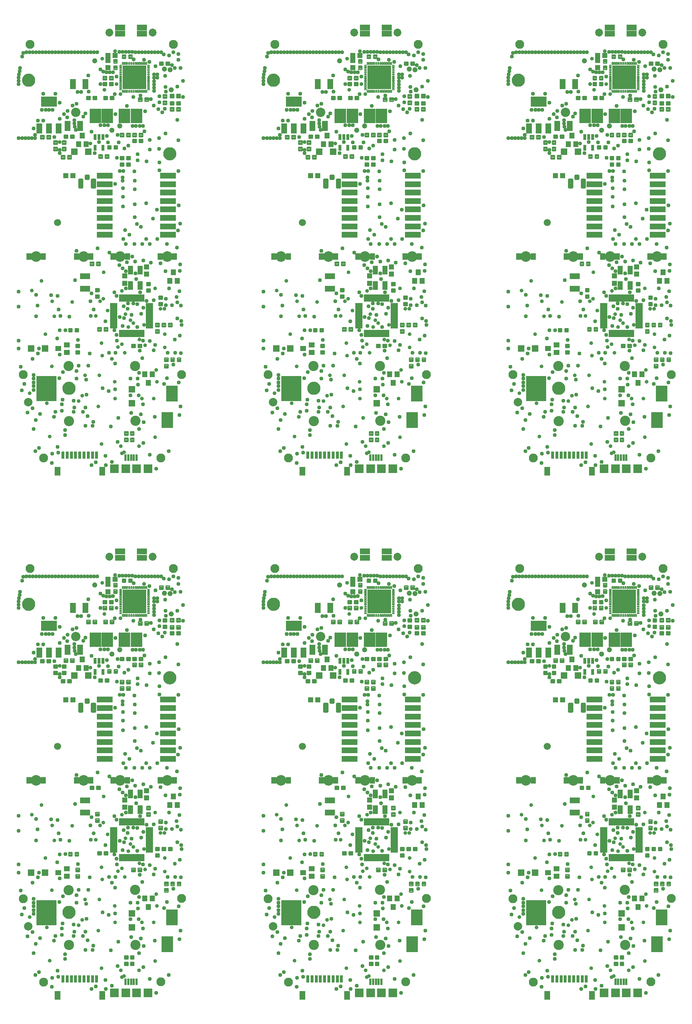
<source format=gbr>
G04 EAGLE Gerber X2 export*
%TF.Part,Single*%
%TF.FileFunction,Soldermask,Top,1*%
%TF.FilePolarity,Negative*%
%TF.GenerationSoftware,Autodesk,EAGLE,8.7.0*%
%TF.CreationDate,2018-07-10T16:53:39Z*%
G75*
%MOMM*%
%FSLAX34Y34*%
%LPD*%
%AMOC8*
5,1,8,0,0,1.08239X$1,22.5*%
G01*
%ADD10C,0.273050*%
%ADD11C,2.108200*%
%ADD12C,2.203200*%
%ADD13C,2.503200*%
%ADD14C,2.003200*%
%ADD15C,2.403200*%
%ADD16R,2.336800X5.918200*%
%ADD17R,2.692400X3.759200*%
%ADD18R,2.743200X3.378200*%
%ADD19C,1.854200*%
%ADD20R,2.353200X1.453200*%
%ADD21R,3.803200X1.403200*%
%ADD22R,0.482600X1.676400*%
%ADD23R,1.676400X0.482600*%
%ADD24R,1.219200X1.346200*%
%ADD25R,1.346200X1.219200*%
%ADD26R,0.753200X1.403200*%
%ADD27C,0.201278*%
%ADD28R,5.603200X5.603200*%
%ADD29R,1.303200X1.203200*%
%ADD30R,1.283200X1.253200*%
%ADD31C,1.611200*%
%ADD32C,1.676400*%
%ADD33R,1.203200X1.603200*%
%ADD34R,0.803200X1.753200*%
%ADD35R,1.403200X2.003200*%
%ADD36R,1.203200X1.303200*%
%ADD37C,1.219200*%
%ADD38R,1.473200X2.489200*%
%ADD39R,3.759200X2.362200*%
%ADD40R,1.346200X2.489200*%
%ADD41R,2.489200X1.346200*%
%ADD42R,1.600200X1.600200*%
%ADD43C,0.626600*%
%ADD44C,0.601600*%
%ADD45R,1.303200X2.103200*%
%ADD46R,0.553200X1.603200*%
%ADD47R,2.003200X2.103200*%
%ADD48R,2.103200X2.103200*%
%ADD49C,1.270000*%
%ADD50C,1.703200*%
%ADD51C,0.959600*%
%ADD52C,0.909600*%


D10*
X218726Y889984D02*
X210534Y889984D01*
X210534Y898176D01*
X218726Y898176D01*
X218726Y889984D01*
X218726Y892714D02*
X210534Y892714D01*
X210534Y895444D02*
X218726Y895444D01*
X218726Y898174D02*
X210534Y898174D01*
X225774Y889984D02*
X233966Y889984D01*
X225774Y889984D02*
X225774Y898176D01*
X233966Y898176D01*
X233966Y889984D01*
X233966Y892714D02*
X225774Y892714D01*
X225774Y895444D02*
X233966Y895444D01*
X233966Y898174D02*
X225774Y898174D01*
D11*
X36438Y1020406D03*
D12*
X144390Y859918D03*
D11*
X375438Y1020406D03*
X67938Y41906D03*
X346438Y42406D03*
X394938Y239406D03*
X19938Y238906D03*
D13*
X361390Y518918D03*
X249890Y518918D03*
X162890Y518918D03*
X50890Y518918D03*
D14*
X31890Y173918D03*
D15*
X284890Y259918D03*
X127890Y259418D03*
X128390Y129418D03*
X285890Y129918D03*
D16*
X63500Y206248D03*
X86868Y206248D03*
D17*
X372618Y194564D03*
X360934Y131318D03*
D18*
X190754Y851662D03*
X219456Y851662D03*
X260096Y851662D03*
X288798Y851662D03*
D19*
X326898Y1048258D03*
X224028Y1048258D03*
D20*
X301200Y1060610D03*
X301200Y1046150D03*
X249200Y1060610D03*
X249200Y1046150D03*
D21*
X363290Y570080D03*
X363290Y590080D03*
X213290Y570080D03*
X363290Y610080D03*
X363290Y630080D03*
X363290Y650080D03*
X363290Y670080D03*
X363290Y690080D03*
X363290Y710080D03*
X213290Y590080D03*
X213290Y610080D03*
X213290Y630080D03*
X213290Y650080D03*
X213290Y670080D03*
X213290Y690080D03*
X213290Y710080D03*
D22*
X304292Y420624D03*
X299466Y420624D03*
X294386Y420624D03*
X289306Y420624D03*
X284480Y420624D03*
X279400Y420624D03*
X274320Y420624D03*
X269240Y420624D03*
X264414Y420624D03*
X259334Y420624D03*
X254254Y420624D03*
X249428Y420624D03*
D23*
X234696Y405892D03*
X234696Y401066D03*
X234696Y395986D03*
X234696Y390906D03*
X234696Y386080D03*
X234696Y381000D03*
X234696Y375920D03*
X234696Y370840D03*
X234696Y366014D03*
X234696Y360934D03*
X234696Y355854D03*
X234696Y351028D03*
D22*
X249428Y336296D03*
X254254Y336296D03*
X259334Y336296D03*
X264414Y336296D03*
X269240Y336296D03*
X274320Y336296D03*
X279400Y336296D03*
X284480Y336296D03*
X289306Y336296D03*
X294386Y336296D03*
X299466Y336296D03*
X304292Y336296D03*
D23*
X319024Y351028D03*
X319024Y355854D03*
X319024Y360934D03*
X319024Y366014D03*
X319024Y370840D03*
X319024Y375920D03*
X319024Y381000D03*
X319024Y386080D03*
X319024Y390906D03*
X319024Y395986D03*
X319024Y401066D03*
X319024Y405892D03*
D10*
X281972Y89186D02*
X281972Y80994D01*
X273780Y80994D01*
X273780Y89186D01*
X281972Y89186D01*
X281972Y83724D02*
X273780Y83724D01*
X273780Y86454D02*
X281972Y86454D01*
X281972Y89184D02*
X273780Y89184D01*
X281972Y96234D02*
X281972Y104426D01*
X281972Y96234D02*
X273780Y96234D01*
X273780Y104426D01*
X281972Y104426D01*
X281972Y98964D02*
X273780Y98964D01*
X273780Y101694D02*
X281972Y101694D01*
X281972Y104424D02*
X273780Y104424D01*
X268002Y89186D02*
X268002Y80994D01*
X259810Y80994D01*
X259810Y89186D01*
X268002Y89186D01*
X268002Y83724D02*
X259810Y83724D01*
X259810Y86454D02*
X268002Y86454D01*
X268002Y89184D02*
X259810Y89184D01*
X268002Y96234D02*
X268002Y104426D01*
X268002Y96234D02*
X259810Y96234D01*
X259810Y104426D01*
X268002Y104426D01*
X268002Y98964D02*
X259810Y98964D01*
X259810Y101694D02*
X268002Y101694D01*
X268002Y104424D02*
X259810Y104424D01*
X276574Y303244D02*
X284766Y303244D01*
X276574Y303244D02*
X276574Y311436D01*
X284766Y311436D01*
X284766Y303244D01*
X284766Y305974D02*
X276574Y305974D01*
X276574Y308704D02*
X284766Y308704D01*
X284766Y311434D02*
X276574Y311434D01*
X291814Y303244D02*
X300006Y303244D01*
X291814Y303244D02*
X291814Y311436D01*
X300006Y311436D01*
X300006Y303244D01*
X300006Y305974D02*
X291814Y305974D01*
X291814Y308704D02*
X300006Y308704D01*
X300006Y311434D02*
X291814Y311434D01*
D24*
X316738Y219710D03*
X307848Y240030D03*
X325628Y240030D03*
D25*
X102870Y300990D03*
X123190Y309880D03*
X123190Y292100D03*
D26*
X208890Y801671D03*
X199390Y801671D03*
X189890Y801671D03*
X189890Y775669D03*
X208890Y775669D03*
D10*
X234918Y781336D02*
X243110Y781336D01*
X243110Y773144D01*
X234918Y773144D01*
X234918Y781336D01*
X234918Y775874D02*
X243110Y775874D01*
X243110Y778604D02*
X234918Y778604D01*
X234918Y781334D02*
X243110Y781334D01*
X227870Y781336D02*
X219678Y781336D01*
X227870Y781336D02*
X227870Y773144D01*
X219678Y773144D01*
X219678Y781336D01*
X219678Y775874D02*
X227870Y775874D01*
X227870Y778604D02*
X219678Y778604D01*
X219678Y781334D02*
X227870Y781334D01*
D24*
X160020Y805180D03*
X168910Y784860D03*
X151130Y784860D03*
D10*
X214344Y759746D02*
X222536Y759746D01*
X222536Y751554D01*
X214344Y751554D01*
X214344Y759746D01*
X214344Y754284D02*
X222536Y754284D01*
X222536Y757014D02*
X214344Y757014D01*
X214344Y759744D02*
X222536Y759744D01*
X207296Y759746D02*
X199104Y759746D01*
X207296Y759746D02*
X207296Y751554D01*
X199104Y751554D01*
X199104Y759746D01*
X199104Y754284D02*
X207296Y754284D01*
X207296Y757014D02*
X199104Y757014D01*
X199104Y759744D02*
X207296Y759744D01*
X133382Y758222D02*
X125190Y758222D01*
X133382Y758222D02*
X133382Y750030D01*
X125190Y750030D01*
X125190Y758222D01*
X125190Y752760D02*
X133382Y752760D01*
X133382Y755490D02*
X125190Y755490D01*
X125190Y758220D02*
X133382Y758220D01*
X118142Y758222D02*
X109950Y758222D01*
X118142Y758222D02*
X118142Y750030D01*
X109950Y750030D01*
X109950Y758222D01*
X109950Y752760D02*
X118142Y752760D01*
X118142Y755490D02*
X109950Y755490D01*
X109950Y758220D02*
X118142Y758220D01*
X131794Y806736D02*
X139986Y806736D01*
X139986Y798544D01*
X131794Y798544D01*
X131794Y806736D01*
X131794Y801274D02*
X139986Y801274D01*
X139986Y804004D02*
X131794Y804004D01*
X131794Y806734D02*
X139986Y806734D01*
X124746Y806736D02*
X116554Y806736D01*
X124746Y806736D02*
X124746Y798544D01*
X116554Y798544D01*
X116554Y806736D01*
X116554Y801274D02*
X124746Y801274D01*
X124746Y804004D02*
X116554Y804004D01*
X116554Y806734D02*
X124746Y806734D01*
X112744Y792766D02*
X112744Y784574D01*
X112744Y792766D02*
X120936Y792766D01*
X120936Y784574D01*
X112744Y784574D01*
X112744Y787304D02*
X120936Y787304D01*
X120936Y790034D02*
X112744Y790034D01*
X112744Y792764D02*
X120936Y792764D01*
X112744Y777526D02*
X112744Y769334D01*
X112744Y777526D02*
X120936Y777526D01*
X120936Y769334D01*
X112744Y769334D01*
X112744Y772064D02*
X120936Y772064D01*
X120936Y774794D02*
X112744Y774794D01*
X112744Y777524D02*
X120936Y777524D01*
X92424Y784574D02*
X92424Y792766D01*
X100616Y792766D01*
X100616Y784574D01*
X92424Y784574D01*
X92424Y787304D02*
X100616Y787304D01*
X100616Y790034D02*
X92424Y790034D01*
X92424Y792764D02*
X100616Y792764D01*
X92424Y777526D02*
X92424Y769334D01*
X92424Y777526D02*
X100616Y777526D01*
X100616Y769334D01*
X92424Y769334D01*
X92424Y772064D02*
X100616Y772064D01*
X100616Y774794D02*
X92424Y774794D01*
X92424Y777524D02*
X100616Y777524D01*
X84106Y805466D02*
X75914Y805466D01*
X84106Y805466D02*
X84106Y797274D01*
X75914Y797274D01*
X75914Y805466D01*
X75914Y800004D02*
X84106Y800004D01*
X84106Y802734D02*
X75914Y802734D01*
X75914Y805464D02*
X84106Y805464D01*
X68866Y805466D02*
X60674Y805466D01*
X68866Y805466D02*
X68866Y797274D01*
X60674Y797274D01*
X60674Y805466D01*
X60674Y800004D02*
X68866Y800004D01*
X68866Y802734D02*
X60674Y802734D01*
X60674Y805464D02*
X68866Y805464D01*
X169894Y889984D02*
X178086Y889984D01*
X169894Y889984D02*
X169894Y898176D01*
X178086Y898176D01*
X178086Y889984D01*
X178086Y892714D02*
X169894Y892714D01*
X169894Y895444D02*
X178086Y895444D01*
X178086Y898174D02*
X169894Y898174D01*
X185134Y889984D02*
X193326Y889984D01*
X185134Y889984D02*
X185134Y898176D01*
X193326Y898176D01*
X193326Y889984D01*
X193326Y892714D02*
X185134Y892714D01*
X185134Y895444D02*
X193326Y895444D01*
X193326Y898174D02*
X185134Y898174D01*
X273336Y740696D02*
X273336Y732504D01*
X265144Y732504D01*
X265144Y740696D01*
X273336Y740696D01*
X273336Y735234D02*
X265144Y735234D01*
X265144Y737964D02*
X273336Y737964D01*
X273336Y740694D02*
X265144Y740694D01*
X273336Y747744D02*
X273336Y755936D01*
X273336Y747744D02*
X265144Y747744D01*
X265144Y755936D01*
X273336Y755936D01*
X273336Y750474D02*
X265144Y750474D01*
X265144Y753204D02*
X273336Y753204D01*
X273336Y755934D02*
X265144Y755934D01*
X258096Y740696D02*
X258096Y732504D01*
X249904Y732504D01*
X249904Y740696D01*
X258096Y740696D01*
X258096Y735234D02*
X249904Y735234D01*
X249904Y737964D02*
X258096Y737964D01*
X258096Y740694D02*
X249904Y740694D01*
X258096Y747744D02*
X258096Y755936D01*
X258096Y747744D02*
X249904Y747744D01*
X249904Y755936D01*
X258096Y755936D01*
X258096Y750474D02*
X249904Y750474D01*
X249904Y753204D02*
X258096Y753204D01*
X258096Y755934D02*
X249904Y755934D01*
X320516Y442786D02*
X320516Y434594D01*
X312324Y434594D01*
X312324Y442786D01*
X320516Y442786D01*
X320516Y437324D02*
X312324Y437324D01*
X312324Y440054D02*
X320516Y440054D01*
X320516Y442784D02*
X312324Y442784D01*
X320516Y449834D02*
X320516Y458026D01*
X320516Y449834D02*
X312324Y449834D01*
X312324Y458026D01*
X320516Y458026D01*
X320516Y452564D02*
X312324Y452564D01*
X312324Y455294D02*
X320516Y455294D01*
X320516Y458024D02*
X312324Y458024D01*
X219996Y350806D02*
X211804Y350806D01*
X219996Y350806D02*
X219996Y342614D01*
X211804Y342614D01*
X211804Y350806D01*
X211804Y345344D02*
X219996Y345344D01*
X219996Y348074D02*
X211804Y348074D01*
X211804Y350804D02*
X219996Y350804D01*
X204756Y350806D02*
X196564Y350806D01*
X204756Y350806D02*
X204756Y342614D01*
X196564Y342614D01*
X196564Y350806D01*
X196564Y345344D02*
X204756Y345344D01*
X204756Y348074D02*
X196564Y348074D01*
X196564Y350804D02*
X204756Y350804D01*
D27*
X248333Y968584D02*
X253103Y968584D01*
X248333Y968584D02*
X248333Y971604D01*
X253103Y971604D01*
X253103Y968584D01*
X253103Y970596D02*
X248333Y970596D01*
X248333Y963584D02*
X253103Y963584D01*
X248333Y963584D02*
X248333Y966604D01*
X253103Y966604D01*
X253103Y963584D01*
X253103Y965596D02*
X248333Y965596D01*
X248333Y958584D02*
X253103Y958584D01*
X248333Y958584D02*
X248333Y961604D01*
X253103Y961604D01*
X253103Y958584D01*
X253103Y960596D02*
X248333Y960596D01*
X248333Y953584D02*
X253103Y953584D01*
X248333Y953584D02*
X248333Y956604D01*
X253103Y956604D01*
X253103Y953584D01*
X253103Y955596D02*
X248333Y955596D01*
X248333Y948584D02*
X253103Y948584D01*
X248333Y948584D02*
X248333Y951604D01*
X253103Y951604D01*
X253103Y948584D01*
X253103Y950596D02*
X248333Y950596D01*
X248333Y943584D02*
X253103Y943584D01*
X248333Y943584D02*
X248333Y946604D01*
X253103Y946604D01*
X253103Y943584D01*
X253103Y945596D02*
X248333Y945596D01*
X248333Y938584D02*
X253103Y938584D01*
X248333Y938584D02*
X248333Y941604D01*
X253103Y941604D01*
X253103Y938584D01*
X253103Y940596D02*
X248333Y940596D01*
X248333Y933584D02*
X253103Y933584D01*
X248333Y933584D02*
X248333Y936604D01*
X253103Y936604D01*
X253103Y933584D01*
X253103Y935596D02*
X248333Y935596D01*
X248333Y928584D02*
X253103Y928584D01*
X248333Y928584D02*
X248333Y931604D01*
X253103Y931604D01*
X253103Y928584D01*
X253103Y930596D02*
X248333Y930596D01*
X248333Y923584D02*
X253103Y923584D01*
X248333Y923584D02*
X248333Y926604D01*
X253103Y926604D01*
X253103Y923584D01*
X253103Y925596D02*
X248333Y925596D01*
X248333Y918584D02*
X253103Y918584D01*
X248333Y918584D02*
X248333Y921604D01*
X253103Y921604D01*
X253103Y918584D01*
X253103Y920596D02*
X248333Y920596D01*
X248333Y913584D02*
X253103Y913584D01*
X248333Y913584D02*
X248333Y916604D01*
X253103Y916604D01*
X253103Y913584D01*
X253103Y915596D02*
X248333Y915596D01*
X257728Y911979D02*
X257728Y907209D01*
X254708Y907209D01*
X254708Y911979D01*
X257728Y911979D01*
X257728Y909221D02*
X254708Y909221D01*
X254708Y911233D02*
X257728Y911233D01*
X262728Y911979D02*
X262728Y907209D01*
X259708Y907209D01*
X259708Y911979D01*
X262728Y911979D01*
X262728Y909221D02*
X259708Y909221D01*
X259708Y911233D02*
X262728Y911233D01*
X267728Y911979D02*
X267728Y907209D01*
X264708Y907209D01*
X264708Y911979D01*
X267728Y911979D01*
X267728Y909221D02*
X264708Y909221D01*
X264708Y911233D02*
X267728Y911233D01*
X272728Y911979D02*
X272728Y907209D01*
X269708Y907209D01*
X269708Y911979D01*
X272728Y911979D01*
X272728Y909221D02*
X269708Y909221D01*
X269708Y911233D02*
X272728Y911233D01*
X277728Y911979D02*
X277728Y907209D01*
X274708Y907209D01*
X274708Y911979D01*
X277728Y911979D01*
X277728Y909221D02*
X274708Y909221D01*
X274708Y911233D02*
X277728Y911233D01*
X282728Y911979D02*
X282728Y907209D01*
X279708Y907209D01*
X279708Y911979D01*
X282728Y911979D01*
X282728Y909221D02*
X279708Y909221D01*
X279708Y911233D02*
X282728Y911233D01*
X287728Y911979D02*
X287728Y907209D01*
X284708Y907209D01*
X284708Y911979D01*
X287728Y911979D01*
X287728Y909221D02*
X284708Y909221D01*
X284708Y911233D02*
X287728Y911233D01*
X292728Y911979D02*
X292728Y907209D01*
X289708Y907209D01*
X289708Y911979D01*
X292728Y911979D01*
X292728Y909221D02*
X289708Y909221D01*
X289708Y911233D02*
X292728Y911233D01*
X297728Y911979D02*
X297728Y907209D01*
X294708Y907209D01*
X294708Y911979D01*
X297728Y911979D01*
X297728Y909221D02*
X294708Y909221D01*
X294708Y911233D02*
X297728Y911233D01*
X302728Y911979D02*
X302728Y907209D01*
X299708Y907209D01*
X299708Y911979D01*
X302728Y911979D01*
X302728Y909221D02*
X299708Y909221D01*
X299708Y911233D02*
X302728Y911233D01*
X307728Y911979D02*
X307728Y907209D01*
X304708Y907209D01*
X304708Y911979D01*
X307728Y911979D01*
X307728Y909221D02*
X304708Y909221D01*
X304708Y911233D02*
X307728Y911233D01*
X312728Y911979D02*
X312728Y907209D01*
X309708Y907209D01*
X309708Y911979D01*
X312728Y911979D01*
X312728Y909221D02*
X309708Y909221D01*
X309708Y911233D02*
X312728Y911233D01*
X314333Y913584D02*
X319103Y913584D01*
X314333Y913584D02*
X314333Y916604D01*
X319103Y916604D01*
X319103Y913584D01*
X319103Y915596D02*
X314333Y915596D01*
X314333Y918584D02*
X319103Y918584D01*
X314333Y918584D02*
X314333Y921604D01*
X319103Y921604D01*
X319103Y918584D01*
X319103Y920596D02*
X314333Y920596D01*
X314333Y923584D02*
X319103Y923584D01*
X314333Y923584D02*
X314333Y926604D01*
X319103Y926604D01*
X319103Y923584D01*
X319103Y925596D02*
X314333Y925596D01*
X314333Y928584D02*
X319103Y928584D01*
X314333Y928584D02*
X314333Y931604D01*
X319103Y931604D01*
X319103Y928584D01*
X319103Y930596D02*
X314333Y930596D01*
X314333Y933584D02*
X319103Y933584D01*
X314333Y933584D02*
X314333Y936604D01*
X319103Y936604D01*
X319103Y933584D01*
X319103Y935596D02*
X314333Y935596D01*
X314333Y938584D02*
X319103Y938584D01*
X314333Y938584D02*
X314333Y941604D01*
X319103Y941604D01*
X319103Y938584D01*
X319103Y940596D02*
X314333Y940596D01*
X314333Y943584D02*
X319103Y943584D01*
X314333Y943584D02*
X314333Y946604D01*
X319103Y946604D01*
X319103Y943584D01*
X319103Y945596D02*
X314333Y945596D01*
X314333Y948584D02*
X319103Y948584D01*
X314333Y948584D02*
X314333Y951604D01*
X319103Y951604D01*
X319103Y948584D01*
X319103Y950596D02*
X314333Y950596D01*
X314333Y953584D02*
X319103Y953584D01*
X314333Y953584D02*
X314333Y956604D01*
X319103Y956604D01*
X319103Y953584D01*
X319103Y955596D02*
X314333Y955596D01*
X314333Y958584D02*
X319103Y958584D01*
X314333Y958584D02*
X314333Y961604D01*
X319103Y961604D01*
X319103Y958584D01*
X319103Y960596D02*
X314333Y960596D01*
X314333Y963584D02*
X319103Y963584D01*
X314333Y963584D02*
X314333Y966604D01*
X319103Y966604D01*
X319103Y963584D01*
X319103Y965596D02*
X314333Y965596D01*
X314333Y968584D02*
X319103Y968584D01*
X314333Y968584D02*
X314333Y971604D01*
X319103Y971604D01*
X319103Y968584D01*
X319103Y970596D02*
X314333Y970596D01*
X312728Y973209D02*
X312728Y977979D01*
X312728Y973209D02*
X309708Y973209D01*
X309708Y977979D01*
X312728Y977979D01*
X312728Y975221D02*
X309708Y975221D01*
X309708Y977233D02*
X312728Y977233D01*
X307728Y977979D02*
X307728Y973209D01*
X304708Y973209D01*
X304708Y977979D01*
X307728Y977979D01*
X307728Y975221D02*
X304708Y975221D01*
X304708Y977233D02*
X307728Y977233D01*
X302728Y977979D02*
X302728Y973209D01*
X299708Y973209D01*
X299708Y977979D01*
X302728Y977979D01*
X302728Y975221D02*
X299708Y975221D01*
X299708Y977233D02*
X302728Y977233D01*
X297728Y977979D02*
X297728Y973209D01*
X294708Y973209D01*
X294708Y977979D01*
X297728Y977979D01*
X297728Y975221D02*
X294708Y975221D01*
X294708Y977233D02*
X297728Y977233D01*
X292728Y977979D02*
X292728Y973209D01*
X289708Y973209D01*
X289708Y977979D01*
X292728Y977979D01*
X292728Y975221D02*
X289708Y975221D01*
X289708Y977233D02*
X292728Y977233D01*
X287728Y977979D02*
X287728Y973209D01*
X284708Y973209D01*
X284708Y977979D01*
X287728Y977979D01*
X287728Y975221D02*
X284708Y975221D01*
X284708Y977233D02*
X287728Y977233D01*
X282728Y977979D02*
X282728Y973209D01*
X279708Y973209D01*
X279708Y977979D01*
X282728Y977979D01*
X282728Y975221D02*
X279708Y975221D01*
X279708Y977233D02*
X282728Y977233D01*
X277728Y977979D02*
X277728Y973209D01*
X274708Y973209D01*
X274708Y977979D01*
X277728Y977979D01*
X277728Y975221D02*
X274708Y975221D01*
X274708Y977233D02*
X277728Y977233D01*
X272728Y977979D02*
X272728Y973209D01*
X269708Y973209D01*
X269708Y977979D01*
X272728Y977979D01*
X272728Y975221D02*
X269708Y975221D01*
X269708Y977233D02*
X272728Y977233D01*
X267728Y977979D02*
X267728Y973209D01*
X264708Y973209D01*
X264708Y977979D01*
X267728Y977979D01*
X267728Y975221D02*
X264708Y975221D01*
X264708Y977233D02*
X267728Y977233D01*
X262728Y977979D02*
X262728Y973209D01*
X259708Y973209D01*
X259708Y977979D01*
X262728Y977979D01*
X262728Y975221D02*
X259708Y975221D01*
X259708Y977233D02*
X262728Y977233D01*
X257728Y977979D02*
X257728Y973209D01*
X254708Y973209D01*
X254708Y977979D01*
X257728Y977979D01*
X257728Y975221D02*
X254708Y975221D01*
X254708Y977233D02*
X257728Y977233D01*
D28*
X283658Y942724D03*
D10*
X232696Y945166D02*
X224504Y945166D01*
X232696Y945166D02*
X232696Y936974D01*
X224504Y936974D01*
X224504Y945166D01*
X224504Y939704D02*
X232696Y939704D01*
X232696Y942434D02*
X224504Y942434D01*
X224504Y945164D02*
X232696Y945164D01*
X217456Y945166D02*
X209264Y945166D01*
X217456Y945166D02*
X217456Y936974D01*
X209264Y936974D01*
X209264Y945166D01*
X209264Y939704D02*
X217456Y939704D01*
X217456Y942434D02*
X209264Y942434D01*
X209264Y945164D02*
X217456Y945164D01*
X224504Y931196D02*
X232696Y931196D01*
X232696Y923004D01*
X224504Y923004D01*
X224504Y931196D01*
X224504Y925734D02*
X232696Y925734D01*
X232696Y928464D02*
X224504Y928464D01*
X224504Y931194D02*
X232696Y931194D01*
X217456Y931196D02*
X209264Y931196D01*
X217456Y931196D02*
X217456Y923004D01*
X209264Y923004D01*
X209264Y931196D01*
X209264Y925734D02*
X217456Y925734D01*
X217456Y928464D02*
X209264Y928464D01*
X209264Y931194D02*
X217456Y931194D01*
D29*
X237862Y994664D03*
X220862Y994664D03*
D10*
X233902Y985298D02*
X233902Y977106D01*
X233902Y985298D02*
X242094Y985298D01*
X242094Y977106D01*
X233902Y977106D01*
X233902Y979836D02*
X242094Y979836D01*
X242094Y982566D02*
X233902Y982566D01*
X233902Y985296D02*
X242094Y985296D01*
X233902Y970058D02*
X233902Y961866D01*
X233902Y970058D02*
X242094Y970058D01*
X242094Y961866D01*
X233902Y961866D01*
X233902Y964596D02*
X242094Y964596D01*
X242094Y967326D02*
X233902Y967326D01*
X233902Y970056D02*
X242094Y970056D01*
D30*
X220980Y965340D03*
X220980Y982840D03*
D10*
X368014Y877284D02*
X376206Y877284D01*
X368014Y877284D02*
X368014Y885476D01*
X376206Y885476D01*
X376206Y877284D01*
X376206Y880014D02*
X368014Y880014D01*
X368014Y882744D02*
X376206Y882744D01*
X376206Y885474D02*
X368014Y885474D01*
X383254Y877284D02*
X391446Y877284D01*
X383254Y877284D02*
X383254Y885476D01*
X391446Y885476D01*
X391446Y877284D01*
X391446Y880014D02*
X383254Y880014D01*
X383254Y882744D02*
X391446Y882744D01*
X391446Y885474D02*
X383254Y885474D01*
D31*
X101600Y599440D03*
D32*
X101600Y599440D03*
D33*
X33900Y518830D03*
X67900Y518830D03*
X179860Y518830D03*
X145860Y518830D03*
X266890Y518930D03*
X232890Y518930D03*
X344450Y518830D03*
X378450Y518830D03*
D24*
X375920Y481330D03*
X384810Y461010D03*
X367030Y461010D03*
D10*
X186976Y497554D02*
X178784Y497554D01*
X178784Y505746D01*
X186976Y505746D01*
X186976Y497554D01*
X186976Y500284D02*
X178784Y500284D01*
X178784Y503014D02*
X186976Y503014D01*
X186976Y505744D02*
X178784Y505744D01*
X194024Y497554D02*
X202216Y497554D01*
X194024Y497554D02*
X194024Y505746D01*
X202216Y505746D01*
X202216Y497554D01*
X202216Y500284D02*
X194024Y500284D01*
X194024Y503014D02*
X202216Y503014D01*
X202216Y505744D02*
X194024Y505744D01*
D34*
X193990Y49020D03*
X183990Y49020D03*
X173990Y49020D03*
X163990Y49020D03*
X153990Y49020D03*
X143990Y49020D03*
D35*
X206990Y10270D03*
X100990Y10270D03*
D34*
X133990Y49020D03*
X123990Y49020D03*
X113990Y49020D03*
D10*
X199676Y420084D02*
X199676Y428276D01*
X199676Y420084D02*
X191484Y420084D01*
X191484Y428276D01*
X199676Y428276D01*
X199676Y422814D02*
X191484Y422814D01*
X191484Y425544D02*
X199676Y425544D01*
X199676Y428274D02*
X191484Y428274D01*
X199676Y435324D02*
X199676Y443516D01*
X199676Y435324D02*
X191484Y435324D01*
X191484Y443516D01*
X199676Y443516D01*
X199676Y438054D02*
X191484Y438054D01*
X191484Y440784D02*
X199676Y440784D01*
X199676Y443514D02*
X191484Y443514D01*
X341344Y425736D02*
X341344Y417544D01*
X341344Y425736D02*
X349536Y425736D01*
X349536Y417544D01*
X341344Y417544D01*
X341344Y420274D02*
X349536Y420274D01*
X349536Y423004D02*
X341344Y423004D01*
X341344Y425734D02*
X349536Y425734D01*
X341344Y410496D02*
X341344Y402304D01*
X341344Y410496D02*
X349536Y410496D01*
X349536Y402304D01*
X341344Y402304D01*
X341344Y405034D02*
X349536Y405034D01*
X349536Y407764D02*
X341344Y407764D01*
X341344Y410494D02*
X349536Y410494D01*
D36*
X121040Y709930D03*
X138040Y709930D03*
D10*
X292814Y886444D02*
X301006Y886444D01*
X292814Y886444D02*
X292814Y894636D01*
X301006Y894636D01*
X301006Y886444D01*
X301006Y889174D02*
X292814Y889174D01*
X292814Y891904D02*
X301006Y891904D01*
X301006Y894634D02*
X292814Y894634D01*
X308054Y886444D02*
X316246Y886444D01*
X308054Y886444D02*
X308054Y894636D01*
X316246Y894636D01*
X316246Y886444D01*
X316246Y889174D02*
X308054Y889174D01*
X308054Y891904D02*
X316246Y891904D01*
X316246Y894634D02*
X308054Y894634D01*
X277654Y995966D02*
X269462Y995966D01*
X277654Y995966D02*
X277654Y987774D01*
X269462Y987774D01*
X269462Y995966D01*
X269462Y990504D02*
X277654Y990504D01*
X277654Y993234D02*
X269462Y993234D01*
X269462Y995964D02*
X277654Y995964D01*
X262414Y995966D02*
X254222Y995966D01*
X262414Y995966D02*
X262414Y987774D01*
X254222Y987774D01*
X254222Y995966D01*
X254222Y990504D02*
X262414Y990504D01*
X262414Y993234D02*
X254222Y993234D01*
X254222Y995964D02*
X262414Y995964D01*
X342614Y971264D02*
X350806Y971264D01*
X342614Y971264D02*
X342614Y979456D01*
X350806Y979456D01*
X350806Y971264D01*
X350806Y973994D02*
X342614Y973994D01*
X342614Y976724D02*
X350806Y976724D01*
X350806Y979454D02*
X342614Y979454D01*
X357854Y971264D02*
X366046Y971264D01*
X357854Y971264D02*
X357854Y979456D01*
X366046Y979456D01*
X366046Y971264D01*
X366046Y973994D02*
X357854Y973994D01*
X357854Y976724D02*
X366046Y976724D01*
X366046Y979454D02*
X357854Y979454D01*
X368014Y894429D02*
X376206Y894429D01*
X368014Y894429D02*
X368014Y902621D01*
X376206Y902621D01*
X376206Y894429D01*
X376206Y897159D02*
X368014Y897159D01*
X368014Y899889D02*
X376206Y899889D01*
X376206Y902619D02*
X368014Y902619D01*
X383254Y894429D02*
X391446Y894429D01*
X383254Y894429D02*
X383254Y902621D01*
X391446Y902621D01*
X391446Y894429D01*
X391446Y897159D02*
X383254Y897159D01*
X383254Y899889D02*
X391446Y899889D01*
X391446Y902619D02*
X383254Y902619D01*
D37*
X367792Y960882D03*
X354838Y961898D03*
X370840Y913130D03*
D10*
X273336Y810546D02*
X265144Y810546D01*
X273336Y810546D02*
X273336Y802354D01*
X265144Y802354D01*
X265144Y810546D01*
X265144Y805084D02*
X273336Y805084D01*
X273336Y807814D02*
X265144Y807814D01*
X265144Y810544D02*
X273336Y810544D01*
X258096Y810546D02*
X249904Y810546D01*
X258096Y810546D02*
X258096Y802354D01*
X249904Y802354D01*
X249904Y810546D01*
X249904Y805084D02*
X258096Y805084D01*
X258096Y807814D02*
X249904Y807814D01*
X249904Y810544D02*
X258096Y810544D01*
X294354Y810546D02*
X302546Y810546D01*
X302546Y802354D01*
X294354Y802354D01*
X294354Y810546D01*
X294354Y805084D02*
X302546Y805084D01*
X302546Y807814D02*
X294354Y807814D01*
X294354Y810544D02*
X302546Y810544D01*
X287306Y810546D02*
X279114Y810546D01*
X287306Y810546D02*
X287306Y802354D01*
X279114Y802354D01*
X279114Y810546D01*
X279114Y805084D02*
X287306Y805084D01*
X287306Y807814D02*
X279114Y807814D01*
X279114Y810544D02*
X287306Y810544D01*
X287306Y788384D02*
X279114Y788384D01*
X279114Y796576D01*
X287306Y796576D01*
X287306Y788384D01*
X287306Y791114D02*
X279114Y791114D01*
X279114Y793844D02*
X287306Y793844D01*
X287306Y796574D02*
X279114Y796574D01*
X294354Y788384D02*
X302546Y788384D01*
X294354Y788384D02*
X294354Y796576D01*
X302546Y796576D01*
X302546Y788384D01*
X302546Y791114D02*
X294354Y791114D01*
X294354Y793844D02*
X302546Y793844D01*
X302546Y796574D02*
X294354Y796574D01*
X348964Y352774D02*
X357156Y352774D01*
X348964Y352774D02*
X348964Y360966D01*
X357156Y360966D01*
X357156Y352774D01*
X357156Y355504D02*
X348964Y355504D01*
X348964Y358234D02*
X357156Y358234D01*
X357156Y360964D02*
X348964Y360964D01*
X364204Y352774D02*
X372396Y352774D01*
X364204Y352774D02*
X364204Y360966D01*
X372396Y360966D01*
X372396Y352774D01*
X372396Y355504D02*
X364204Y355504D01*
X364204Y358234D02*
X372396Y358234D01*
X372396Y360964D02*
X364204Y360964D01*
X341916Y345726D02*
X341916Y337534D01*
X333724Y337534D01*
X333724Y345726D01*
X341916Y345726D01*
X341916Y340264D02*
X333724Y340264D01*
X333724Y342994D02*
X341916Y342994D01*
X341916Y345724D02*
X333724Y345724D01*
X341916Y352774D02*
X341916Y360966D01*
X341916Y352774D02*
X333724Y352774D01*
X333724Y360966D01*
X341916Y360966D01*
X341916Y355504D02*
X333724Y355504D01*
X333724Y358234D02*
X341916Y358234D01*
X341916Y360964D02*
X333724Y360964D01*
D38*
X58420Y821690D03*
X81280Y821690D03*
X104140Y821690D03*
D39*
X81280Y885190D03*
D40*
X167005Y927100D03*
X137795Y927100D03*
X125095Y828040D03*
X154305Y828040D03*
D37*
X248920Y828040D03*
X229870Y817880D03*
X189230Y981710D03*
D41*
X166370Y471805D03*
X166370Y442595D03*
D10*
X144494Y311436D02*
X144494Y303244D01*
X144494Y311436D02*
X152686Y311436D01*
X152686Y303244D01*
X144494Y303244D01*
X144494Y305974D02*
X152686Y305974D01*
X152686Y308704D02*
X144494Y308704D01*
X144494Y311434D02*
X152686Y311434D01*
X144494Y296196D02*
X144494Y288004D01*
X144494Y296196D02*
X152686Y296196D01*
X152686Y288004D01*
X144494Y288004D01*
X144494Y290734D02*
X152686Y290734D01*
X152686Y293464D02*
X144494Y293464D01*
X144494Y296194D02*
X152686Y296194D01*
X368014Y863314D02*
X376206Y863314D01*
X368014Y863314D02*
X368014Y871506D01*
X376206Y871506D01*
X376206Y863314D01*
X376206Y866044D02*
X368014Y866044D01*
X368014Y868774D02*
X376206Y868774D01*
X376206Y871504D02*
X368014Y871504D01*
X383254Y863314D02*
X391446Y863314D01*
X383254Y863314D02*
X383254Y871506D01*
X391446Y871506D01*
X391446Y863314D01*
X391446Y866044D02*
X383254Y866044D01*
X383254Y868774D02*
X391446Y868774D01*
X391446Y871504D02*
X383254Y871504D01*
X359696Y878554D02*
X359696Y886746D01*
X359696Y878554D02*
X351504Y878554D01*
X351504Y886746D01*
X359696Y886746D01*
X359696Y881284D02*
X351504Y881284D01*
X351504Y884014D02*
X359696Y884014D01*
X359696Y886744D02*
X351504Y886744D01*
X359696Y893794D02*
X359696Y901986D01*
X359696Y893794D02*
X351504Y893794D01*
X351504Y901986D01*
X359696Y901986D01*
X359696Y896524D02*
X351504Y896524D01*
X351504Y899254D02*
X359696Y899254D01*
X359696Y901984D02*
X351504Y901984D01*
D42*
X277114Y171450D03*
X277114Y204470D03*
X39116Y300990D03*
X72136Y300990D03*
X173990Y767080D03*
X140970Y767080D03*
D43*
X183063Y700525D02*
X183063Y682759D01*
X183063Y700525D02*
X189329Y700525D01*
X189329Y682759D01*
X183063Y682759D01*
X183063Y689024D02*
X189329Y689024D01*
X189329Y695289D02*
X183063Y695289D01*
X153063Y700525D02*
X153063Y682759D01*
X153063Y700525D02*
X159329Y700525D01*
X159329Y682759D01*
X153063Y682759D01*
X153063Y689024D02*
X159329Y689024D01*
X159329Y695289D02*
X153063Y695289D01*
D44*
X174204Y703624D02*
X174204Y710140D01*
X174204Y703624D02*
X168188Y703624D01*
X168188Y710140D01*
X174204Y710140D01*
X174204Y709639D02*
X168188Y709639D01*
D45*
X274320Y486800D03*
X297320Y449800D03*
X297320Y486800D03*
X274320Y449800D03*
D36*
X260604Y455558D03*
X260604Y472558D03*
X312564Y494446D03*
X312564Y477446D03*
D46*
X262590Y42756D03*
X288590Y42756D03*
X269090Y42756D03*
X275590Y42756D03*
X282090Y42756D03*
D47*
X235590Y16256D03*
X315590Y16256D03*
D48*
X262890Y16256D03*
X288290Y16256D03*
D10*
X354806Y270478D02*
X354806Y278670D01*
X362998Y278670D01*
X362998Y270478D01*
X354806Y270478D01*
X354806Y273208D02*
X362998Y273208D01*
X362998Y275938D02*
X354806Y275938D01*
X354806Y278668D02*
X362998Y278668D01*
X354806Y263430D02*
X354806Y255238D01*
X354806Y263430D02*
X362998Y263430D01*
X362998Y255238D01*
X354806Y255238D01*
X354806Y257968D02*
X362998Y257968D01*
X362998Y260698D02*
X354806Y260698D01*
X354806Y263428D02*
X362998Y263428D01*
X384778Y278670D02*
X392970Y278670D01*
X392970Y270478D01*
X384778Y270478D01*
X384778Y278670D01*
X384778Y273208D02*
X392970Y273208D01*
X392970Y275938D02*
X384778Y275938D01*
X384778Y278668D02*
X392970Y278668D01*
X377730Y278670D02*
X369538Y278670D01*
X377730Y278670D02*
X377730Y270478D01*
X369538Y270478D01*
X369538Y278670D01*
X369538Y273208D02*
X377730Y273208D01*
X377730Y275938D02*
X369538Y275938D01*
X369538Y278668D02*
X377730Y278668D01*
X150654Y348774D02*
X142462Y348774D01*
X150654Y348774D02*
X150654Y340582D01*
X142462Y340582D01*
X142462Y348774D01*
X142462Y343312D02*
X150654Y343312D01*
X150654Y346042D02*
X142462Y346042D01*
X142462Y348772D02*
X150654Y348772D01*
X135414Y348774D02*
X127222Y348774D01*
X135414Y348774D02*
X135414Y340582D01*
X127222Y340582D01*
X127222Y348774D01*
X127222Y343312D02*
X135414Y343312D01*
X135414Y346042D02*
X127222Y346042D01*
X127222Y348772D02*
X135414Y348772D01*
D49*
X118961Y207264D02*
X118964Y207486D01*
X118972Y207708D01*
X118986Y207930D01*
X119005Y208152D01*
X119029Y208372D01*
X119059Y208593D01*
X119094Y208812D01*
X119135Y209031D01*
X119181Y209248D01*
X119232Y209464D01*
X119289Y209679D01*
X119351Y209893D01*
X119418Y210104D01*
X119490Y210315D01*
X119568Y210523D01*
X119650Y210729D01*
X119738Y210933D01*
X119830Y211136D01*
X119928Y211335D01*
X120030Y211532D01*
X120137Y211727D01*
X120249Y211919D01*
X120366Y212108D01*
X120487Y212295D01*
X120613Y212478D01*
X120743Y212658D01*
X120878Y212835D01*
X121016Y213008D01*
X121159Y213178D01*
X121307Y213345D01*
X121458Y213508D01*
X121613Y213667D01*
X121772Y213822D01*
X121935Y213973D01*
X122102Y214121D01*
X122272Y214264D01*
X122445Y214402D01*
X122622Y214537D01*
X122802Y214667D01*
X122985Y214793D01*
X123172Y214914D01*
X123361Y215031D01*
X123553Y215143D01*
X123748Y215250D01*
X123945Y215352D01*
X124144Y215450D01*
X124347Y215542D01*
X124551Y215630D01*
X124757Y215712D01*
X124965Y215790D01*
X125176Y215862D01*
X125387Y215929D01*
X125601Y215991D01*
X125816Y216048D01*
X126032Y216099D01*
X126249Y216145D01*
X126468Y216186D01*
X126687Y216221D01*
X126908Y216251D01*
X127128Y216275D01*
X127350Y216294D01*
X127572Y216308D01*
X127794Y216316D01*
X128016Y216319D01*
X128238Y216316D01*
X128460Y216308D01*
X128682Y216294D01*
X128904Y216275D01*
X129124Y216251D01*
X129345Y216221D01*
X129564Y216186D01*
X129783Y216145D01*
X130000Y216099D01*
X130216Y216048D01*
X130431Y215991D01*
X130645Y215929D01*
X130856Y215862D01*
X131067Y215790D01*
X131275Y215712D01*
X131481Y215630D01*
X131685Y215542D01*
X131888Y215450D01*
X132087Y215352D01*
X132284Y215250D01*
X132479Y215143D01*
X132671Y215031D01*
X132860Y214914D01*
X133047Y214793D01*
X133230Y214667D01*
X133410Y214537D01*
X133587Y214402D01*
X133760Y214264D01*
X133930Y214121D01*
X134097Y213973D01*
X134260Y213822D01*
X134419Y213667D01*
X134574Y213508D01*
X134725Y213345D01*
X134873Y213178D01*
X135016Y213008D01*
X135154Y212835D01*
X135289Y212658D01*
X135419Y212478D01*
X135545Y212295D01*
X135666Y212108D01*
X135783Y211919D01*
X135895Y211727D01*
X136002Y211532D01*
X136104Y211335D01*
X136202Y211136D01*
X136294Y210933D01*
X136382Y210729D01*
X136464Y210523D01*
X136542Y210315D01*
X136614Y210104D01*
X136681Y209893D01*
X136743Y209679D01*
X136800Y209464D01*
X136851Y209248D01*
X136897Y209031D01*
X136938Y208812D01*
X136973Y208593D01*
X137003Y208372D01*
X137027Y208152D01*
X137046Y207930D01*
X137060Y207708D01*
X137068Y207486D01*
X137071Y207264D01*
X137068Y207042D01*
X137060Y206820D01*
X137046Y206598D01*
X137027Y206376D01*
X137003Y206156D01*
X136973Y205935D01*
X136938Y205716D01*
X136897Y205497D01*
X136851Y205280D01*
X136800Y205064D01*
X136743Y204849D01*
X136681Y204635D01*
X136614Y204424D01*
X136542Y204213D01*
X136464Y204005D01*
X136382Y203799D01*
X136294Y203595D01*
X136202Y203392D01*
X136104Y203193D01*
X136002Y202996D01*
X135895Y202801D01*
X135783Y202609D01*
X135666Y202420D01*
X135545Y202233D01*
X135419Y202050D01*
X135289Y201870D01*
X135154Y201693D01*
X135016Y201520D01*
X134873Y201350D01*
X134725Y201183D01*
X134574Y201020D01*
X134419Y200861D01*
X134260Y200706D01*
X134097Y200555D01*
X133930Y200407D01*
X133760Y200264D01*
X133587Y200126D01*
X133410Y199991D01*
X133230Y199861D01*
X133047Y199735D01*
X132860Y199614D01*
X132671Y199497D01*
X132479Y199385D01*
X132284Y199278D01*
X132087Y199176D01*
X131888Y199078D01*
X131685Y198986D01*
X131481Y198898D01*
X131275Y198816D01*
X131067Y198738D01*
X130856Y198666D01*
X130645Y198599D01*
X130431Y198537D01*
X130216Y198480D01*
X130000Y198429D01*
X129783Y198383D01*
X129564Y198342D01*
X129345Y198307D01*
X129124Y198277D01*
X128904Y198253D01*
X128682Y198234D01*
X128460Y198220D01*
X128238Y198212D01*
X128016Y198209D01*
X127794Y198212D01*
X127572Y198220D01*
X127350Y198234D01*
X127128Y198253D01*
X126908Y198277D01*
X126687Y198307D01*
X126468Y198342D01*
X126249Y198383D01*
X126032Y198429D01*
X125816Y198480D01*
X125601Y198537D01*
X125387Y198599D01*
X125176Y198666D01*
X124965Y198738D01*
X124757Y198816D01*
X124551Y198898D01*
X124347Y198986D01*
X124144Y199078D01*
X123945Y199176D01*
X123748Y199278D01*
X123553Y199385D01*
X123361Y199497D01*
X123172Y199614D01*
X122985Y199735D01*
X122802Y199861D01*
X122622Y199991D01*
X122445Y200126D01*
X122272Y200264D01*
X122102Y200407D01*
X121935Y200555D01*
X121772Y200706D01*
X121613Y200861D01*
X121458Y201020D01*
X121307Y201183D01*
X121159Y201350D01*
X121016Y201520D01*
X120878Y201693D01*
X120743Y201870D01*
X120613Y202050D01*
X120487Y202233D01*
X120366Y202420D01*
X120249Y202609D01*
X120137Y202801D01*
X120030Y202996D01*
X119928Y203193D01*
X119830Y203392D01*
X119738Y203595D01*
X119650Y203799D01*
X119568Y204005D01*
X119490Y204213D01*
X119418Y204424D01*
X119351Y204635D01*
X119289Y204849D01*
X119232Y205064D01*
X119181Y205280D01*
X119135Y205497D01*
X119094Y205716D01*
X119059Y205935D01*
X119029Y206156D01*
X119005Y206376D01*
X118986Y206598D01*
X118972Y206820D01*
X118964Y207042D01*
X118961Y207264D01*
D50*
X128016Y207264D03*
D49*
X23457Y936244D02*
X23460Y936466D01*
X23468Y936688D01*
X23482Y936910D01*
X23501Y937132D01*
X23525Y937352D01*
X23555Y937573D01*
X23590Y937792D01*
X23631Y938011D01*
X23677Y938228D01*
X23728Y938444D01*
X23785Y938659D01*
X23847Y938873D01*
X23914Y939084D01*
X23986Y939295D01*
X24064Y939503D01*
X24146Y939709D01*
X24234Y939913D01*
X24326Y940116D01*
X24424Y940315D01*
X24526Y940512D01*
X24633Y940707D01*
X24745Y940899D01*
X24862Y941088D01*
X24983Y941275D01*
X25109Y941458D01*
X25239Y941638D01*
X25374Y941815D01*
X25512Y941988D01*
X25655Y942158D01*
X25803Y942325D01*
X25954Y942488D01*
X26109Y942647D01*
X26268Y942802D01*
X26431Y942953D01*
X26598Y943101D01*
X26768Y943244D01*
X26941Y943382D01*
X27118Y943517D01*
X27298Y943647D01*
X27481Y943773D01*
X27668Y943894D01*
X27857Y944011D01*
X28049Y944123D01*
X28244Y944230D01*
X28441Y944332D01*
X28640Y944430D01*
X28843Y944522D01*
X29047Y944610D01*
X29253Y944692D01*
X29461Y944770D01*
X29672Y944842D01*
X29883Y944909D01*
X30097Y944971D01*
X30312Y945028D01*
X30528Y945079D01*
X30745Y945125D01*
X30964Y945166D01*
X31183Y945201D01*
X31404Y945231D01*
X31624Y945255D01*
X31846Y945274D01*
X32068Y945288D01*
X32290Y945296D01*
X32512Y945299D01*
X32734Y945296D01*
X32956Y945288D01*
X33178Y945274D01*
X33400Y945255D01*
X33620Y945231D01*
X33841Y945201D01*
X34060Y945166D01*
X34279Y945125D01*
X34496Y945079D01*
X34712Y945028D01*
X34927Y944971D01*
X35141Y944909D01*
X35352Y944842D01*
X35563Y944770D01*
X35771Y944692D01*
X35977Y944610D01*
X36181Y944522D01*
X36384Y944430D01*
X36583Y944332D01*
X36780Y944230D01*
X36975Y944123D01*
X37167Y944011D01*
X37356Y943894D01*
X37543Y943773D01*
X37726Y943647D01*
X37906Y943517D01*
X38083Y943382D01*
X38256Y943244D01*
X38426Y943101D01*
X38593Y942953D01*
X38756Y942802D01*
X38915Y942647D01*
X39070Y942488D01*
X39221Y942325D01*
X39369Y942158D01*
X39512Y941988D01*
X39650Y941815D01*
X39785Y941638D01*
X39915Y941458D01*
X40041Y941275D01*
X40162Y941088D01*
X40279Y940899D01*
X40391Y940707D01*
X40498Y940512D01*
X40600Y940315D01*
X40698Y940116D01*
X40790Y939913D01*
X40878Y939709D01*
X40960Y939503D01*
X41038Y939295D01*
X41110Y939084D01*
X41177Y938873D01*
X41239Y938659D01*
X41296Y938444D01*
X41347Y938228D01*
X41393Y938011D01*
X41434Y937792D01*
X41469Y937573D01*
X41499Y937352D01*
X41523Y937132D01*
X41542Y936910D01*
X41556Y936688D01*
X41564Y936466D01*
X41567Y936244D01*
X41564Y936022D01*
X41556Y935800D01*
X41542Y935578D01*
X41523Y935356D01*
X41499Y935136D01*
X41469Y934915D01*
X41434Y934696D01*
X41393Y934477D01*
X41347Y934260D01*
X41296Y934044D01*
X41239Y933829D01*
X41177Y933615D01*
X41110Y933404D01*
X41038Y933193D01*
X40960Y932985D01*
X40878Y932779D01*
X40790Y932575D01*
X40698Y932372D01*
X40600Y932173D01*
X40498Y931976D01*
X40391Y931781D01*
X40279Y931589D01*
X40162Y931400D01*
X40041Y931213D01*
X39915Y931030D01*
X39785Y930850D01*
X39650Y930673D01*
X39512Y930500D01*
X39369Y930330D01*
X39221Y930163D01*
X39070Y930000D01*
X38915Y929841D01*
X38756Y929686D01*
X38593Y929535D01*
X38426Y929387D01*
X38256Y929244D01*
X38083Y929106D01*
X37906Y928971D01*
X37726Y928841D01*
X37543Y928715D01*
X37356Y928594D01*
X37167Y928477D01*
X36975Y928365D01*
X36780Y928258D01*
X36583Y928156D01*
X36384Y928058D01*
X36181Y927966D01*
X35977Y927878D01*
X35771Y927796D01*
X35563Y927718D01*
X35352Y927646D01*
X35141Y927579D01*
X34927Y927517D01*
X34712Y927460D01*
X34496Y927409D01*
X34279Y927363D01*
X34060Y927322D01*
X33841Y927287D01*
X33620Y927257D01*
X33400Y927233D01*
X33178Y927214D01*
X32956Y927200D01*
X32734Y927192D01*
X32512Y927189D01*
X32290Y927192D01*
X32068Y927200D01*
X31846Y927214D01*
X31624Y927233D01*
X31404Y927257D01*
X31183Y927287D01*
X30964Y927322D01*
X30745Y927363D01*
X30528Y927409D01*
X30312Y927460D01*
X30097Y927517D01*
X29883Y927579D01*
X29672Y927646D01*
X29461Y927718D01*
X29253Y927796D01*
X29047Y927878D01*
X28843Y927966D01*
X28640Y928058D01*
X28441Y928156D01*
X28244Y928258D01*
X28049Y928365D01*
X27857Y928477D01*
X27668Y928594D01*
X27481Y928715D01*
X27298Y928841D01*
X27118Y928971D01*
X26941Y929106D01*
X26768Y929244D01*
X26598Y929387D01*
X26431Y929535D01*
X26268Y929686D01*
X26109Y929841D01*
X25954Y930000D01*
X25803Y930163D01*
X25655Y930330D01*
X25512Y930500D01*
X25374Y930673D01*
X25239Y930850D01*
X25109Y931030D01*
X24983Y931213D01*
X24862Y931400D01*
X24745Y931589D01*
X24633Y931781D01*
X24526Y931976D01*
X24424Y932173D01*
X24326Y932372D01*
X24234Y932575D01*
X24146Y932779D01*
X24064Y932985D01*
X23986Y933193D01*
X23914Y933404D01*
X23847Y933615D01*
X23785Y933829D01*
X23728Y934044D01*
X23677Y934260D01*
X23631Y934477D01*
X23590Y934696D01*
X23555Y934915D01*
X23525Y935136D01*
X23501Y935356D01*
X23482Y935578D01*
X23468Y935800D01*
X23460Y936022D01*
X23457Y936244D01*
D50*
X32512Y936244D03*
D49*
X357721Y762254D02*
X357724Y762476D01*
X357732Y762698D01*
X357746Y762920D01*
X357765Y763142D01*
X357789Y763362D01*
X357819Y763583D01*
X357854Y763802D01*
X357895Y764021D01*
X357941Y764238D01*
X357992Y764454D01*
X358049Y764669D01*
X358111Y764883D01*
X358178Y765094D01*
X358250Y765305D01*
X358328Y765513D01*
X358410Y765719D01*
X358498Y765923D01*
X358590Y766126D01*
X358688Y766325D01*
X358790Y766522D01*
X358897Y766717D01*
X359009Y766909D01*
X359126Y767098D01*
X359247Y767285D01*
X359373Y767468D01*
X359503Y767648D01*
X359638Y767825D01*
X359776Y767998D01*
X359919Y768168D01*
X360067Y768335D01*
X360218Y768498D01*
X360373Y768657D01*
X360532Y768812D01*
X360695Y768963D01*
X360862Y769111D01*
X361032Y769254D01*
X361205Y769392D01*
X361382Y769527D01*
X361562Y769657D01*
X361745Y769783D01*
X361932Y769904D01*
X362121Y770021D01*
X362313Y770133D01*
X362508Y770240D01*
X362705Y770342D01*
X362904Y770440D01*
X363107Y770532D01*
X363311Y770620D01*
X363517Y770702D01*
X363725Y770780D01*
X363936Y770852D01*
X364147Y770919D01*
X364361Y770981D01*
X364576Y771038D01*
X364792Y771089D01*
X365009Y771135D01*
X365228Y771176D01*
X365447Y771211D01*
X365668Y771241D01*
X365888Y771265D01*
X366110Y771284D01*
X366332Y771298D01*
X366554Y771306D01*
X366776Y771309D01*
X366998Y771306D01*
X367220Y771298D01*
X367442Y771284D01*
X367664Y771265D01*
X367884Y771241D01*
X368105Y771211D01*
X368324Y771176D01*
X368543Y771135D01*
X368760Y771089D01*
X368976Y771038D01*
X369191Y770981D01*
X369405Y770919D01*
X369616Y770852D01*
X369827Y770780D01*
X370035Y770702D01*
X370241Y770620D01*
X370445Y770532D01*
X370648Y770440D01*
X370847Y770342D01*
X371044Y770240D01*
X371239Y770133D01*
X371431Y770021D01*
X371620Y769904D01*
X371807Y769783D01*
X371990Y769657D01*
X372170Y769527D01*
X372347Y769392D01*
X372520Y769254D01*
X372690Y769111D01*
X372857Y768963D01*
X373020Y768812D01*
X373179Y768657D01*
X373334Y768498D01*
X373485Y768335D01*
X373633Y768168D01*
X373776Y767998D01*
X373914Y767825D01*
X374049Y767648D01*
X374179Y767468D01*
X374305Y767285D01*
X374426Y767098D01*
X374543Y766909D01*
X374655Y766717D01*
X374762Y766522D01*
X374864Y766325D01*
X374962Y766126D01*
X375054Y765923D01*
X375142Y765719D01*
X375224Y765513D01*
X375302Y765305D01*
X375374Y765094D01*
X375441Y764883D01*
X375503Y764669D01*
X375560Y764454D01*
X375611Y764238D01*
X375657Y764021D01*
X375698Y763802D01*
X375733Y763583D01*
X375763Y763362D01*
X375787Y763142D01*
X375806Y762920D01*
X375820Y762698D01*
X375828Y762476D01*
X375831Y762254D01*
X375828Y762032D01*
X375820Y761810D01*
X375806Y761588D01*
X375787Y761366D01*
X375763Y761146D01*
X375733Y760925D01*
X375698Y760706D01*
X375657Y760487D01*
X375611Y760270D01*
X375560Y760054D01*
X375503Y759839D01*
X375441Y759625D01*
X375374Y759414D01*
X375302Y759203D01*
X375224Y758995D01*
X375142Y758789D01*
X375054Y758585D01*
X374962Y758382D01*
X374864Y758183D01*
X374762Y757986D01*
X374655Y757791D01*
X374543Y757599D01*
X374426Y757410D01*
X374305Y757223D01*
X374179Y757040D01*
X374049Y756860D01*
X373914Y756683D01*
X373776Y756510D01*
X373633Y756340D01*
X373485Y756173D01*
X373334Y756010D01*
X373179Y755851D01*
X373020Y755696D01*
X372857Y755545D01*
X372690Y755397D01*
X372520Y755254D01*
X372347Y755116D01*
X372170Y754981D01*
X371990Y754851D01*
X371807Y754725D01*
X371620Y754604D01*
X371431Y754487D01*
X371239Y754375D01*
X371044Y754268D01*
X370847Y754166D01*
X370648Y754068D01*
X370445Y753976D01*
X370241Y753888D01*
X370035Y753806D01*
X369827Y753728D01*
X369616Y753656D01*
X369405Y753589D01*
X369191Y753527D01*
X368976Y753470D01*
X368760Y753419D01*
X368543Y753373D01*
X368324Y753332D01*
X368105Y753297D01*
X367884Y753267D01*
X367664Y753243D01*
X367442Y753224D01*
X367220Y753210D01*
X366998Y753202D01*
X366776Y753199D01*
X366554Y753202D01*
X366332Y753210D01*
X366110Y753224D01*
X365888Y753243D01*
X365668Y753267D01*
X365447Y753297D01*
X365228Y753332D01*
X365009Y753373D01*
X364792Y753419D01*
X364576Y753470D01*
X364361Y753527D01*
X364147Y753589D01*
X363936Y753656D01*
X363725Y753728D01*
X363517Y753806D01*
X363311Y753888D01*
X363107Y753976D01*
X362904Y754068D01*
X362705Y754166D01*
X362508Y754268D01*
X362313Y754375D01*
X362121Y754487D01*
X361932Y754604D01*
X361745Y754725D01*
X361562Y754851D01*
X361382Y754981D01*
X361205Y755116D01*
X361032Y755254D01*
X360862Y755397D01*
X360695Y755545D01*
X360532Y755696D01*
X360373Y755851D01*
X360218Y756010D01*
X360067Y756173D01*
X359919Y756340D01*
X359776Y756510D01*
X359638Y756683D01*
X359503Y756860D01*
X359373Y757040D01*
X359247Y757223D01*
X359126Y757410D01*
X359009Y757599D01*
X358897Y757791D01*
X358790Y757986D01*
X358688Y758183D01*
X358590Y758382D01*
X358498Y758585D01*
X358410Y758789D01*
X358328Y758995D01*
X358250Y759203D01*
X358178Y759414D01*
X358111Y759625D01*
X358049Y759839D01*
X357992Y760054D01*
X357941Y760270D01*
X357895Y760487D01*
X357854Y760706D01*
X357819Y760925D01*
X357789Y761146D01*
X357765Y761366D01*
X357746Y761588D01*
X357732Y761810D01*
X357724Y762032D01*
X357721Y762254D01*
D50*
X366776Y762254D03*
D10*
X790534Y889984D02*
X798726Y889984D01*
X790534Y889984D02*
X790534Y898176D01*
X798726Y898176D01*
X798726Y889984D01*
X798726Y892714D02*
X790534Y892714D01*
X790534Y895444D02*
X798726Y895444D01*
X798726Y898174D02*
X790534Y898174D01*
X805774Y889984D02*
X813966Y889984D01*
X805774Y889984D02*
X805774Y898176D01*
X813966Y898176D01*
X813966Y889984D01*
X813966Y892714D02*
X805774Y892714D01*
X805774Y895444D02*
X813966Y895444D01*
X813966Y898174D02*
X805774Y898174D01*
D11*
X616438Y1020406D03*
D12*
X724390Y859918D03*
D11*
X955438Y1020406D03*
X647938Y41906D03*
X926438Y42406D03*
X974938Y239406D03*
X599938Y238906D03*
D13*
X941390Y518918D03*
X829890Y518918D03*
X742890Y518918D03*
X630890Y518918D03*
D14*
X611890Y173918D03*
D15*
X864890Y259918D03*
X707890Y259418D03*
X708390Y129418D03*
X865890Y129918D03*
D16*
X643500Y206248D03*
X666868Y206248D03*
D17*
X952618Y194564D03*
X940934Y131318D03*
D18*
X770754Y851662D03*
X799456Y851662D03*
X840096Y851662D03*
X868798Y851662D03*
D19*
X906898Y1048258D03*
X804028Y1048258D03*
D20*
X881200Y1060610D03*
X881200Y1046150D03*
X829200Y1060610D03*
X829200Y1046150D03*
D21*
X943290Y570080D03*
X943290Y590080D03*
X793290Y570080D03*
X943290Y610080D03*
X943290Y630080D03*
X943290Y650080D03*
X943290Y670080D03*
X943290Y690080D03*
X943290Y710080D03*
X793290Y590080D03*
X793290Y610080D03*
X793290Y630080D03*
X793290Y650080D03*
X793290Y670080D03*
X793290Y690080D03*
X793290Y710080D03*
D22*
X884292Y420624D03*
X879466Y420624D03*
X874386Y420624D03*
X869306Y420624D03*
X864480Y420624D03*
X859400Y420624D03*
X854320Y420624D03*
X849240Y420624D03*
X844414Y420624D03*
X839334Y420624D03*
X834254Y420624D03*
X829428Y420624D03*
D23*
X814696Y405892D03*
X814696Y401066D03*
X814696Y395986D03*
X814696Y390906D03*
X814696Y386080D03*
X814696Y381000D03*
X814696Y375920D03*
X814696Y370840D03*
X814696Y366014D03*
X814696Y360934D03*
X814696Y355854D03*
X814696Y351028D03*
D22*
X829428Y336296D03*
X834254Y336296D03*
X839334Y336296D03*
X844414Y336296D03*
X849240Y336296D03*
X854320Y336296D03*
X859400Y336296D03*
X864480Y336296D03*
X869306Y336296D03*
X874386Y336296D03*
X879466Y336296D03*
X884292Y336296D03*
D23*
X899024Y351028D03*
X899024Y355854D03*
X899024Y360934D03*
X899024Y366014D03*
X899024Y370840D03*
X899024Y375920D03*
X899024Y381000D03*
X899024Y386080D03*
X899024Y390906D03*
X899024Y395986D03*
X899024Y401066D03*
X899024Y405892D03*
D10*
X861972Y89186D02*
X861972Y80994D01*
X853780Y80994D01*
X853780Y89186D01*
X861972Y89186D01*
X861972Y83724D02*
X853780Y83724D01*
X853780Y86454D02*
X861972Y86454D01*
X861972Y89184D02*
X853780Y89184D01*
X861972Y96234D02*
X861972Y104426D01*
X861972Y96234D02*
X853780Y96234D01*
X853780Y104426D01*
X861972Y104426D01*
X861972Y98964D02*
X853780Y98964D01*
X853780Y101694D02*
X861972Y101694D01*
X861972Y104424D02*
X853780Y104424D01*
X848002Y89186D02*
X848002Y80994D01*
X839810Y80994D01*
X839810Y89186D01*
X848002Y89186D01*
X848002Y83724D02*
X839810Y83724D01*
X839810Y86454D02*
X848002Y86454D01*
X848002Y89184D02*
X839810Y89184D01*
X848002Y96234D02*
X848002Y104426D01*
X848002Y96234D02*
X839810Y96234D01*
X839810Y104426D01*
X848002Y104426D01*
X848002Y98964D02*
X839810Y98964D01*
X839810Y101694D02*
X848002Y101694D01*
X848002Y104424D02*
X839810Y104424D01*
X856574Y303244D02*
X864766Y303244D01*
X856574Y303244D02*
X856574Y311436D01*
X864766Y311436D01*
X864766Y303244D01*
X864766Y305974D02*
X856574Y305974D01*
X856574Y308704D02*
X864766Y308704D01*
X864766Y311434D02*
X856574Y311434D01*
X871814Y303244D02*
X880006Y303244D01*
X871814Y303244D02*
X871814Y311436D01*
X880006Y311436D01*
X880006Y303244D01*
X880006Y305974D02*
X871814Y305974D01*
X871814Y308704D02*
X880006Y308704D01*
X880006Y311434D02*
X871814Y311434D01*
D24*
X896738Y219710D03*
X887848Y240030D03*
X905628Y240030D03*
D25*
X682870Y300990D03*
X703190Y309880D03*
X703190Y292100D03*
D26*
X788890Y801671D03*
X779390Y801671D03*
X769890Y801671D03*
X769890Y775669D03*
X788890Y775669D03*
D10*
X814918Y781336D02*
X823110Y781336D01*
X823110Y773144D01*
X814918Y773144D01*
X814918Y781336D01*
X814918Y775874D02*
X823110Y775874D01*
X823110Y778604D02*
X814918Y778604D01*
X814918Y781334D02*
X823110Y781334D01*
X807870Y781336D02*
X799678Y781336D01*
X807870Y781336D02*
X807870Y773144D01*
X799678Y773144D01*
X799678Y781336D01*
X799678Y775874D02*
X807870Y775874D01*
X807870Y778604D02*
X799678Y778604D01*
X799678Y781334D02*
X807870Y781334D01*
D24*
X740020Y805180D03*
X748910Y784860D03*
X731130Y784860D03*
D10*
X794344Y759746D02*
X802536Y759746D01*
X802536Y751554D01*
X794344Y751554D01*
X794344Y759746D01*
X794344Y754284D02*
X802536Y754284D01*
X802536Y757014D02*
X794344Y757014D01*
X794344Y759744D02*
X802536Y759744D01*
X787296Y759746D02*
X779104Y759746D01*
X787296Y759746D02*
X787296Y751554D01*
X779104Y751554D01*
X779104Y759746D01*
X779104Y754284D02*
X787296Y754284D01*
X787296Y757014D02*
X779104Y757014D01*
X779104Y759744D02*
X787296Y759744D01*
X713382Y758222D02*
X705190Y758222D01*
X713382Y758222D02*
X713382Y750030D01*
X705190Y750030D01*
X705190Y758222D01*
X705190Y752760D02*
X713382Y752760D01*
X713382Y755490D02*
X705190Y755490D01*
X705190Y758220D02*
X713382Y758220D01*
X698142Y758222D02*
X689950Y758222D01*
X698142Y758222D02*
X698142Y750030D01*
X689950Y750030D01*
X689950Y758222D01*
X689950Y752760D02*
X698142Y752760D01*
X698142Y755490D02*
X689950Y755490D01*
X689950Y758220D02*
X698142Y758220D01*
X711794Y806736D02*
X719986Y806736D01*
X719986Y798544D01*
X711794Y798544D01*
X711794Y806736D01*
X711794Y801274D02*
X719986Y801274D01*
X719986Y804004D02*
X711794Y804004D01*
X711794Y806734D02*
X719986Y806734D01*
X704746Y806736D02*
X696554Y806736D01*
X704746Y806736D02*
X704746Y798544D01*
X696554Y798544D01*
X696554Y806736D01*
X696554Y801274D02*
X704746Y801274D01*
X704746Y804004D02*
X696554Y804004D01*
X696554Y806734D02*
X704746Y806734D01*
X692744Y792766D02*
X692744Y784574D01*
X692744Y792766D02*
X700936Y792766D01*
X700936Y784574D01*
X692744Y784574D01*
X692744Y787304D02*
X700936Y787304D01*
X700936Y790034D02*
X692744Y790034D01*
X692744Y792764D02*
X700936Y792764D01*
X692744Y777526D02*
X692744Y769334D01*
X692744Y777526D02*
X700936Y777526D01*
X700936Y769334D01*
X692744Y769334D01*
X692744Y772064D02*
X700936Y772064D01*
X700936Y774794D02*
X692744Y774794D01*
X692744Y777524D02*
X700936Y777524D01*
X672424Y784574D02*
X672424Y792766D01*
X680616Y792766D01*
X680616Y784574D01*
X672424Y784574D01*
X672424Y787304D02*
X680616Y787304D01*
X680616Y790034D02*
X672424Y790034D01*
X672424Y792764D02*
X680616Y792764D01*
X672424Y777526D02*
X672424Y769334D01*
X672424Y777526D02*
X680616Y777526D01*
X680616Y769334D01*
X672424Y769334D01*
X672424Y772064D02*
X680616Y772064D01*
X680616Y774794D02*
X672424Y774794D01*
X672424Y777524D02*
X680616Y777524D01*
X664106Y805466D02*
X655914Y805466D01*
X664106Y805466D02*
X664106Y797274D01*
X655914Y797274D01*
X655914Y805466D01*
X655914Y800004D02*
X664106Y800004D01*
X664106Y802734D02*
X655914Y802734D01*
X655914Y805464D02*
X664106Y805464D01*
X648866Y805466D02*
X640674Y805466D01*
X648866Y805466D02*
X648866Y797274D01*
X640674Y797274D01*
X640674Y805466D01*
X640674Y800004D02*
X648866Y800004D01*
X648866Y802734D02*
X640674Y802734D01*
X640674Y805464D02*
X648866Y805464D01*
X749894Y889984D02*
X758086Y889984D01*
X749894Y889984D02*
X749894Y898176D01*
X758086Y898176D01*
X758086Y889984D01*
X758086Y892714D02*
X749894Y892714D01*
X749894Y895444D02*
X758086Y895444D01*
X758086Y898174D02*
X749894Y898174D01*
X765134Y889984D02*
X773326Y889984D01*
X765134Y889984D02*
X765134Y898176D01*
X773326Y898176D01*
X773326Y889984D01*
X773326Y892714D02*
X765134Y892714D01*
X765134Y895444D02*
X773326Y895444D01*
X773326Y898174D02*
X765134Y898174D01*
X853336Y740696D02*
X853336Y732504D01*
X845144Y732504D01*
X845144Y740696D01*
X853336Y740696D01*
X853336Y735234D02*
X845144Y735234D01*
X845144Y737964D02*
X853336Y737964D01*
X853336Y740694D02*
X845144Y740694D01*
X853336Y747744D02*
X853336Y755936D01*
X853336Y747744D02*
X845144Y747744D01*
X845144Y755936D01*
X853336Y755936D01*
X853336Y750474D02*
X845144Y750474D01*
X845144Y753204D02*
X853336Y753204D01*
X853336Y755934D02*
X845144Y755934D01*
X838096Y740696D02*
X838096Y732504D01*
X829904Y732504D01*
X829904Y740696D01*
X838096Y740696D01*
X838096Y735234D02*
X829904Y735234D01*
X829904Y737964D02*
X838096Y737964D01*
X838096Y740694D02*
X829904Y740694D01*
X838096Y747744D02*
X838096Y755936D01*
X838096Y747744D02*
X829904Y747744D01*
X829904Y755936D01*
X838096Y755936D01*
X838096Y750474D02*
X829904Y750474D01*
X829904Y753204D02*
X838096Y753204D01*
X838096Y755934D02*
X829904Y755934D01*
X900516Y442786D02*
X900516Y434594D01*
X892324Y434594D01*
X892324Y442786D01*
X900516Y442786D01*
X900516Y437324D02*
X892324Y437324D01*
X892324Y440054D02*
X900516Y440054D01*
X900516Y442784D02*
X892324Y442784D01*
X900516Y449834D02*
X900516Y458026D01*
X900516Y449834D02*
X892324Y449834D01*
X892324Y458026D01*
X900516Y458026D01*
X900516Y452564D02*
X892324Y452564D01*
X892324Y455294D02*
X900516Y455294D01*
X900516Y458024D02*
X892324Y458024D01*
X799996Y350806D02*
X791804Y350806D01*
X799996Y350806D02*
X799996Y342614D01*
X791804Y342614D01*
X791804Y350806D01*
X791804Y345344D02*
X799996Y345344D01*
X799996Y348074D02*
X791804Y348074D01*
X791804Y350804D02*
X799996Y350804D01*
X784756Y350806D02*
X776564Y350806D01*
X784756Y350806D02*
X784756Y342614D01*
X776564Y342614D01*
X776564Y350806D01*
X776564Y345344D02*
X784756Y345344D01*
X784756Y348074D02*
X776564Y348074D01*
X776564Y350804D02*
X784756Y350804D01*
D27*
X828333Y968584D02*
X833103Y968584D01*
X828333Y968584D02*
X828333Y971604D01*
X833103Y971604D01*
X833103Y968584D01*
X833103Y970596D02*
X828333Y970596D01*
X828333Y963584D02*
X833103Y963584D01*
X828333Y963584D02*
X828333Y966604D01*
X833103Y966604D01*
X833103Y963584D01*
X833103Y965596D02*
X828333Y965596D01*
X828333Y958584D02*
X833103Y958584D01*
X828333Y958584D02*
X828333Y961604D01*
X833103Y961604D01*
X833103Y958584D01*
X833103Y960596D02*
X828333Y960596D01*
X828333Y953584D02*
X833103Y953584D01*
X828333Y953584D02*
X828333Y956604D01*
X833103Y956604D01*
X833103Y953584D01*
X833103Y955596D02*
X828333Y955596D01*
X828333Y948584D02*
X833103Y948584D01*
X828333Y948584D02*
X828333Y951604D01*
X833103Y951604D01*
X833103Y948584D01*
X833103Y950596D02*
X828333Y950596D01*
X828333Y943584D02*
X833103Y943584D01*
X828333Y943584D02*
X828333Y946604D01*
X833103Y946604D01*
X833103Y943584D01*
X833103Y945596D02*
X828333Y945596D01*
X828333Y938584D02*
X833103Y938584D01*
X828333Y938584D02*
X828333Y941604D01*
X833103Y941604D01*
X833103Y938584D01*
X833103Y940596D02*
X828333Y940596D01*
X828333Y933584D02*
X833103Y933584D01*
X828333Y933584D02*
X828333Y936604D01*
X833103Y936604D01*
X833103Y933584D01*
X833103Y935596D02*
X828333Y935596D01*
X828333Y928584D02*
X833103Y928584D01*
X828333Y928584D02*
X828333Y931604D01*
X833103Y931604D01*
X833103Y928584D01*
X833103Y930596D02*
X828333Y930596D01*
X828333Y923584D02*
X833103Y923584D01*
X828333Y923584D02*
X828333Y926604D01*
X833103Y926604D01*
X833103Y923584D01*
X833103Y925596D02*
X828333Y925596D01*
X828333Y918584D02*
X833103Y918584D01*
X828333Y918584D02*
X828333Y921604D01*
X833103Y921604D01*
X833103Y918584D01*
X833103Y920596D02*
X828333Y920596D01*
X828333Y913584D02*
X833103Y913584D01*
X828333Y913584D02*
X828333Y916604D01*
X833103Y916604D01*
X833103Y913584D01*
X833103Y915596D02*
X828333Y915596D01*
X837728Y911979D02*
X837728Y907209D01*
X834708Y907209D01*
X834708Y911979D01*
X837728Y911979D01*
X837728Y909221D02*
X834708Y909221D01*
X834708Y911233D02*
X837728Y911233D01*
X842728Y911979D02*
X842728Y907209D01*
X839708Y907209D01*
X839708Y911979D01*
X842728Y911979D01*
X842728Y909221D02*
X839708Y909221D01*
X839708Y911233D02*
X842728Y911233D01*
X847728Y911979D02*
X847728Y907209D01*
X844708Y907209D01*
X844708Y911979D01*
X847728Y911979D01*
X847728Y909221D02*
X844708Y909221D01*
X844708Y911233D02*
X847728Y911233D01*
X852728Y911979D02*
X852728Y907209D01*
X849708Y907209D01*
X849708Y911979D01*
X852728Y911979D01*
X852728Y909221D02*
X849708Y909221D01*
X849708Y911233D02*
X852728Y911233D01*
X857728Y911979D02*
X857728Y907209D01*
X854708Y907209D01*
X854708Y911979D01*
X857728Y911979D01*
X857728Y909221D02*
X854708Y909221D01*
X854708Y911233D02*
X857728Y911233D01*
X862728Y911979D02*
X862728Y907209D01*
X859708Y907209D01*
X859708Y911979D01*
X862728Y911979D01*
X862728Y909221D02*
X859708Y909221D01*
X859708Y911233D02*
X862728Y911233D01*
X867728Y911979D02*
X867728Y907209D01*
X864708Y907209D01*
X864708Y911979D01*
X867728Y911979D01*
X867728Y909221D02*
X864708Y909221D01*
X864708Y911233D02*
X867728Y911233D01*
X872728Y911979D02*
X872728Y907209D01*
X869708Y907209D01*
X869708Y911979D01*
X872728Y911979D01*
X872728Y909221D02*
X869708Y909221D01*
X869708Y911233D02*
X872728Y911233D01*
X877728Y911979D02*
X877728Y907209D01*
X874708Y907209D01*
X874708Y911979D01*
X877728Y911979D01*
X877728Y909221D02*
X874708Y909221D01*
X874708Y911233D02*
X877728Y911233D01*
X882728Y911979D02*
X882728Y907209D01*
X879708Y907209D01*
X879708Y911979D01*
X882728Y911979D01*
X882728Y909221D02*
X879708Y909221D01*
X879708Y911233D02*
X882728Y911233D01*
X887728Y911979D02*
X887728Y907209D01*
X884708Y907209D01*
X884708Y911979D01*
X887728Y911979D01*
X887728Y909221D02*
X884708Y909221D01*
X884708Y911233D02*
X887728Y911233D01*
X892728Y911979D02*
X892728Y907209D01*
X889708Y907209D01*
X889708Y911979D01*
X892728Y911979D01*
X892728Y909221D02*
X889708Y909221D01*
X889708Y911233D02*
X892728Y911233D01*
X894333Y913584D02*
X899103Y913584D01*
X894333Y913584D02*
X894333Y916604D01*
X899103Y916604D01*
X899103Y913584D01*
X899103Y915596D02*
X894333Y915596D01*
X894333Y918584D02*
X899103Y918584D01*
X894333Y918584D02*
X894333Y921604D01*
X899103Y921604D01*
X899103Y918584D01*
X899103Y920596D02*
X894333Y920596D01*
X894333Y923584D02*
X899103Y923584D01*
X894333Y923584D02*
X894333Y926604D01*
X899103Y926604D01*
X899103Y923584D01*
X899103Y925596D02*
X894333Y925596D01*
X894333Y928584D02*
X899103Y928584D01*
X894333Y928584D02*
X894333Y931604D01*
X899103Y931604D01*
X899103Y928584D01*
X899103Y930596D02*
X894333Y930596D01*
X894333Y933584D02*
X899103Y933584D01*
X894333Y933584D02*
X894333Y936604D01*
X899103Y936604D01*
X899103Y933584D01*
X899103Y935596D02*
X894333Y935596D01*
X894333Y938584D02*
X899103Y938584D01*
X894333Y938584D02*
X894333Y941604D01*
X899103Y941604D01*
X899103Y938584D01*
X899103Y940596D02*
X894333Y940596D01*
X894333Y943584D02*
X899103Y943584D01*
X894333Y943584D02*
X894333Y946604D01*
X899103Y946604D01*
X899103Y943584D01*
X899103Y945596D02*
X894333Y945596D01*
X894333Y948584D02*
X899103Y948584D01*
X894333Y948584D02*
X894333Y951604D01*
X899103Y951604D01*
X899103Y948584D01*
X899103Y950596D02*
X894333Y950596D01*
X894333Y953584D02*
X899103Y953584D01*
X894333Y953584D02*
X894333Y956604D01*
X899103Y956604D01*
X899103Y953584D01*
X899103Y955596D02*
X894333Y955596D01*
X894333Y958584D02*
X899103Y958584D01*
X894333Y958584D02*
X894333Y961604D01*
X899103Y961604D01*
X899103Y958584D01*
X899103Y960596D02*
X894333Y960596D01*
X894333Y963584D02*
X899103Y963584D01*
X894333Y963584D02*
X894333Y966604D01*
X899103Y966604D01*
X899103Y963584D01*
X899103Y965596D02*
X894333Y965596D01*
X894333Y968584D02*
X899103Y968584D01*
X894333Y968584D02*
X894333Y971604D01*
X899103Y971604D01*
X899103Y968584D01*
X899103Y970596D02*
X894333Y970596D01*
X892728Y973209D02*
X892728Y977979D01*
X892728Y973209D02*
X889708Y973209D01*
X889708Y977979D01*
X892728Y977979D01*
X892728Y975221D02*
X889708Y975221D01*
X889708Y977233D02*
X892728Y977233D01*
X887728Y977979D02*
X887728Y973209D01*
X884708Y973209D01*
X884708Y977979D01*
X887728Y977979D01*
X887728Y975221D02*
X884708Y975221D01*
X884708Y977233D02*
X887728Y977233D01*
X882728Y977979D02*
X882728Y973209D01*
X879708Y973209D01*
X879708Y977979D01*
X882728Y977979D01*
X882728Y975221D02*
X879708Y975221D01*
X879708Y977233D02*
X882728Y977233D01*
X877728Y977979D02*
X877728Y973209D01*
X874708Y973209D01*
X874708Y977979D01*
X877728Y977979D01*
X877728Y975221D02*
X874708Y975221D01*
X874708Y977233D02*
X877728Y977233D01*
X872728Y977979D02*
X872728Y973209D01*
X869708Y973209D01*
X869708Y977979D01*
X872728Y977979D01*
X872728Y975221D02*
X869708Y975221D01*
X869708Y977233D02*
X872728Y977233D01*
X867728Y977979D02*
X867728Y973209D01*
X864708Y973209D01*
X864708Y977979D01*
X867728Y977979D01*
X867728Y975221D02*
X864708Y975221D01*
X864708Y977233D02*
X867728Y977233D01*
X862728Y977979D02*
X862728Y973209D01*
X859708Y973209D01*
X859708Y977979D01*
X862728Y977979D01*
X862728Y975221D02*
X859708Y975221D01*
X859708Y977233D02*
X862728Y977233D01*
X857728Y977979D02*
X857728Y973209D01*
X854708Y973209D01*
X854708Y977979D01*
X857728Y977979D01*
X857728Y975221D02*
X854708Y975221D01*
X854708Y977233D02*
X857728Y977233D01*
X852728Y977979D02*
X852728Y973209D01*
X849708Y973209D01*
X849708Y977979D01*
X852728Y977979D01*
X852728Y975221D02*
X849708Y975221D01*
X849708Y977233D02*
X852728Y977233D01*
X847728Y977979D02*
X847728Y973209D01*
X844708Y973209D01*
X844708Y977979D01*
X847728Y977979D01*
X847728Y975221D02*
X844708Y975221D01*
X844708Y977233D02*
X847728Y977233D01*
X842728Y977979D02*
X842728Y973209D01*
X839708Y973209D01*
X839708Y977979D01*
X842728Y977979D01*
X842728Y975221D02*
X839708Y975221D01*
X839708Y977233D02*
X842728Y977233D01*
X837728Y977979D02*
X837728Y973209D01*
X834708Y973209D01*
X834708Y977979D01*
X837728Y977979D01*
X837728Y975221D02*
X834708Y975221D01*
X834708Y977233D02*
X837728Y977233D01*
D28*
X863658Y942724D03*
D10*
X812696Y945166D02*
X804504Y945166D01*
X812696Y945166D02*
X812696Y936974D01*
X804504Y936974D01*
X804504Y945166D01*
X804504Y939704D02*
X812696Y939704D01*
X812696Y942434D02*
X804504Y942434D01*
X804504Y945164D02*
X812696Y945164D01*
X797456Y945166D02*
X789264Y945166D01*
X797456Y945166D02*
X797456Y936974D01*
X789264Y936974D01*
X789264Y945166D01*
X789264Y939704D02*
X797456Y939704D01*
X797456Y942434D02*
X789264Y942434D01*
X789264Y945164D02*
X797456Y945164D01*
X804504Y931196D02*
X812696Y931196D01*
X812696Y923004D01*
X804504Y923004D01*
X804504Y931196D01*
X804504Y925734D02*
X812696Y925734D01*
X812696Y928464D02*
X804504Y928464D01*
X804504Y931194D02*
X812696Y931194D01*
X797456Y931196D02*
X789264Y931196D01*
X797456Y931196D02*
X797456Y923004D01*
X789264Y923004D01*
X789264Y931196D01*
X789264Y925734D02*
X797456Y925734D01*
X797456Y928464D02*
X789264Y928464D01*
X789264Y931194D02*
X797456Y931194D01*
D29*
X817862Y994664D03*
X800862Y994664D03*
D10*
X813902Y985298D02*
X813902Y977106D01*
X813902Y985298D02*
X822094Y985298D01*
X822094Y977106D01*
X813902Y977106D01*
X813902Y979836D02*
X822094Y979836D01*
X822094Y982566D02*
X813902Y982566D01*
X813902Y985296D02*
X822094Y985296D01*
X813902Y970058D02*
X813902Y961866D01*
X813902Y970058D02*
X822094Y970058D01*
X822094Y961866D01*
X813902Y961866D01*
X813902Y964596D02*
X822094Y964596D01*
X822094Y967326D02*
X813902Y967326D01*
X813902Y970056D02*
X822094Y970056D01*
D30*
X800980Y965340D03*
X800980Y982840D03*
D10*
X948014Y877284D02*
X956206Y877284D01*
X948014Y877284D02*
X948014Y885476D01*
X956206Y885476D01*
X956206Y877284D01*
X956206Y880014D02*
X948014Y880014D01*
X948014Y882744D02*
X956206Y882744D01*
X956206Y885474D02*
X948014Y885474D01*
X963254Y877284D02*
X971446Y877284D01*
X963254Y877284D02*
X963254Y885476D01*
X971446Y885476D01*
X971446Y877284D01*
X971446Y880014D02*
X963254Y880014D01*
X963254Y882744D02*
X971446Y882744D01*
X971446Y885474D02*
X963254Y885474D01*
D31*
X681600Y599440D03*
D32*
X681600Y599440D03*
D33*
X613900Y518830D03*
X647900Y518830D03*
X759860Y518830D03*
X725860Y518830D03*
X846890Y518930D03*
X812890Y518930D03*
X924450Y518830D03*
X958450Y518830D03*
D24*
X955920Y481330D03*
X964810Y461010D03*
X947030Y461010D03*
D10*
X766976Y497554D02*
X758784Y497554D01*
X758784Y505746D01*
X766976Y505746D01*
X766976Y497554D01*
X766976Y500284D02*
X758784Y500284D01*
X758784Y503014D02*
X766976Y503014D01*
X766976Y505744D02*
X758784Y505744D01*
X774024Y497554D02*
X782216Y497554D01*
X774024Y497554D02*
X774024Y505746D01*
X782216Y505746D01*
X782216Y497554D01*
X782216Y500284D02*
X774024Y500284D01*
X774024Y503014D02*
X782216Y503014D01*
X782216Y505744D02*
X774024Y505744D01*
D34*
X773990Y49020D03*
X763990Y49020D03*
X753990Y49020D03*
X743990Y49020D03*
X733990Y49020D03*
X723990Y49020D03*
D35*
X786990Y10270D03*
X680990Y10270D03*
D34*
X713990Y49020D03*
X703990Y49020D03*
X693990Y49020D03*
D10*
X779676Y420084D02*
X779676Y428276D01*
X779676Y420084D02*
X771484Y420084D01*
X771484Y428276D01*
X779676Y428276D01*
X779676Y422814D02*
X771484Y422814D01*
X771484Y425544D02*
X779676Y425544D01*
X779676Y428274D02*
X771484Y428274D01*
X779676Y435324D02*
X779676Y443516D01*
X779676Y435324D02*
X771484Y435324D01*
X771484Y443516D01*
X779676Y443516D01*
X779676Y438054D02*
X771484Y438054D01*
X771484Y440784D02*
X779676Y440784D01*
X779676Y443514D02*
X771484Y443514D01*
X921344Y425736D02*
X921344Y417544D01*
X921344Y425736D02*
X929536Y425736D01*
X929536Y417544D01*
X921344Y417544D01*
X921344Y420274D02*
X929536Y420274D01*
X929536Y423004D02*
X921344Y423004D01*
X921344Y425734D02*
X929536Y425734D01*
X921344Y410496D02*
X921344Y402304D01*
X921344Y410496D02*
X929536Y410496D01*
X929536Y402304D01*
X921344Y402304D01*
X921344Y405034D02*
X929536Y405034D01*
X929536Y407764D02*
X921344Y407764D01*
X921344Y410494D02*
X929536Y410494D01*
D36*
X701040Y709930D03*
X718040Y709930D03*
D10*
X872814Y886444D02*
X881006Y886444D01*
X872814Y886444D02*
X872814Y894636D01*
X881006Y894636D01*
X881006Y886444D01*
X881006Y889174D02*
X872814Y889174D01*
X872814Y891904D02*
X881006Y891904D01*
X881006Y894634D02*
X872814Y894634D01*
X888054Y886444D02*
X896246Y886444D01*
X888054Y886444D02*
X888054Y894636D01*
X896246Y894636D01*
X896246Y886444D01*
X896246Y889174D02*
X888054Y889174D01*
X888054Y891904D02*
X896246Y891904D01*
X896246Y894634D02*
X888054Y894634D01*
X857654Y995966D02*
X849462Y995966D01*
X857654Y995966D02*
X857654Y987774D01*
X849462Y987774D01*
X849462Y995966D01*
X849462Y990504D02*
X857654Y990504D01*
X857654Y993234D02*
X849462Y993234D01*
X849462Y995964D02*
X857654Y995964D01*
X842414Y995966D02*
X834222Y995966D01*
X842414Y995966D02*
X842414Y987774D01*
X834222Y987774D01*
X834222Y995966D01*
X834222Y990504D02*
X842414Y990504D01*
X842414Y993234D02*
X834222Y993234D01*
X834222Y995964D02*
X842414Y995964D01*
X922614Y971264D02*
X930806Y971264D01*
X922614Y971264D02*
X922614Y979456D01*
X930806Y979456D01*
X930806Y971264D01*
X930806Y973994D02*
X922614Y973994D01*
X922614Y976724D02*
X930806Y976724D01*
X930806Y979454D02*
X922614Y979454D01*
X937854Y971264D02*
X946046Y971264D01*
X937854Y971264D02*
X937854Y979456D01*
X946046Y979456D01*
X946046Y971264D01*
X946046Y973994D02*
X937854Y973994D01*
X937854Y976724D02*
X946046Y976724D01*
X946046Y979454D02*
X937854Y979454D01*
X948014Y894429D02*
X956206Y894429D01*
X948014Y894429D02*
X948014Y902621D01*
X956206Y902621D01*
X956206Y894429D01*
X956206Y897159D02*
X948014Y897159D01*
X948014Y899889D02*
X956206Y899889D01*
X956206Y902619D02*
X948014Y902619D01*
X963254Y894429D02*
X971446Y894429D01*
X963254Y894429D02*
X963254Y902621D01*
X971446Y902621D01*
X971446Y894429D01*
X971446Y897159D02*
X963254Y897159D01*
X963254Y899889D02*
X971446Y899889D01*
X971446Y902619D02*
X963254Y902619D01*
D37*
X947792Y960882D03*
X934838Y961898D03*
X950840Y913130D03*
D10*
X853336Y810546D02*
X845144Y810546D01*
X853336Y810546D02*
X853336Y802354D01*
X845144Y802354D01*
X845144Y810546D01*
X845144Y805084D02*
X853336Y805084D01*
X853336Y807814D02*
X845144Y807814D01*
X845144Y810544D02*
X853336Y810544D01*
X838096Y810546D02*
X829904Y810546D01*
X838096Y810546D02*
X838096Y802354D01*
X829904Y802354D01*
X829904Y810546D01*
X829904Y805084D02*
X838096Y805084D01*
X838096Y807814D02*
X829904Y807814D01*
X829904Y810544D02*
X838096Y810544D01*
X874354Y810546D02*
X882546Y810546D01*
X882546Y802354D01*
X874354Y802354D01*
X874354Y810546D01*
X874354Y805084D02*
X882546Y805084D01*
X882546Y807814D02*
X874354Y807814D01*
X874354Y810544D02*
X882546Y810544D01*
X867306Y810546D02*
X859114Y810546D01*
X867306Y810546D02*
X867306Y802354D01*
X859114Y802354D01*
X859114Y810546D01*
X859114Y805084D02*
X867306Y805084D01*
X867306Y807814D02*
X859114Y807814D01*
X859114Y810544D02*
X867306Y810544D01*
X867306Y788384D02*
X859114Y788384D01*
X859114Y796576D01*
X867306Y796576D01*
X867306Y788384D01*
X867306Y791114D02*
X859114Y791114D01*
X859114Y793844D02*
X867306Y793844D01*
X867306Y796574D02*
X859114Y796574D01*
X874354Y788384D02*
X882546Y788384D01*
X874354Y788384D02*
X874354Y796576D01*
X882546Y796576D01*
X882546Y788384D01*
X882546Y791114D02*
X874354Y791114D01*
X874354Y793844D02*
X882546Y793844D01*
X882546Y796574D02*
X874354Y796574D01*
X928964Y352774D02*
X937156Y352774D01*
X928964Y352774D02*
X928964Y360966D01*
X937156Y360966D01*
X937156Y352774D01*
X937156Y355504D02*
X928964Y355504D01*
X928964Y358234D02*
X937156Y358234D01*
X937156Y360964D02*
X928964Y360964D01*
X944204Y352774D02*
X952396Y352774D01*
X944204Y352774D02*
X944204Y360966D01*
X952396Y360966D01*
X952396Y352774D01*
X952396Y355504D02*
X944204Y355504D01*
X944204Y358234D02*
X952396Y358234D01*
X952396Y360964D02*
X944204Y360964D01*
X921916Y345726D02*
X921916Y337534D01*
X913724Y337534D01*
X913724Y345726D01*
X921916Y345726D01*
X921916Y340264D02*
X913724Y340264D01*
X913724Y342994D02*
X921916Y342994D01*
X921916Y345724D02*
X913724Y345724D01*
X921916Y352774D02*
X921916Y360966D01*
X921916Y352774D02*
X913724Y352774D01*
X913724Y360966D01*
X921916Y360966D01*
X921916Y355504D02*
X913724Y355504D01*
X913724Y358234D02*
X921916Y358234D01*
X921916Y360964D02*
X913724Y360964D01*
D38*
X638420Y821690D03*
X661280Y821690D03*
X684140Y821690D03*
D39*
X661280Y885190D03*
D40*
X747005Y927100D03*
X717795Y927100D03*
X705095Y828040D03*
X734305Y828040D03*
D37*
X828920Y828040D03*
X809870Y817880D03*
X769230Y981710D03*
D41*
X746370Y471805D03*
X746370Y442595D03*
D10*
X724494Y311436D02*
X724494Y303244D01*
X724494Y311436D02*
X732686Y311436D01*
X732686Y303244D01*
X724494Y303244D01*
X724494Y305974D02*
X732686Y305974D01*
X732686Y308704D02*
X724494Y308704D01*
X724494Y311434D02*
X732686Y311434D01*
X724494Y296196D02*
X724494Y288004D01*
X724494Y296196D02*
X732686Y296196D01*
X732686Y288004D01*
X724494Y288004D01*
X724494Y290734D02*
X732686Y290734D01*
X732686Y293464D02*
X724494Y293464D01*
X724494Y296194D02*
X732686Y296194D01*
X948014Y863314D02*
X956206Y863314D01*
X948014Y863314D02*
X948014Y871506D01*
X956206Y871506D01*
X956206Y863314D01*
X956206Y866044D02*
X948014Y866044D01*
X948014Y868774D02*
X956206Y868774D01*
X956206Y871504D02*
X948014Y871504D01*
X963254Y863314D02*
X971446Y863314D01*
X963254Y863314D02*
X963254Y871506D01*
X971446Y871506D01*
X971446Y863314D01*
X971446Y866044D02*
X963254Y866044D01*
X963254Y868774D02*
X971446Y868774D01*
X971446Y871504D02*
X963254Y871504D01*
X939696Y878554D02*
X939696Y886746D01*
X939696Y878554D02*
X931504Y878554D01*
X931504Y886746D01*
X939696Y886746D01*
X939696Y881284D02*
X931504Y881284D01*
X931504Y884014D02*
X939696Y884014D01*
X939696Y886744D02*
X931504Y886744D01*
X939696Y893794D02*
X939696Y901986D01*
X939696Y893794D02*
X931504Y893794D01*
X931504Y901986D01*
X939696Y901986D01*
X939696Y896524D02*
X931504Y896524D01*
X931504Y899254D02*
X939696Y899254D01*
X939696Y901984D02*
X931504Y901984D01*
D42*
X857114Y171450D03*
X857114Y204470D03*
X619116Y300990D03*
X652136Y300990D03*
X753990Y767080D03*
X720970Y767080D03*
D43*
X763063Y700525D02*
X763063Y682759D01*
X763063Y700525D02*
X769329Y700525D01*
X769329Y682759D01*
X763063Y682759D01*
X763063Y689024D02*
X769329Y689024D01*
X769329Y695289D02*
X763063Y695289D01*
X733063Y700525D02*
X733063Y682759D01*
X733063Y700525D02*
X739329Y700525D01*
X739329Y682759D01*
X733063Y682759D01*
X733063Y689024D02*
X739329Y689024D01*
X739329Y695289D02*
X733063Y695289D01*
D44*
X754204Y703624D02*
X754204Y710140D01*
X754204Y703624D02*
X748188Y703624D01*
X748188Y710140D01*
X754204Y710140D01*
X754204Y709639D02*
X748188Y709639D01*
D45*
X854320Y486800D03*
X877320Y449800D03*
X877320Y486800D03*
X854320Y449800D03*
D36*
X840604Y455558D03*
X840604Y472558D03*
X892564Y494446D03*
X892564Y477446D03*
D46*
X842590Y42756D03*
X868590Y42756D03*
X849090Y42756D03*
X855590Y42756D03*
X862090Y42756D03*
D47*
X815590Y16256D03*
X895590Y16256D03*
D48*
X842890Y16256D03*
X868290Y16256D03*
D10*
X934806Y270478D02*
X934806Y278670D01*
X942998Y278670D01*
X942998Y270478D01*
X934806Y270478D01*
X934806Y273208D02*
X942998Y273208D01*
X942998Y275938D02*
X934806Y275938D01*
X934806Y278668D02*
X942998Y278668D01*
X934806Y263430D02*
X934806Y255238D01*
X934806Y263430D02*
X942998Y263430D01*
X942998Y255238D01*
X934806Y255238D01*
X934806Y257968D02*
X942998Y257968D01*
X942998Y260698D02*
X934806Y260698D01*
X934806Y263428D02*
X942998Y263428D01*
X964778Y278670D02*
X972970Y278670D01*
X972970Y270478D01*
X964778Y270478D01*
X964778Y278670D01*
X964778Y273208D02*
X972970Y273208D01*
X972970Y275938D02*
X964778Y275938D01*
X964778Y278668D02*
X972970Y278668D01*
X957730Y278670D02*
X949538Y278670D01*
X957730Y278670D02*
X957730Y270478D01*
X949538Y270478D01*
X949538Y278670D01*
X949538Y273208D02*
X957730Y273208D01*
X957730Y275938D02*
X949538Y275938D01*
X949538Y278668D02*
X957730Y278668D01*
X730654Y348774D02*
X722462Y348774D01*
X730654Y348774D02*
X730654Y340582D01*
X722462Y340582D01*
X722462Y348774D01*
X722462Y343312D02*
X730654Y343312D01*
X730654Y346042D02*
X722462Y346042D01*
X722462Y348772D02*
X730654Y348772D01*
X715414Y348774D02*
X707222Y348774D01*
X715414Y348774D02*
X715414Y340582D01*
X707222Y340582D01*
X707222Y348774D01*
X707222Y343312D02*
X715414Y343312D01*
X715414Y346042D02*
X707222Y346042D01*
X707222Y348772D02*
X715414Y348772D01*
D49*
X698961Y207264D02*
X698964Y207486D01*
X698972Y207708D01*
X698986Y207930D01*
X699005Y208152D01*
X699029Y208372D01*
X699059Y208593D01*
X699094Y208812D01*
X699135Y209031D01*
X699181Y209248D01*
X699232Y209464D01*
X699289Y209679D01*
X699351Y209893D01*
X699418Y210104D01*
X699490Y210315D01*
X699568Y210523D01*
X699650Y210729D01*
X699738Y210933D01*
X699830Y211136D01*
X699928Y211335D01*
X700030Y211532D01*
X700137Y211727D01*
X700249Y211919D01*
X700366Y212108D01*
X700487Y212295D01*
X700613Y212478D01*
X700743Y212658D01*
X700878Y212835D01*
X701016Y213008D01*
X701159Y213178D01*
X701307Y213345D01*
X701458Y213508D01*
X701613Y213667D01*
X701772Y213822D01*
X701935Y213973D01*
X702102Y214121D01*
X702272Y214264D01*
X702445Y214402D01*
X702622Y214537D01*
X702802Y214667D01*
X702985Y214793D01*
X703172Y214914D01*
X703361Y215031D01*
X703553Y215143D01*
X703748Y215250D01*
X703945Y215352D01*
X704144Y215450D01*
X704347Y215542D01*
X704551Y215630D01*
X704757Y215712D01*
X704965Y215790D01*
X705176Y215862D01*
X705387Y215929D01*
X705601Y215991D01*
X705816Y216048D01*
X706032Y216099D01*
X706249Y216145D01*
X706468Y216186D01*
X706687Y216221D01*
X706908Y216251D01*
X707128Y216275D01*
X707350Y216294D01*
X707572Y216308D01*
X707794Y216316D01*
X708016Y216319D01*
X708238Y216316D01*
X708460Y216308D01*
X708682Y216294D01*
X708904Y216275D01*
X709124Y216251D01*
X709345Y216221D01*
X709564Y216186D01*
X709783Y216145D01*
X710000Y216099D01*
X710216Y216048D01*
X710431Y215991D01*
X710645Y215929D01*
X710856Y215862D01*
X711067Y215790D01*
X711275Y215712D01*
X711481Y215630D01*
X711685Y215542D01*
X711888Y215450D01*
X712087Y215352D01*
X712284Y215250D01*
X712479Y215143D01*
X712671Y215031D01*
X712860Y214914D01*
X713047Y214793D01*
X713230Y214667D01*
X713410Y214537D01*
X713587Y214402D01*
X713760Y214264D01*
X713930Y214121D01*
X714097Y213973D01*
X714260Y213822D01*
X714419Y213667D01*
X714574Y213508D01*
X714725Y213345D01*
X714873Y213178D01*
X715016Y213008D01*
X715154Y212835D01*
X715289Y212658D01*
X715419Y212478D01*
X715545Y212295D01*
X715666Y212108D01*
X715783Y211919D01*
X715895Y211727D01*
X716002Y211532D01*
X716104Y211335D01*
X716202Y211136D01*
X716294Y210933D01*
X716382Y210729D01*
X716464Y210523D01*
X716542Y210315D01*
X716614Y210104D01*
X716681Y209893D01*
X716743Y209679D01*
X716800Y209464D01*
X716851Y209248D01*
X716897Y209031D01*
X716938Y208812D01*
X716973Y208593D01*
X717003Y208372D01*
X717027Y208152D01*
X717046Y207930D01*
X717060Y207708D01*
X717068Y207486D01*
X717071Y207264D01*
X717068Y207042D01*
X717060Y206820D01*
X717046Y206598D01*
X717027Y206376D01*
X717003Y206156D01*
X716973Y205935D01*
X716938Y205716D01*
X716897Y205497D01*
X716851Y205280D01*
X716800Y205064D01*
X716743Y204849D01*
X716681Y204635D01*
X716614Y204424D01*
X716542Y204213D01*
X716464Y204005D01*
X716382Y203799D01*
X716294Y203595D01*
X716202Y203392D01*
X716104Y203193D01*
X716002Y202996D01*
X715895Y202801D01*
X715783Y202609D01*
X715666Y202420D01*
X715545Y202233D01*
X715419Y202050D01*
X715289Y201870D01*
X715154Y201693D01*
X715016Y201520D01*
X714873Y201350D01*
X714725Y201183D01*
X714574Y201020D01*
X714419Y200861D01*
X714260Y200706D01*
X714097Y200555D01*
X713930Y200407D01*
X713760Y200264D01*
X713587Y200126D01*
X713410Y199991D01*
X713230Y199861D01*
X713047Y199735D01*
X712860Y199614D01*
X712671Y199497D01*
X712479Y199385D01*
X712284Y199278D01*
X712087Y199176D01*
X711888Y199078D01*
X711685Y198986D01*
X711481Y198898D01*
X711275Y198816D01*
X711067Y198738D01*
X710856Y198666D01*
X710645Y198599D01*
X710431Y198537D01*
X710216Y198480D01*
X710000Y198429D01*
X709783Y198383D01*
X709564Y198342D01*
X709345Y198307D01*
X709124Y198277D01*
X708904Y198253D01*
X708682Y198234D01*
X708460Y198220D01*
X708238Y198212D01*
X708016Y198209D01*
X707794Y198212D01*
X707572Y198220D01*
X707350Y198234D01*
X707128Y198253D01*
X706908Y198277D01*
X706687Y198307D01*
X706468Y198342D01*
X706249Y198383D01*
X706032Y198429D01*
X705816Y198480D01*
X705601Y198537D01*
X705387Y198599D01*
X705176Y198666D01*
X704965Y198738D01*
X704757Y198816D01*
X704551Y198898D01*
X704347Y198986D01*
X704144Y199078D01*
X703945Y199176D01*
X703748Y199278D01*
X703553Y199385D01*
X703361Y199497D01*
X703172Y199614D01*
X702985Y199735D01*
X702802Y199861D01*
X702622Y199991D01*
X702445Y200126D01*
X702272Y200264D01*
X702102Y200407D01*
X701935Y200555D01*
X701772Y200706D01*
X701613Y200861D01*
X701458Y201020D01*
X701307Y201183D01*
X701159Y201350D01*
X701016Y201520D01*
X700878Y201693D01*
X700743Y201870D01*
X700613Y202050D01*
X700487Y202233D01*
X700366Y202420D01*
X700249Y202609D01*
X700137Y202801D01*
X700030Y202996D01*
X699928Y203193D01*
X699830Y203392D01*
X699738Y203595D01*
X699650Y203799D01*
X699568Y204005D01*
X699490Y204213D01*
X699418Y204424D01*
X699351Y204635D01*
X699289Y204849D01*
X699232Y205064D01*
X699181Y205280D01*
X699135Y205497D01*
X699094Y205716D01*
X699059Y205935D01*
X699029Y206156D01*
X699005Y206376D01*
X698986Y206598D01*
X698972Y206820D01*
X698964Y207042D01*
X698961Y207264D01*
D50*
X708016Y207264D03*
D49*
X603457Y936244D02*
X603460Y936466D01*
X603468Y936688D01*
X603482Y936910D01*
X603501Y937132D01*
X603525Y937352D01*
X603555Y937573D01*
X603590Y937792D01*
X603631Y938011D01*
X603677Y938228D01*
X603728Y938444D01*
X603785Y938659D01*
X603847Y938873D01*
X603914Y939084D01*
X603986Y939295D01*
X604064Y939503D01*
X604146Y939709D01*
X604234Y939913D01*
X604326Y940116D01*
X604424Y940315D01*
X604526Y940512D01*
X604633Y940707D01*
X604745Y940899D01*
X604862Y941088D01*
X604983Y941275D01*
X605109Y941458D01*
X605239Y941638D01*
X605374Y941815D01*
X605512Y941988D01*
X605655Y942158D01*
X605803Y942325D01*
X605954Y942488D01*
X606109Y942647D01*
X606268Y942802D01*
X606431Y942953D01*
X606598Y943101D01*
X606768Y943244D01*
X606941Y943382D01*
X607118Y943517D01*
X607298Y943647D01*
X607481Y943773D01*
X607668Y943894D01*
X607857Y944011D01*
X608049Y944123D01*
X608244Y944230D01*
X608441Y944332D01*
X608640Y944430D01*
X608843Y944522D01*
X609047Y944610D01*
X609253Y944692D01*
X609461Y944770D01*
X609672Y944842D01*
X609883Y944909D01*
X610097Y944971D01*
X610312Y945028D01*
X610528Y945079D01*
X610745Y945125D01*
X610964Y945166D01*
X611183Y945201D01*
X611404Y945231D01*
X611624Y945255D01*
X611846Y945274D01*
X612068Y945288D01*
X612290Y945296D01*
X612512Y945299D01*
X612734Y945296D01*
X612956Y945288D01*
X613178Y945274D01*
X613400Y945255D01*
X613620Y945231D01*
X613841Y945201D01*
X614060Y945166D01*
X614279Y945125D01*
X614496Y945079D01*
X614712Y945028D01*
X614927Y944971D01*
X615141Y944909D01*
X615352Y944842D01*
X615563Y944770D01*
X615771Y944692D01*
X615977Y944610D01*
X616181Y944522D01*
X616384Y944430D01*
X616583Y944332D01*
X616780Y944230D01*
X616975Y944123D01*
X617167Y944011D01*
X617356Y943894D01*
X617543Y943773D01*
X617726Y943647D01*
X617906Y943517D01*
X618083Y943382D01*
X618256Y943244D01*
X618426Y943101D01*
X618593Y942953D01*
X618756Y942802D01*
X618915Y942647D01*
X619070Y942488D01*
X619221Y942325D01*
X619369Y942158D01*
X619512Y941988D01*
X619650Y941815D01*
X619785Y941638D01*
X619915Y941458D01*
X620041Y941275D01*
X620162Y941088D01*
X620279Y940899D01*
X620391Y940707D01*
X620498Y940512D01*
X620600Y940315D01*
X620698Y940116D01*
X620790Y939913D01*
X620878Y939709D01*
X620960Y939503D01*
X621038Y939295D01*
X621110Y939084D01*
X621177Y938873D01*
X621239Y938659D01*
X621296Y938444D01*
X621347Y938228D01*
X621393Y938011D01*
X621434Y937792D01*
X621469Y937573D01*
X621499Y937352D01*
X621523Y937132D01*
X621542Y936910D01*
X621556Y936688D01*
X621564Y936466D01*
X621567Y936244D01*
X621564Y936022D01*
X621556Y935800D01*
X621542Y935578D01*
X621523Y935356D01*
X621499Y935136D01*
X621469Y934915D01*
X621434Y934696D01*
X621393Y934477D01*
X621347Y934260D01*
X621296Y934044D01*
X621239Y933829D01*
X621177Y933615D01*
X621110Y933404D01*
X621038Y933193D01*
X620960Y932985D01*
X620878Y932779D01*
X620790Y932575D01*
X620698Y932372D01*
X620600Y932173D01*
X620498Y931976D01*
X620391Y931781D01*
X620279Y931589D01*
X620162Y931400D01*
X620041Y931213D01*
X619915Y931030D01*
X619785Y930850D01*
X619650Y930673D01*
X619512Y930500D01*
X619369Y930330D01*
X619221Y930163D01*
X619070Y930000D01*
X618915Y929841D01*
X618756Y929686D01*
X618593Y929535D01*
X618426Y929387D01*
X618256Y929244D01*
X618083Y929106D01*
X617906Y928971D01*
X617726Y928841D01*
X617543Y928715D01*
X617356Y928594D01*
X617167Y928477D01*
X616975Y928365D01*
X616780Y928258D01*
X616583Y928156D01*
X616384Y928058D01*
X616181Y927966D01*
X615977Y927878D01*
X615771Y927796D01*
X615563Y927718D01*
X615352Y927646D01*
X615141Y927579D01*
X614927Y927517D01*
X614712Y927460D01*
X614496Y927409D01*
X614279Y927363D01*
X614060Y927322D01*
X613841Y927287D01*
X613620Y927257D01*
X613400Y927233D01*
X613178Y927214D01*
X612956Y927200D01*
X612734Y927192D01*
X612512Y927189D01*
X612290Y927192D01*
X612068Y927200D01*
X611846Y927214D01*
X611624Y927233D01*
X611404Y927257D01*
X611183Y927287D01*
X610964Y927322D01*
X610745Y927363D01*
X610528Y927409D01*
X610312Y927460D01*
X610097Y927517D01*
X609883Y927579D01*
X609672Y927646D01*
X609461Y927718D01*
X609253Y927796D01*
X609047Y927878D01*
X608843Y927966D01*
X608640Y928058D01*
X608441Y928156D01*
X608244Y928258D01*
X608049Y928365D01*
X607857Y928477D01*
X607668Y928594D01*
X607481Y928715D01*
X607298Y928841D01*
X607118Y928971D01*
X606941Y929106D01*
X606768Y929244D01*
X606598Y929387D01*
X606431Y929535D01*
X606268Y929686D01*
X606109Y929841D01*
X605954Y930000D01*
X605803Y930163D01*
X605655Y930330D01*
X605512Y930500D01*
X605374Y930673D01*
X605239Y930850D01*
X605109Y931030D01*
X604983Y931213D01*
X604862Y931400D01*
X604745Y931589D01*
X604633Y931781D01*
X604526Y931976D01*
X604424Y932173D01*
X604326Y932372D01*
X604234Y932575D01*
X604146Y932779D01*
X604064Y932985D01*
X603986Y933193D01*
X603914Y933404D01*
X603847Y933615D01*
X603785Y933829D01*
X603728Y934044D01*
X603677Y934260D01*
X603631Y934477D01*
X603590Y934696D01*
X603555Y934915D01*
X603525Y935136D01*
X603501Y935356D01*
X603482Y935578D01*
X603468Y935800D01*
X603460Y936022D01*
X603457Y936244D01*
D50*
X612512Y936244D03*
D49*
X937721Y762254D02*
X937724Y762476D01*
X937732Y762698D01*
X937746Y762920D01*
X937765Y763142D01*
X937789Y763362D01*
X937819Y763583D01*
X937854Y763802D01*
X937895Y764021D01*
X937941Y764238D01*
X937992Y764454D01*
X938049Y764669D01*
X938111Y764883D01*
X938178Y765094D01*
X938250Y765305D01*
X938328Y765513D01*
X938410Y765719D01*
X938498Y765923D01*
X938590Y766126D01*
X938688Y766325D01*
X938790Y766522D01*
X938897Y766717D01*
X939009Y766909D01*
X939126Y767098D01*
X939247Y767285D01*
X939373Y767468D01*
X939503Y767648D01*
X939638Y767825D01*
X939776Y767998D01*
X939919Y768168D01*
X940067Y768335D01*
X940218Y768498D01*
X940373Y768657D01*
X940532Y768812D01*
X940695Y768963D01*
X940862Y769111D01*
X941032Y769254D01*
X941205Y769392D01*
X941382Y769527D01*
X941562Y769657D01*
X941745Y769783D01*
X941932Y769904D01*
X942121Y770021D01*
X942313Y770133D01*
X942508Y770240D01*
X942705Y770342D01*
X942904Y770440D01*
X943107Y770532D01*
X943311Y770620D01*
X943517Y770702D01*
X943725Y770780D01*
X943936Y770852D01*
X944147Y770919D01*
X944361Y770981D01*
X944576Y771038D01*
X944792Y771089D01*
X945009Y771135D01*
X945228Y771176D01*
X945447Y771211D01*
X945668Y771241D01*
X945888Y771265D01*
X946110Y771284D01*
X946332Y771298D01*
X946554Y771306D01*
X946776Y771309D01*
X946998Y771306D01*
X947220Y771298D01*
X947442Y771284D01*
X947664Y771265D01*
X947884Y771241D01*
X948105Y771211D01*
X948324Y771176D01*
X948543Y771135D01*
X948760Y771089D01*
X948976Y771038D01*
X949191Y770981D01*
X949405Y770919D01*
X949616Y770852D01*
X949827Y770780D01*
X950035Y770702D01*
X950241Y770620D01*
X950445Y770532D01*
X950648Y770440D01*
X950847Y770342D01*
X951044Y770240D01*
X951239Y770133D01*
X951431Y770021D01*
X951620Y769904D01*
X951807Y769783D01*
X951990Y769657D01*
X952170Y769527D01*
X952347Y769392D01*
X952520Y769254D01*
X952690Y769111D01*
X952857Y768963D01*
X953020Y768812D01*
X953179Y768657D01*
X953334Y768498D01*
X953485Y768335D01*
X953633Y768168D01*
X953776Y767998D01*
X953914Y767825D01*
X954049Y767648D01*
X954179Y767468D01*
X954305Y767285D01*
X954426Y767098D01*
X954543Y766909D01*
X954655Y766717D01*
X954762Y766522D01*
X954864Y766325D01*
X954962Y766126D01*
X955054Y765923D01*
X955142Y765719D01*
X955224Y765513D01*
X955302Y765305D01*
X955374Y765094D01*
X955441Y764883D01*
X955503Y764669D01*
X955560Y764454D01*
X955611Y764238D01*
X955657Y764021D01*
X955698Y763802D01*
X955733Y763583D01*
X955763Y763362D01*
X955787Y763142D01*
X955806Y762920D01*
X955820Y762698D01*
X955828Y762476D01*
X955831Y762254D01*
X955828Y762032D01*
X955820Y761810D01*
X955806Y761588D01*
X955787Y761366D01*
X955763Y761146D01*
X955733Y760925D01*
X955698Y760706D01*
X955657Y760487D01*
X955611Y760270D01*
X955560Y760054D01*
X955503Y759839D01*
X955441Y759625D01*
X955374Y759414D01*
X955302Y759203D01*
X955224Y758995D01*
X955142Y758789D01*
X955054Y758585D01*
X954962Y758382D01*
X954864Y758183D01*
X954762Y757986D01*
X954655Y757791D01*
X954543Y757599D01*
X954426Y757410D01*
X954305Y757223D01*
X954179Y757040D01*
X954049Y756860D01*
X953914Y756683D01*
X953776Y756510D01*
X953633Y756340D01*
X953485Y756173D01*
X953334Y756010D01*
X953179Y755851D01*
X953020Y755696D01*
X952857Y755545D01*
X952690Y755397D01*
X952520Y755254D01*
X952347Y755116D01*
X952170Y754981D01*
X951990Y754851D01*
X951807Y754725D01*
X951620Y754604D01*
X951431Y754487D01*
X951239Y754375D01*
X951044Y754268D01*
X950847Y754166D01*
X950648Y754068D01*
X950445Y753976D01*
X950241Y753888D01*
X950035Y753806D01*
X949827Y753728D01*
X949616Y753656D01*
X949405Y753589D01*
X949191Y753527D01*
X948976Y753470D01*
X948760Y753419D01*
X948543Y753373D01*
X948324Y753332D01*
X948105Y753297D01*
X947884Y753267D01*
X947664Y753243D01*
X947442Y753224D01*
X947220Y753210D01*
X946998Y753202D01*
X946776Y753199D01*
X946554Y753202D01*
X946332Y753210D01*
X946110Y753224D01*
X945888Y753243D01*
X945668Y753267D01*
X945447Y753297D01*
X945228Y753332D01*
X945009Y753373D01*
X944792Y753419D01*
X944576Y753470D01*
X944361Y753527D01*
X944147Y753589D01*
X943936Y753656D01*
X943725Y753728D01*
X943517Y753806D01*
X943311Y753888D01*
X943107Y753976D01*
X942904Y754068D01*
X942705Y754166D01*
X942508Y754268D01*
X942313Y754375D01*
X942121Y754487D01*
X941932Y754604D01*
X941745Y754725D01*
X941562Y754851D01*
X941382Y754981D01*
X941205Y755116D01*
X941032Y755254D01*
X940862Y755397D01*
X940695Y755545D01*
X940532Y755696D01*
X940373Y755851D01*
X940218Y756010D01*
X940067Y756173D01*
X939919Y756340D01*
X939776Y756510D01*
X939638Y756683D01*
X939503Y756860D01*
X939373Y757040D01*
X939247Y757223D01*
X939126Y757410D01*
X939009Y757599D01*
X938897Y757791D01*
X938790Y757986D01*
X938688Y758183D01*
X938590Y758382D01*
X938498Y758585D01*
X938410Y758789D01*
X938328Y758995D01*
X938250Y759203D01*
X938178Y759414D01*
X938111Y759625D01*
X938049Y759839D01*
X937992Y760054D01*
X937941Y760270D01*
X937895Y760487D01*
X937854Y760706D01*
X937819Y760925D01*
X937789Y761146D01*
X937765Y761366D01*
X937746Y761588D01*
X937732Y761810D01*
X937724Y762032D01*
X937721Y762254D01*
D50*
X946776Y762254D03*
D10*
X1370534Y889984D02*
X1378726Y889984D01*
X1370534Y889984D02*
X1370534Y898176D01*
X1378726Y898176D01*
X1378726Y889984D01*
X1378726Y892714D02*
X1370534Y892714D01*
X1370534Y895444D02*
X1378726Y895444D01*
X1378726Y898174D02*
X1370534Y898174D01*
X1385774Y889984D02*
X1393966Y889984D01*
X1385774Y889984D02*
X1385774Y898176D01*
X1393966Y898176D01*
X1393966Y889984D01*
X1393966Y892714D02*
X1385774Y892714D01*
X1385774Y895444D02*
X1393966Y895444D01*
X1393966Y898174D02*
X1385774Y898174D01*
D11*
X1196438Y1020406D03*
D12*
X1304390Y859918D03*
D11*
X1535438Y1020406D03*
X1227938Y41906D03*
X1506438Y42406D03*
X1554938Y239406D03*
X1179938Y238906D03*
D13*
X1521390Y518918D03*
X1409890Y518918D03*
X1322890Y518918D03*
X1210890Y518918D03*
D14*
X1191890Y173918D03*
D15*
X1444890Y259918D03*
X1287890Y259418D03*
X1288390Y129418D03*
X1445890Y129918D03*
D16*
X1223500Y206248D03*
X1246868Y206248D03*
D17*
X1532618Y194564D03*
X1520934Y131318D03*
D18*
X1350754Y851662D03*
X1379456Y851662D03*
X1420096Y851662D03*
X1448798Y851662D03*
D19*
X1486898Y1048258D03*
X1384028Y1048258D03*
D20*
X1461200Y1060610D03*
X1461200Y1046150D03*
X1409200Y1060610D03*
X1409200Y1046150D03*
D21*
X1523290Y570080D03*
X1523290Y590080D03*
X1373290Y570080D03*
X1523290Y610080D03*
X1523290Y630080D03*
X1523290Y650080D03*
X1523290Y670080D03*
X1523290Y690080D03*
X1523290Y710080D03*
X1373290Y590080D03*
X1373290Y610080D03*
X1373290Y630080D03*
X1373290Y650080D03*
X1373290Y670080D03*
X1373290Y690080D03*
X1373290Y710080D03*
D22*
X1464292Y420624D03*
X1459466Y420624D03*
X1454386Y420624D03*
X1449306Y420624D03*
X1444480Y420624D03*
X1439400Y420624D03*
X1434320Y420624D03*
X1429240Y420624D03*
X1424414Y420624D03*
X1419334Y420624D03*
X1414254Y420624D03*
X1409428Y420624D03*
D23*
X1394696Y405892D03*
X1394696Y401066D03*
X1394696Y395986D03*
X1394696Y390906D03*
X1394696Y386080D03*
X1394696Y381000D03*
X1394696Y375920D03*
X1394696Y370840D03*
X1394696Y366014D03*
X1394696Y360934D03*
X1394696Y355854D03*
X1394696Y351028D03*
D22*
X1409428Y336296D03*
X1414254Y336296D03*
X1419334Y336296D03*
X1424414Y336296D03*
X1429240Y336296D03*
X1434320Y336296D03*
X1439400Y336296D03*
X1444480Y336296D03*
X1449306Y336296D03*
X1454386Y336296D03*
X1459466Y336296D03*
X1464292Y336296D03*
D23*
X1479024Y351028D03*
X1479024Y355854D03*
X1479024Y360934D03*
X1479024Y366014D03*
X1479024Y370840D03*
X1479024Y375920D03*
X1479024Y381000D03*
X1479024Y386080D03*
X1479024Y390906D03*
X1479024Y395986D03*
X1479024Y401066D03*
X1479024Y405892D03*
D10*
X1441972Y89186D02*
X1441972Y80994D01*
X1433780Y80994D01*
X1433780Y89186D01*
X1441972Y89186D01*
X1441972Y83724D02*
X1433780Y83724D01*
X1433780Y86454D02*
X1441972Y86454D01*
X1441972Y89184D02*
X1433780Y89184D01*
X1441972Y96234D02*
X1441972Y104426D01*
X1441972Y96234D02*
X1433780Y96234D01*
X1433780Y104426D01*
X1441972Y104426D01*
X1441972Y98964D02*
X1433780Y98964D01*
X1433780Y101694D02*
X1441972Y101694D01*
X1441972Y104424D02*
X1433780Y104424D01*
X1428002Y89186D02*
X1428002Y80994D01*
X1419810Y80994D01*
X1419810Y89186D01*
X1428002Y89186D01*
X1428002Y83724D02*
X1419810Y83724D01*
X1419810Y86454D02*
X1428002Y86454D01*
X1428002Y89184D02*
X1419810Y89184D01*
X1428002Y96234D02*
X1428002Y104426D01*
X1428002Y96234D02*
X1419810Y96234D01*
X1419810Y104426D01*
X1428002Y104426D01*
X1428002Y98964D02*
X1419810Y98964D01*
X1419810Y101694D02*
X1428002Y101694D01*
X1428002Y104424D02*
X1419810Y104424D01*
X1436574Y303244D02*
X1444766Y303244D01*
X1436574Y303244D02*
X1436574Y311436D01*
X1444766Y311436D01*
X1444766Y303244D01*
X1444766Y305974D02*
X1436574Y305974D01*
X1436574Y308704D02*
X1444766Y308704D01*
X1444766Y311434D02*
X1436574Y311434D01*
X1451814Y303244D02*
X1460006Y303244D01*
X1451814Y303244D02*
X1451814Y311436D01*
X1460006Y311436D01*
X1460006Y303244D01*
X1460006Y305974D02*
X1451814Y305974D01*
X1451814Y308704D02*
X1460006Y308704D01*
X1460006Y311434D02*
X1451814Y311434D01*
D24*
X1476738Y219710D03*
X1467848Y240030D03*
X1485628Y240030D03*
D25*
X1262870Y300990D03*
X1283190Y309880D03*
X1283190Y292100D03*
D26*
X1368890Y801671D03*
X1359390Y801671D03*
X1349890Y801671D03*
X1349890Y775669D03*
X1368890Y775669D03*
D10*
X1394918Y781336D02*
X1403110Y781336D01*
X1403110Y773144D01*
X1394918Y773144D01*
X1394918Y781336D01*
X1394918Y775874D02*
X1403110Y775874D01*
X1403110Y778604D02*
X1394918Y778604D01*
X1394918Y781334D02*
X1403110Y781334D01*
X1387870Y781336D02*
X1379678Y781336D01*
X1387870Y781336D02*
X1387870Y773144D01*
X1379678Y773144D01*
X1379678Y781336D01*
X1379678Y775874D02*
X1387870Y775874D01*
X1387870Y778604D02*
X1379678Y778604D01*
X1379678Y781334D02*
X1387870Y781334D01*
D24*
X1320020Y805180D03*
X1328910Y784860D03*
X1311130Y784860D03*
D10*
X1374344Y759746D02*
X1382536Y759746D01*
X1382536Y751554D01*
X1374344Y751554D01*
X1374344Y759746D01*
X1374344Y754284D02*
X1382536Y754284D01*
X1382536Y757014D02*
X1374344Y757014D01*
X1374344Y759744D02*
X1382536Y759744D01*
X1367296Y759746D02*
X1359104Y759746D01*
X1367296Y759746D02*
X1367296Y751554D01*
X1359104Y751554D01*
X1359104Y759746D01*
X1359104Y754284D02*
X1367296Y754284D01*
X1367296Y757014D02*
X1359104Y757014D01*
X1359104Y759744D02*
X1367296Y759744D01*
X1293382Y758222D02*
X1285190Y758222D01*
X1293382Y758222D02*
X1293382Y750030D01*
X1285190Y750030D01*
X1285190Y758222D01*
X1285190Y752760D02*
X1293382Y752760D01*
X1293382Y755490D02*
X1285190Y755490D01*
X1285190Y758220D02*
X1293382Y758220D01*
X1278142Y758222D02*
X1269950Y758222D01*
X1278142Y758222D02*
X1278142Y750030D01*
X1269950Y750030D01*
X1269950Y758222D01*
X1269950Y752760D02*
X1278142Y752760D01*
X1278142Y755490D02*
X1269950Y755490D01*
X1269950Y758220D02*
X1278142Y758220D01*
X1291794Y806736D02*
X1299986Y806736D01*
X1299986Y798544D01*
X1291794Y798544D01*
X1291794Y806736D01*
X1291794Y801274D02*
X1299986Y801274D01*
X1299986Y804004D02*
X1291794Y804004D01*
X1291794Y806734D02*
X1299986Y806734D01*
X1284746Y806736D02*
X1276554Y806736D01*
X1284746Y806736D02*
X1284746Y798544D01*
X1276554Y798544D01*
X1276554Y806736D01*
X1276554Y801274D02*
X1284746Y801274D01*
X1284746Y804004D02*
X1276554Y804004D01*
X1276554Y806734D02*
X1284746Y806734D01*
X1272744Y792766D02*
X1272744Y784574D01*
X1272744Y792766D02*
X1280936Y792766D01*
X1280936Y784574D01*
X1272744Y784574D01*
X1272744Y787304D02*
X1280936Y787304D01*
X1280936Y790034D02*
X1272744Y790034D01*
X1272744Y792764D02*
X1280936Y792764D01*
X1272744Y777526D02*
X1272744Y769334D01*
X1272744Y777526D02*
X1280936Y777526D01*
X1280936Y769334D01*
X1272744Y769334D01*
X1272744Y772064D02*
X1280936Y772064D01*
X1280936Y774794D02*
X1272744Y774794D01*
X1272744Y777524D02*
X1280936Y777524D01*
X1252424Y784574D02*
X1252424Y792766D01*
X1260616Y792766D01*
X1260616Y784574D01*
X1252424Y784574D01*
X1252424Y787304D02*
X1260616Y787304D01*
X1260616Y790034D02*
X1252424Y790034D01*
X1252424Y792764D02*
X1260616Y792764D01*
X1252424Y777526D02*
X1252424Y769334D01*
X1252424Y777526D02*
X1260616Y777526D01*
X1260616Y769334D01*
X1252424Y769334D01*
X1252424Y772064D02*
X1260616Y772064D01*
X1260616Y774794D02*
X1252424Y774794D01*
X1252424Y777524D02*
X1260616Y777524D01*
X1244106Y805466D02*
X1235914Y805466D01*
X1244106Y805466D02*
X1244106Y797274D01*
X1235914Y797274D01*
X1235914Y805466D01*
X1235914Y800004D02*
X1244106Y800004D01*
X1244106Y802734D02*
X1235914Y802734D01*
X1235914Y805464D02*
X1244106Y805464D01*
X1228866Y805466D02*
X1220674Y805466D01*
X1228866Y805466D02*
X1228866Y797274D01*
X1220674Y797274D01*
X1220674Y805466D01*
X1220674Y800004D02*
X1228866Y800004D01*
X1228866Y802734D02*
X1220674Y802734D01*
X1220674Y805464D02*
X1228866Y805464D01*
X1329894Y889984D02*
X1338086Y889984D01*
X1329894Y889984D02*
X1329894Y898176D01*
X1338086Y898176D01*
X1338086Y889984D01*
X1338086Y892714D02*
X1329894Y892714D01*
X1329894Y895444D02*
X1338086Y895444D01*
X1338086Y898174D02*
X1329894Y898174D01*
X1345134Y889984D02*
X1353326Y889984D01*
X1345134Y889984D02*
X1345134Y898176D01*
X1353326Y898176D01*
X1353326Y889984D01*
X1353326Y892714D02*
X1345134Y892714D01*
X1345134Y895444D02*
X1353326Y895444D01*
X1353326Y898174D02*
X1345134Y898174D01*
X1433336Y740696D02*
X1433336Y732504D01*
X1425144Y732504D01*
X1425144Y740696D01*
X1433336Y740696D01*
X1433336Y735234D02*
X1425144Y735234D01*
X1425144Y737964D02*
X1433336Y737964D01*
X1433336Y740694D02*
X1425144Y740694D01*
X1433336Y747744D02*
X1433336Y755936D01*
X1433336Y747744D02*
X1425144Y747744D01*
X1425144Y755936D01*
X1433336Y755936D01*
X1433336Y750474D02*
X1425144Y750474D01*
X1425144Y753204D02*
X1433336Y753204D01*
X1433336Y755934D02*
X1425144Y755934D01*
X1418096Y740696D02*
X1418096Y732504D01*
X1409904Y732504D01*
X1409904Y740696D01*
X1418096Y740696D01*
X1418096Y735234D02*
X1409904Y735234D01*
X1409904Y737964D02*
X1418096Y737964D01*
X1418096Y740694D02*
X1409904Y740694D01*
X1418096Y747744D02*
X1418096Y755936D01*
X1418096Y747744D02*
X1409904Y747744D01*
X1409904Y755936D01*
X1418096Y755936D01*
X1418096Y750474D02*
X1409904Y750474D01*
X1409904Y753204D02*
X1418096Y753204D01*
X1418096Y755934D02*
X1409904Y755934D01*
X1480516Y442786D02*
X1480516Y434594D01*
X1472324Y434594D01*
X1472324Y442786D01*
X1480516Y442786D01*
X1480516Y437324D02*
X1472324Y437324D01*
X1472324Y440054D02*
X1480516Y440054D01*
X1480516Y442784D02*
X1472324Y442784D01*
X1480516Y449834D02*
X1480516Y458026D01*
X1480516Y449834D02*
X1472324Y449834D01*
X1472324Y458026D01*
X1480516Y458026D01*
X1480516Y452564D02*
X1472324Y452564D01*
X1472324Y455294D02*
X1480516Y455294D01*
X1480516Y458024D02*
X1472324Y458024D01*
X1379996Y350806D02*
X1371804Y350806D01*
X1379996Y350806D02*
X1379996Y342614D01*
X1371804Y342614D01*
X1371804Y350806D01*
X1371804Y345344D02*
X1379996Y345344D01*
X1379996Y348074D02*
X1371804Y348074D01*
X1371804Y350804D02*
X1379996Y350804D01*
X1364756Y350806D02*
X1356564Y350806D01*
X1364756Y350806D02*
X1364756Y342614D01*
X1356564Y342614D01*
X1356564Y350806D01*
X1356564Y345344D02*
X1364756Y345344D01*
X1364756Y348074D02*
X1356564Y348074D01*
X1356564Y350804D02*
X1364756Y350804D01*
D27*
X1408333Y968584D02*
X1413103Y968584D01*
X1408333Y968584D02*
X1408333Y971604D01*
X1413103Y971604D01*
X1413103Y968584D01*
X1413103Y970596D02*
X1408333Y970596D01*
X1408333Y963584D02*
X1413103Y963584D01*
X1408333Y963584D02*
X1408333Y966604D01*
X1413103Y966604D01*
X1413103Y963584D01*
X1413103Y965596D02*
X1408333Y965596D01*
X1408333Y958584D02*
X1413103Y958584D01*
X1408333Y958584D02*
X1408333Y961604D01*
X1413103Y961604D01*
X1413103Y958584D01*
X1413103Y960596D02*
X1408333Y960596D01*
X1408333Y953584D02*
X1413103Y953584D01*
X1408333Y953584D02*
X1408333Y956604D01*
X1413103Y956604D01*
X1413103Y953584D01*
X1413103Y955596D02*
X1408333Y955596D01*
X1408333Y948584D02*
X1413103Y948584D01*
X1408333Y948584D02*
X1408333Y951604D01*
X1413103Y951604D01*
X1413103Y948584D01*
X1413103Y950596D02*
X1408333Y950596D01*
X1408333Y943584D02*
X1413103Y943584D01*
X1408333Y943584D02*
X1408333Y946604D01*
X1413103Y946604D01*
X1413103Y943584D01*
X1413103Y945596D02*
X1408333Y945596D01*
X1408333Y938584D02*
X1413103Y938584D01*
X1408333Y938584D02*
X1408333Y941604D01*
X1413103Y941604D01*
X1413103Y938584D01*
X1413103Y940596D02*
X1408333Y940596D01*
X1408333Y933584D02*
X1413103Y933584D01*
X1408333Y933584D02*
X1408333Y936604D01*
X1413103Y936604D01*
X1413103Y933584D01*
X1413103Y935596D02*
X1408333Y935596D01*
X1408333Y928584D02*
X1413103Y928584D01*
X1408333Y928584D02*
X1408333Y931604D01*
X1413103Y931604D01*
X1413103Y928584D01*
X1413103Y930596D02*
X1408333Y930596D01*
X1408333Y923584D02*
X1413103Y923584D01*
X1408333Y923584D02*
X1408333Y926604D01*
X1413103Y926604D01*
X1413103Y923584D01*
X1413103Y925596D02*
X1408333Y925596D01*
X1408333Y918584D02*
X1413103Y918584D01*
X1408333Y918584D02*
X1408333Y921604D01*
X1413103Y921604D01*
X1413103Y918584D01*
X1413103Y920596D02*
X1408333Y920596D01*
X1408333Y913584D02*
X1413103Y913584D01*
X1408333Y913584D02*
X1408333Y916604D01*
X1413103Y916604D01*
X1413103Y913584D01*
X1413103Y915596D02*
X1408333Y915596D01*
X1417728Y911979D02*
X1417728Y907209D01*
X1414708Y907209D01*
X1414708Y911979D01*
X1417728Y911979D01*
X1417728Y909221D02*
X1414708Y909221D01*
X1414708Y911233D02*
X1417728Y911233D01*
X1422728Y911979D02*
X1422728Y907209D01*
X1419708Y907209D01*
X1419708Y911979D01*
X1422728Y911979D01*
X1422728Y909221D02*
X1419708Y909221D01*
X1419708Y911233D02*
X1422728Y911233D01*
X1427728Y911979D02*
X1427728Y907209D01*
X1424708Y907209D01*
X1424708Y911979D01*
X1427728Y911979D01*
X1427728Y909221D02*
X1424708Y909221D01*
X1424708Y911233D02*
X1427728Y911233D01*
X1432728Y911979D02*
X1432728Y907209D01*
X1429708Y907209D01*
X1429708Y911979D01*
X1432728Y911979D01*
X1432728Y909221D02*
X1429708Y909221D01*
X1429708Y911233D02*
X1432728Y911233D01*
X1437728Y911979D02*
X1437728Y907209D01*
X1434708Y907209D01*
X1434708Y911979D01*
X1437728Y911979D01*
X1437728Y909221D02*
X1434708Y909221D01*
X1434708Y911233D02*
X1437728Y911233D01*
X1442728Y911979D02*
X1442728Y907209D01*
X1439708Y907209D01*
X1439708Y911979D01*
X1442728Y911979D01*
X1442728Y909221D02*
X1439708Y909221D01*
X1439708Y911233D02*
X1442728Y911233D01*
X1447728Y911979D02*
X1447728Y907209D01*
X1444708Y907209D01*
X1444708Y911979D01*
X1447728Y911979D01*
X1447728Y909221D02*
X1444708Y909221D01*
X1444708Y911233D02*
X1447728Y911233D01*
X1452728Y911979D02*
X1452728Y907209D01*
X1449708Y907209D01*
X1449708Y911979D01*
X1452728Y911979D01*
X1452728Y909221D02*
X1449708Y909221D01*
X1449708Y911233D02*
X1452728Y911233D01*
X1457728Y911979D02*
X1457728Y907209D01*
X1454708Y907209D01*
X1454708Y911979D01*
X1457728Y911979D01*
X1457728Y909221D02*
X1454708Y909221D01*
X1454708Y911233D02*
X1457728Y911233D01*
X1462728Y911979D02*
X1462728Y907209D01*
X1459708Y907209D01*
X1459708Y911979D01*
X1462728Y911979D01*
X1462728Y909221D02*
X1459708Y909221D01*
X1459708Y911233D02*
X1462728Y911233D01*
X1467728Y911979D02*
X1467728Y907209D01*
X1464708Y907209D01*
X1464708Y911979D01*
X1467728Y911979D01*
X1467728Y909221D02*
X1464708Y909221D01*
X1464708Y911233D02*
X1467728Y911233D01*
X1472728Y911979D02*
X1472728Y907209D01*
X1469708Y907209D01*
X1469708Y911979D01*
X1472728Y911979D01*
X1472728Y909221D02*
X1469708Y909221D01*
X1469708Y911233D02*
X1472728Y911233D01*
X1474333Y913584D02*
X1479103Y913584D01*
X1474333Y913584D02*
X1474333Y916604D01*
X1479103Y916604D01*
X1479103Y913584D01*
X1479103Y915596D02*
X1474333Y915596D01*
X1474333Y918584D02*
X1479103Y918584D01*
X1474333Y918584D02*
X1474333Y921604D01*
X1479103Y921604D01*
X1479103Y918584D01*
X1479103Y920596D02*
X1474333Y920596D01*
X1474333Y923584D02*
X1479103Y923584D01*
X1474333Y923584D02*
X1474333Y926604D01*
X1479103Y926604D01*
X1479103Y923584D01*
X1479103Y925596D02*
X1474333Y925596D01*
X1474333Y928584D02*
X1479103Y928584D01*
X1474333Y928584D02*
X1474333Y931604D01*
X1479103Y931604D01*
X1479103Y928584D01*
X1479103Y930596D02*
X1474333Y930596D01*
X1474333Y933584D02*
X1479103Y933584D01*
X1474333Y933584D02*
X1474333Y936604D01*
X1479103Y936604D01*
X1479103Y933584D01*
X1479103Y935596D02*
X1474333Y935596D01*
X1474333Y938584D02*
X1479103Y938584D01*
X1474333Y938584D02*
X1474333Y941604D01*
X1479103Y941604D01*
X1479103Y938584D01*
X1479103Y940596D02*
X1474333Y940596D01*
X1474333Y943584D02*
X1479103Y943584D01*
X1474333Y943584D02*
X1474333Y946604D01*
X1479103Y946604D01*
X1479103Y943584D01*
X1479103Y945596D02*
X1474333Y945596D01*
X1474333Y948584D02*
X1479103Y948584D01*
X1474333Y948584D02*
X1474333Y951604D01*
X1479103Y951604D01*
X1479103Y948584D01*
X1479103Y950596D02*
X1474333Y950596D01*
X1474333Y953584D02*
X1479103Y953584D01*
X1474333Y953584D02*
X1474333Y956604D01*
X1479103Y956604D01*
X1479103Y953584D01*
X1479103Y955596D02*
X1474333Y955596D01*
X1474333Y958584D02*
X1479103Y958584D01*
X1474333Y958584D02*
X1474333Y961604D01*
X1479103Y961604D01*
X1479103Y958584D01*
X1479103Y960596D02*
X1474333Y960596D01*
X1474333Y963584D02*
X1479103Y963584D01*
X1474333Y963584D02*
X1474333Y966604D01*
X1479103Y966604D01*
X1479103Y963584D01*
X1479103Y965596D02*
X1474333Y965596D01*
X1474333Y968584D02*
X1479103Y968584D01*
X1474333Y968584D02*
X1474333Y971604D01*
X1479103Y971604D01*
X1479103Y968584D01*
X1479103Y970596D02*
X1474333Y970596D01*
X1472728Y973209D02*
X1472728Y977979D01*
X1472728Y973209D02*
X1469708Y973209D01*
X1469708Y977979D01*
X1472728Y977979D01*
X1472728Y975221D02*
X1469708Y975221D01*
X1469708Y977233D02*
X1472728Y977233D01*
X1467728Y977979D02*
X1467728Y973209D01*
X1464708Y973209D01*
X1464708Y977979D01*
X1467728Y977979D01*
X1467728Y975221D02*
X1464708Y975221D01*
X1464708Y977233D02*
X1467728Y977233D01*
X1462728Y977979D02*
X1462728Y973209D01*
X1459708Y973209D01*
X1459708Y977979D01*
X1462728Y977979D01*
X1462728Y975221D02*
X1459708Y975221D01*
X1459708Y977233D02*
X1462728Y977233D01*
X1457728Y977979D02*
X1457728Y973209D01*
X1454708Y973209D01*
X1454708Y977979D01*
X1457728Y977979D01*
X1457728Y975221D02*
X1454708Y975221D01*
X1454708Y977233D02*
X1457728Y977233D01*
X1452728Y977979D02*
X1452728Y973209D01*
X1449708Y973209D01*
X1449708Y977979D01*
X1452728Y977979D01*
X1452728Y975221D02*
X1449708Y975221D01*
X1449708Y977233D02*
X1452728Y977233D01*
X1447728Y977979D02*
X1447728Y973209D01*
X1444708Y973209D01*
X1444708Y977979D01*
X1447728Y977979D01*
X1447728Y975221D02*
X1444708Y975221D01*
X1444708Y977233D02*
X1447728Y977233D01*
X1442728Y977979D02*
X1442728Y973209D01*
X1439708Y973209D01*
X1439708Y977979D01*
X1442728Y977979D01*
X1442728Y975221D02*
X1439708Y975221D01*
X1439708Y977233D02*
X1442728Y977233D01*
X1437728Y977979D02*
X1437728Y973209D01*
X1434708Y973209D01*
X1434708Y977979D01*
X1437728Y977979D01*
X1437728Y975221D02*
X1434708Y975221D01*
X1434708Y977233D02*
X1437728Y977233D01*
X1432728Y977979D02*
X1432728Y973209D01*
X1429708Y973209D01*
X1429708Y977979D01*
X1432728Y977979D01*
X1432728Y975221D02*
X1429708Y975221D01*
X1429708Y977233D02*
X1432728Y977233D01*
X1427728Y977979D02*
X1427728Y973209D01*
X1424708Y973209D01*
X1424708Y977979D01*
X1427728Y977979D01*
X1427728Y975221D02*
X1424708Y975221D01*
X1424708Y977233D02*
X1427728Y977233D01*
X1422728Y977979D02*
X1422728Y973209D01*
X1419708Y973209D01*
X1419708Y977979D01*
X1422728Y977979D01*
X1422728Y975221D02*
X1419708Y975221D01*
X1419708Y977233D02*
X1422728Y977233D01*
X1417728Y977979D02*
X1417728Y973209D01*
X1414708Y973209D01*
X1414708Y977979D01*
X1417728Y977979D01*
X1417728Y975221D02*
X1414708Y975221D01*
X1414708Y977233D02*
X1417728Y977233D01*
D28*
X1443658Y942724D03*
D10*
X1392696Y945166D02*
X1384504Y945166D01*
X1392696Y945166D02*
X1392696Y936974D01*
X1384504Y936974D01*
X1384504Y945166D01*
X1384504Y939704D02*
X1392696Y939704D01*
X1392696Y942434D02*
X1384504Y942434D01*
X1384504Y945164D02*
X1392696Y945164D01*
X1377456Y945166D02*
X1369264Y945166D01*
X1377456Y945166D02*
X1377456Y936974D01*
X1369264Y936974D01*
X1369264Y945166D01*
X1369264Y939704D02*
X1377456Y939704D01*
X1377456Y942434D02*
X1369264Y942434D01*
X1369264Y945164D02*
X1377456Y945164D01*
X1384504Y931196D02*
X1392696Y931196D01*
X1392696Y923004D01*
X1384504Y923004D01*
X1384504Y931196D01*
X1384504Y925734D02*
X1392696Y925734D01*
X1392696Y928464D02*
X1384504Y928464D01*
X1384504Y931194D02*
X1392696Y931194D01*
X1377456Y931196D02*
X1369264Y931196D01*
X1377456Y931196D02*
X1377456Y923004D01*
X1369264Y923004D01*
X1369264Y931196D01*
X1369264Y925734D02*
X1377456Y925734D01*
X1377456Y928464D02*
X1369264Y928464D01*
X1369264Y931194D02*
X1377456Y931194D01*
D29*
X1397862Y994664D03*
X1380862Y994664D03*
D10*
X1393902Y985298D02*
X1393902Y977106D01*
X1393902Y985298D02*
X1402094Y985298D01*
X1402094Y977106D01*
X1393902Y977106D01*
X1393902Y979836D02*
X1402094Y979836D01*
X1402094Y982566D02*
X1393902Y982566D01*
X1393902Y985296D02*
X1402094Y985296D01*
X1393902Y970058D02*
X1393902Y961866D01*
X1393902Y970058D02*
X1402094Y970058D01*
X1402094Y961866D01*
X1393902Y961866D01*
X1393902Y964596D02*
X1402094Y964596D01*
X1402094Y967326D02*
X1393902Y967326D01*
X1393902Y970056D02*
X1402094Y970056D01*
D30*
X1380980Y965340D03*
X1380980Y982840D03*
D10*
X1528014Y877284D02*
X1536206Y877284D01*
X1528014Y877284D02*
X1528014Y885476D01*
X1536206Y885476D01*
X1536206Y877284D01*
X1536206Y880014D02*
X1528014Y880014D01*
X1528014Y882744D02*
X1536206Y882744D01*
X1536206Y885474D02*
X1528014Y885474D01*
X1543254Y877284D02*
X1551446Y877284D01*
X1543254Y877284D02*
X1543254Y885476D01*
X1551446Y885476D01*
X1551446Y877284D01*
X1551446Y880014D02*
X1543254Y880014D01*
X1543254Y882744D02*
X1551446Y882744D01*
X1551446Y885474D02*
X1543254Y885474D01*
D31*
X1261600Y599440D03*
D32*
X1261600Y599440D03*
D33*
X1193900Y518830D03*
X1227900Y518830D03*
X1339860Y518830D03*
X1305860Y518830D03*
X1426890Y518930D03*
X1392890Y518930D03*
X1504450Y518830D03*
X1538450Y518830D03*
D24*
X1535920Y481330D03*
X1544810Y461010D03*
X1527030Y461010D03*
D10*
X1346976Y497554D02*
X1338784Y497554D01*
X1338784Y505746D01*
X1346976Y505746D01*
X1346976Y497554D01*
X1346976Y500284D02*
X1338784Y500284D01*
X1338784Y503014D02*
X1346976Y503014D01*
X1346976Y505744D02*
X1338784Y505744D01*
X1354024Y497554D02*
X1362216Y497554D01*
X1354024Y497554D02*
X1354024Y505746D01*
X1362216Y505746D01*
X1362216Y497554D01*
X1362216Y500284D02*
X1354024Y500284D01*
X1354024Y503014D02*
X1362216Y503014D01*
X1362216Y505744D02*
X1354024Y505744D01*
D34*
X1353990Y49020D03*
X1343990Y49020D03*
X1333990Y49020D03*
X1323990Y49020D03*
X1313990Y49020D03*
X1303990Y49020D03*
D35*
X1366990Y10270D03*
X1260990Y10270D03*
D34*
X1293990Y49020D03*
X1283990Y49020D03*
X1273990Y49020D03*
D10*
X1359676Y420084D02*
X1359676Y428276D01*
X1359676Y420084D02*
X1351484Y420084D01*
X1351484Y428276D01*
X1359676Y428276D01*
X1359676Y422814D02*
X1351484Y422814D01*
X1351484Y425544D02*
X1359676Y425544D01*
X1359676Y428274D02*
X1351484Y428274D01*
X1359676Y435324D02*
X1359676Y443516D01*
X1359676Y435324D02*
X1351484Y435324D01*
X1351484Y443516D01*
X1359676Y443516D01*
X1359676Y438054D02*
X1351484Y438054D01*
X1351484Y440784D02*
X1359676Y440784D01*
X1359676Y443514D02*
X1351484Y443514D01*
X1501344Y425736D02*
X1501344Y417544D01*
X1501344Y425736D02*
X1509536Y425736D01*
X1509536Y417544D01*
X1501344Y417544D01*
X1501344Y420274D02*
X1509536Y420274D01*
X1509536Y423004D02*
X1501344Y423004D01*
X1501344Y425734D02*
X1509536Y425734D01*
X1501344Y410496D02*
X1501344Y402304D01*
X1501344Y410496D02*
X1509536Y410496D01*
X1509536Y402304D01*
X1501344Y402304D01*
X1501344Y405034D02*
X1509536Y405034D01*
X1509536Y407764D02*
X1501344Y407764D01*
X1501344Y410494D02*
X1509536Y410494D01*
D36*
X1281040Y709930D03*
X1298040Y709930D03*
D10*
X1452814Y886444D02*
X1461006Y886444D01*
X1452814Y886444D02*
X1452814Y894636D01*
X1461006Y894636D01*
X1461006Y886444D01*
X1461006Y889174D02*
X1452814Y889174D01*
X1452814Y891904D02*
X1461006Y891904D01*
X1461006Y894634D02*
X1452814Y894634D01*
X1468054Y886444D02*
X1476246Y886444D01*
X1468054Y886444D02*
X1468054Y894636D01*
X1476246Y894636D01*
X1476246Y886444D01*
X1476246Y889174D02*
X1468054Y889174D01*
X1468054Y891904D02*
X1476246Y891904D01*
X1476246Y894634D02*
X1468054Y894634D01*
X1437654Y995966D02*
X1429462Y995966D01*
X1437654Y995966D02*
X1437654Y987774D01*
X1429462Y987774D01*
X1429462Y995966D01*
X1429462Y990504D02*
X1437654Y990504D01*
X1437654Y993234D02*
X1429462Y993234D01*
X1429462Y995964D02*
X1437654Y995964D01*
X1422414Y995966D02*
X1414222Y995966D01*
X1422414Y995966D02*
X1422414Y987774D01*
X1414222Y987774D01*
X1414222Y995966D01*
X1414222Y990504D02*
X1422414Y990504D01*
X1422414Y993234D02*
X1414222Y993234D01*
X1414222Y995964D02*
X1422414Y995964D01*
X1502614Y971264D02*
X1510806Y971264D01*
X1502614Y971264D02*
X1502614Y979456D01*
X1510806Y979456D01*
X1510806Y971264D01*
X1510806Y973994D02*
X1502614Y973994D01*
X1502614Y976724D02*
X1510806Y976724D01*
X1510806Y979454D02*
X1502614Y979454D01*
X1517854Y971264D02*
X1526046Y971264D01*
X1517854Y971264D02*
X1517854Y979456D01*
X1526046Y979456D01*
X1526046Y971264D01*
X1526046Y973994D02*
X1517854Y973994D01*
X1517854Y976724D02*
X1526046Y976724D01*
X1526046Y979454D02*
X1517854Y979454D01*
X1528014Y894429D02*
X1536206Y894429D01*
X1528014Y894429D02*
X1528014Y902621D01*
X1536206Y902621D01*
X1536206Y894429D01*
X1536206Y897159D02*
X1528014Y897159D01*
X1528014Y899889D02*
X1536206Y899889D01*
X1536206Y902619D02*
X1528014Y902619D01*
X1543254Y894429D02*
X1551446Y894429D01*
X1543254Y894429D02*
X1543254Y902621D01*
X1551446Y902621D01*
X1551446Y894429D01*
X1551446Y897159D02*
X1543254Y897159D01*
X1543254Y899889D02*
X1551446Y899889D01*
X1551446Y902619D02*
X1543254Y902619D01*
D37*
X1527792Y960882D03*
X1514838Y961898D03*
X1530840Y913130D03*
D10*
X1433336Y810546D02*
X1425144Y810546D01*
X1433336Y810546D02*
X1433336Y802354D01*
X1425144Y802354D01*
X1425144Y810546D01*
X1425144Y805084D02*
X1433336Y805084D01*
X1433336Y807814D02*
X1425144Y807814D01*
X1425144Y810544D02*
X1433336Y810544D01*
X1418096Y810546D02*
X1409904Y810546D01*
X1418096Y810546D02*
X1418096Y802354D01*
X1409904Y802354D01*
X1409904Y810546D01*
X1409904Y805084D02*
X1418096Y805084D01*
X1418096Y807814D02*
X1409904Y807814D01*
X1409904Y810544D02*
X1418096Y810544D01*
X1454354Y810546D02*
X1462546Y810546D01*
X1462546Y802354D01*
X1454354Y802354D01*
X1454354Y810546D01*
X1454354Y805084D02*
X1462546Y805084D01*
X1462546Y807814D02*
X1454354Y807814D01*
X1454354Y810544D02*
X1462546Y810544D01*
X1447306Y810546D02*
X1439114Y810546D01*
X1447306Y810546D02*
X1447306Y802354D01*
X1439114Y802354D01*
X1439114Y810546D01*
X1439114Y805084D02*
X1447306Y805084D01*
X1447306Y807814D02*
X1439114Y807814D01*
X1439114Y810544D02*
X1447306Y810544D01*
X1447306Y788384D02*
X1439114Y788384D01*
X1439114Y796576D01*
X1447306Y796576D01*
X1447306Y788384D01*
X1447306Y791114D02*
X1439114Y791114D01*
X1439114Y793844D02*
X1447306Y793844D01*
X1447306Y796574D02*
X1439114Y796574D01*
X1454354Y788384D02*
X1462546Y788384D01*
X1454354Y788384D02*
X1454354Y796576D01*
X1462546Y796576D01*
X1462546Y788384D01*
X1462546Y791114D02*
X1454354Y791114D01*
X1454354Y793844D02*
X1462546Y793844D01*
X1462546Y796574D02*
X1454354Y796574D01*
X1508964Y352774D02*
X1517156Y352774D01*
X1508964Y352774D02*
X1508964Y360966D01*
X1517156Y360966D01*
X1517156Y352774D01*
X1517156Y355504D02*
X1508964Y355504D01*
X1508964Y358234D02*
X1517156Y358234D01*
X1517156Y360964D02*
X1508964Y360964D01*
X1524204Y352774D02*
X1532396Y352774D01*
X1524204Y352774D02*
X1524204Y360966D01*
X1532396Y360966D01*
X1532396Y352774D01*
X1532396Y355504D02*
X1524204Y355504D01*
X1524204Y358234D02*
X1532396Y358234D01*
X1532396Y360964D02*
X1524204Y360964D01*
X1501916Y345726D02*
X1501916Y337534D01*
X1493724Y337534D01*
X1493724Y345726D01*
X1501916Y345726D01*
X1501916Y340264D02*
X1493724Y340264D01*
X1493724Y342994D02*
X1501916Y342994D01*
X1501916Y345724D02*
X1493724Y345724D01*
X1501916Y352774D02*
X1501916Y360966D01*
X1501916Y352774D02*
X1493724Y352774D01*
X1493724Y360966D01*
X1501916Y360966D01*
X1501916Y355504D02*
X1493724Y355504D01*
X1493724Y358234D02*
X1501916Y358234D01*
X1501916Y360964D02*
X1493724Y360964D01*
D38*
X1218420Y821690D03*
X1241280Y821690D03*
X1264140Y821690D03*
D39*
X1241280Y885190D03*
D40*
X1327005Y927100D03*
X1297795Y927100D03*
X1285095Y828040D03*
X1314305Y828040D03*
D37*
X1408920Y828040D03*
X1389870Y817880D03*
X1349230Y981710D03*
D41*
X1326370Y471805D03*
X1326370Y442595D03*
D10*
X1304494Y311436D02*
X1304494Y303244D01*
X1304494Y311436D02*
X1312686Y311436D01*
X1312686Y303244D01*
X1304494Y303244D01*
X1304494Y305974D02*
X1312686Y305974D01*
X1312686Y308704D02*
X1304494Y308704D01*
X1304494Y311434D02*
X1312686Y311434D01*
X1304494Y296196D02*
X1304494Y288004D01*
X1304494Y296196D02*
X1312686Y296196D01*
X1312686Y288004D01*
X1304494Y288004D01*
X1304494Y290734D02*
X1312686Y290734D01*
X1312686Y293464D02*
X1304494Y293464D01*
X1304494Y296194D02*
X1312686Y296194D01*
X1528014Y863314D02*
X1536206Y863314D01*
X1528014Y863314D02*
X1528014Y871506D01*
X1536206Y871506D01*
X1536206Y863314D01*
X1536206Y866044D02*
X1528014Y866044D01*
X1528014Y868774D02*
X1536206Y868774D01*
X1536206Y871504D02*
X1528014Y871504D01*
X1543254Y863314D02*
X1551446Y863314D01*
X1543254Y863314D02*
X1543254Y871506D01*
X1551446Y871506D01*
X1551446Y863314D01*
X1551446Y866044D02*
X1543254Y866044D01*
X1543254Y868774D02*
X1551446Y868774D01*
X1551446Y871504D02*
X1543254Y871504D01*
X1519696Y878554D02*
X1519696Y886746D01*
X1519696Y878554D02*
X1511504Y878554D01*
X1511504Y886746D01*
X1519696Y886746D01*
X1519696Y881284D02*
X1511504Y881284D01*
X1511504Y884014D02*
X1519696Y884014D01*
X1519696Y886744D02*
X1511504Y886744D01*
X1519696Y893794D02*
X1519696Y901986D01*
X1519696Y893794D02*
X1511504Y893794D01*
X1511504Y901986D01*
X1519696Y901986D01*
X1519696Y896524D02*
X1511504Y896524D01*
X1511504Y899254D02*
X1519696Y899254D01*
X1519696Y901984D02*
X1511504Y901984D01*
D42*
X1437114Y171450D03*
X1437114Y204470D03*
X1199116Y300990D03*
X1232136Y300990D03*
X1333990Y767080D03*
X1300970Y767080D03*
D43*
X1343063Y700525D02*
X1343063Y682759D01*
X1343063Y700525D02*
X1349329Y700525D01*
X1349329Y682759D01*
X1343063Y682759D01*
X1343063Y689024D02*
X1349329Y689024D01*
X1349329Y695289D02*
X1343063Y695289D01*
X1313063Y700525D02*
X1313063Y682759D01*
X1313063Y700525D02*
X1319329Y700525D01*
X1319329Y682759D01*
X1313063Y682759D01*
X1313063Y689024D02*
X1319329Y689024D01*
X1319329Y695289D02*
X1313063Y695289D01*
D44*
X1334204Y703624D02*
X1334204Y710140D01*
X1334204Y703624D02*
X1328188Y703624D01*
X1328188Y710140D01*
X1334204Y710140D01*
X1334204Y709639D02*
X1328188Y709639D01*
D45*
X1434320Y486800D03*
X1457320Y449800D03*
X1457320Y486800D03*
X1434320Y449800D03*
D36*
X1420604Y455558D03*
X1420604Y472558D03*
X1472564Y494446D03*
X1472564Y477446D03*
D46*
X1422590Y42756D03*
X1448590Y42756D03*
X1429090Y42756D03*
X1435590Y42756D03*
X1442090Y42756D03*
D47*
X1395590Y16256D03*
X1475590Y16256D03*
D48*
X1422890Y16256D03*
X1448290Y16256D03*
D10*
X1514806Y270478D02*
X1514806Y278670D01*
X1522998Y278670D01*
X1522998Y270478D01*
X1514806Y270478D01*
X1514806Y273208D02*
X1522998Y273208D01*
X1522998Y275938D02*
X1514806Y275938D01*
X1514806Y278668D02*
X1522998Y278668D01*
X1514806Y263430D02*
X1514806Y255238D01*
X1514806Y263430D02*
X1522998Y263430D01*
X1522998Y255238D01*
X1514806Y255238D01*
X1514806Y257968D02*
X1522998Y257968D01*
X1522998Y260698D02*
X1514806Y260698D01*
X1514806Y263428D02*
X1522998Y263428D01*
X1544778Y278670D02*
X1552970Y278670D01*
X1552970Y270478D01*
X1544778Y270478D01*
X1544778Y278670D01*
X1544778Y273208D02*
X1552970Y273208D01*
X1552970Y275938D02*
X1544778Y275938D01*
X1544778Y278668D02*
X1552970Y278668D01*
X1537730Y278670D02*
X1529538Y278670D01*
X1537730Y278670D02*
X1537730Y270478D01*
X1529538Y270478D01*
X1529538Y278670D01*
X1529538Y273208D02*
X1537730Y273208D01*
X1537730Y275938D02*
X1529538Y275938D01*
X1529538Y278668D02*
X1537730Y278668D01*
X1310654Y348774D02*
X1302462Y348774D01*
X1310654Y348774D02*
X1310654Y340582D01*
X1302462Y340582D01*
X1302462Y348774D01*
X1302462Y343312D02*
X1310654Y343312D01*
X1310654Y346042D02*
X1302462Y346042D01*
X1302462Y348772D02*
X1310654Y348772D01*
X1295414Y348774D02*
X1287222Y348774D01*
X1295414Y348774D02*
X1295414Y340582D01*
X1287222Y340582D01*
X1287222Y348774D01*
X1287222Y343312D02*
X1295414Y343312D01*
X1295414Y346042D02*
X1287222Y346042D01*
X1287222Y348772D02*
X1295414Y348772D01*
D49*
X1278961Y207264D02*
X1278964Y207486D01*
X1278972Y207708D01*
X1278986Y207930D01*
X1279005Y208152D01*
X1279029Y208372D01*
X1279059Y208593D01*
X1279094Y208812D01*
X1279135Y209031D01*
X1279181Y209248D01*
X1279232Y209464D01*
X1279289Y209679D01*
X1279351Y209893D01*
X1279418Y210104D01*
X1279490Y210315D01*
X1279568Y210523D01*
X1279650Y210729D01*
X1279738Y210933D01*
X1279830Y211136D01*
X1279928Y211335D01*
X1280030Y211532D01*
X1280137Y211727D01*
X1280249Y211919D01*
X1280366Y212108D01*
X1280487Y212295D01*
X1280613Y212478D01*
X1280743Y212658D01*
X1280878Y212835D01*
X1281016Y213008D01*
X1281159Y213178D01*
X1281307Y213345D01*
X1281458Y213508D01*
X1281613Y213667D01*
X1281772Y213822D01*
X1281935Y213973D01*
X1282102Y214121D01*
X1282272Y214264D01*
X1282445Y214402D01*
X1282622Y214537D01*
X1282802Y214667D01*
X1282985Y214793D01*
X1283172Y214914D01*
X1283361Y215031D01*
X1283553Y215143D01*
X1283748Y215250D01*
X1283945Y215352D01*
X1284144Y215450D01*
X1284347Y215542D01*
X1284551Y215630D01*
X1284757Y215712D01*
X1284965Y215790D01*
X1285176Y215862D01*
X1285387Y215929D01*
X1285601Y215991D01*
X1285816Y216048D01*
X1286032Y216099D01*
X1286249Y216145D01*
X1286468Y216186D01*
X1286687Y216221D01*
X1286908Y216251D01*
X1287128Y216275D01*
X1287350Y216294D01*
X1287572Y216308D01*
X1287794Y216316D01*
X1288016Y216319D01*
X1288238Y216316D01*
X1288460Y216308D01*
X1288682Y216294D01*
X1288904Y216275D01*
X1289124Y216251D01*
X1289345Y216221D01*
X1289564Y216186D01*
X1289783Y216145D01*
X1290000Y216099D01*
X1290216Y216048D01*
X1290431Y215991D01*
X1290645Y215929D01*
X1290856Y215862D01*
X1291067Y215790D01*
X1291275Y215712D01*
X1291481Y215630D01*
X1291685Y215542D01*
X1291888Y215450D01*
X1292087Y215352D01*
X1292284Y215250D01*
X1292479Y215143D01*
X1292671Y215031D01*
X1292860Y214914D01*
X1293047Y214793D01*
X1293230Y214667D01*
X1293410Y214537D01*
X1293587Y214402D01*
X1293760Y214264D01*
X1293930Y214121D01*
X1294097Y213973D01*
X1294260Y213822D01*
X1294419Y213667D01*
X1294574Y213508D01*
X1294725Y213345D01*
X1294873Y213178D01*
X1295016Y213008D01*
X1295154Y212835D01*
X1295289Y212658D01*
X1295419Y212478D01*
X1295545Y212295D01*
X1295666Y212108D01*
X1295783Y211919D01*
X1295895Y211727D01*
X1296002Y211532D01*
X1296104Y211335D01*
X1296202Y211136D01*
X1296294Y210933D01*
X1296382Y210729D01*
X1296464Y210523D01*
X1296542Y210315D01*
X1296614Y210104D01*
X1296681Y209893D01*
X1296743Y209679D01*
X1296800Y209464D01*
X1296851Y209248D01*
X1296897Y209031D01*
X1296938Y208812D01*
X1296973Y208593D01*
X1297003Y208372D01*
X1297027Y208152D01*
X1297046Y207930D01*
X1297060Y207708D01*
X1297068Y207486D01*
X1297071Y207264D01*
X1297068Y207042D01*
X1297060Y206820D01*
X1297046Y206598D01*
X1297027Y206376D01*
X1297003Y206156D01*
X1296973Y205935D01*
X1296938Y205716D01*
X1296897Y205497D01*
X1296851Y205280D01*
X1296800Y205064D01*
X1296743Y204849D01*
X1296681Y204635D01*
X1296614Y204424D01*
X1296542Y204213D01*
X1296464Y204005D01*
X1296382Y203799D01*
X1296294Y203595D01*
X1296202Y203392D01*
X1296104Y203193D01*
X1296002Y202996D01*
X1295895Y202801D01*
X1295783Y202609D01*
X1295666Y202420D01*
X1295545Y202233D01*
X1295419Y202050D01*
X1295289Y201870D01*
X1295154Y201693D01*
X1295016Y201520D01*
X1294873Y201350D01*
X1294725Y201183D01*
X1294574Y201020D01*
X1294419Y200861D01*
X1294260Y200706D01*
X1294097Y200555D01*
X1293930Y200407D01*
X1293760Y200264D01*
X1293587Y200126D01*
X1293410Y199991D01*
X1293230Y199861D01*
X1293047Y199735D01*
X1292860Y199614D01*
X1292671Y199497D01*
X1292479Y199385D01*
X1292284Y199278D01*
X1292087Y199176D01*
X1291888Y199078D01*
X1291685Y198986D01*
X1291481Y198898D01*
X1291275Y198816D01*
X1291067Y198738D01*
X1290856Y198666D01*
X1290645Y198599D01*
X1290431Y198537D01*
X1290216Y198480D01*
X1290000Y198429D01*
X1289783Y198383D01*
X1289564Y198342D01*
X1289345Y198307D01*
X1289124Y198277D01*
X1288904Y198253D01*
X1288682Y198234D01*
X1288460Y198220D01*
X1288238Y198212D01*
X1288016Y198209D01*
X1287794Y198212D01*
X1287572Y198220D01*
X1287350Y198234D01*
X1287128Y198253D01*
X1286908Y198277D01*
X1286687Y198307D01*
X1286468Y198342D01*
X1286249Y198383D01*
X1286032Y198429D01*
X1285816Y198480D01*
X1285601Y198537D01*
X1285387Y198599D01*
X1285176Y198666D01*
X1284965Y198738D01*
X1284757Y198816D01*
X1284551Y198898D01*
X1284347Y198986D01*
X1284144Y199078D01*
X1283945Y199176D01*
X1283748Y199278D01*
X1283553Y199385D01*
X1283361Y199497D01*
X1283172Y199614D01*
X1282985Y199735D01*
X1282802Y199861D01*
X1282622Y199991D01*
X1282445Y200126D01*
X1282272Y200264D01*
X1282102Y200407D01*
X1281935Y200555D01*
X1281772Y200706D01*
X1281613Y200861D01*
X1281458Y201020D01*
X1281307Y201183D01*
X1281159Y201350D01*
X1281016Y201520D01*
X1280878Y201693D01*
X1280743Y201870D01*
X1280613Y202050D01*
X1280487Y202233D01*
X1280366Y202420D01*
X1280249Y202609D01*
X1280137Y202801D01*
X1280030Y202996D01*
X1279928Y203193D01*
X1279830Y203392D01*
X1279738Y203595D01*
X1279650Y203799D01*
X1279568Y204005D01*
X1279490Y204213D01*
X1279418Y204424D01*
X1279351Y204635D01*
X1279289Y204849D01*
X1279232Y205064D01*
X1279181Y205280D01*
X1279135Y205497D01*
X1279094Y205716D01*
X1279059Y205935D01*
X1279029Y206156D01*
X1279005Y206376D01*
X1278986Y206598D01*
X1278972Y206820D01*
X1278964Y207042D01*
X1278961Y207264D01*
D50*
X1288016Y207264D03*
D49*
X1183457Y936244D02*
X1183460Y936466D01*
X1183468Y936688D01*
X1183482Y936910D01*
X1183501Y937132D01*
X1183525Y937352D01*
X1183555Y937573D01*
X1183590Y937792D01*
X1183631Y938011D01*
X1183677Y938228D01*
X1183728Y938444D01*
X1183785Y938659D01*
X1183847Y938873D01*
X1183914Y939084D01*
X1183986Y939295D01*
X1184064Y939503D01*
X1184146Y939709D01*
X1184234Y939913D01*
X1184326Y940116D01*
X1184424Y940315D01*
X1184526Y940512D01*
X1184633Y940707D01*
X1184745Y940899D01*
X1184862Y941088D01*
X1184983Y941275D01*
X1185109Y941458D01*
X1185239Y941638D01*
X1185374Y941815D01*
X1185512Y941988D01*
X1185655Y942158D01*
X1185803Y942325D01*
X1185954Y942488D01*
X1186109Y942647D01*
X1186268Y942802D01*
X1186431Y942953D01*
X1186598Y943101D01*
X1186768Y943244D01*
X1186941Y943382D01*
X1187118Y943517D01*
X1187298Y943647D01*
X1187481Y943773D01*
X1187668Y943894D01*
X1187857Y944011D01*
X1188049Y944123D01*
X1188244Y944230D01*
X1188441Y944332D01*
X1188640Y944430D01*
X1188843Y944522D01*
X1189047Y944610D01*
X1189253Y944692D01*
X1189461Y944770D01*
X1189672Y944842D01*
X1189883Y944909D01*
X1190097Y944971D01*
X1190312Y945028D01*
X1190528Y945079D01*
X1190745Y945125D01*
X1190964Y945166D01*
X1191183Y945201D01*
X1191404Y945231D01*
X1191624Y945255D01*
X1191846Y945274D01*
X1192068Y945288D01*
X1192290Y945296D01*
X1192512Y945299D01*
X1192734Y945296D01*
X1192956Y945288D01*
X1193178Y945274D01*
X1193400Y945255D01*
X1193620Y945231D01*
X1193841Y945201D01*
X1194060Y945166D01*
X1194279Y945125D01*
X1194496Y945079D01*
X1194712Y945028D01*
X1194927Y944971D01*
X1195141Y944909D01*
X1195352Y944842D01*
X1195563Y944770D01*
X1195771Y944692D01*
X1195977Y944610D01*
X1196181Y944522D01*
X1196384Y944430D01*
X1196583Y944332D01*
X1196780Y944230D01*
X1196975Y944123D01*
X1197167Y944011D01*
X1197356Y943894D01*
X1197543Y943773D01*
X1197726Y943647D01*
X1197906Y943517D01*
X1198083Y943382D01*
X1198256Y943244D01*
X1198426Y943101D01*
X1198593Y942953D01*
X1198756Y942802D01*
X1198915Y942647D01*
X1199070Y942488D01*
X1199221Y942325D01*
X1199369Y942158D01*
X1199512Y941988D01*
X1199650Y941815D01*
X1199785Y941638D01*
X1199915Y941458D01*
X1200041Y941275D01*
X1200162Y941088D01*
X1200279Y940899D01*
X1200391Y940707D01*
X1200498Y940512D01*
X1200600Y940315D01*
X1200698Y940116D01*
X1200790Y939913D01*
X1200878Y939709D01*
X1200960Y939503D01*
X1201038Y939295D01*
X1201110Y939084D01*
X1201177Y938873D01*
X1201239Y938659D01*
X1201296Y938444D01*
X1201347Y938228D01*
X1201393Y938011D01*
X1201434Y937792D01*
X1201469Y937573D01*
X1201499Y937352D01*
X1201523Y937132D01*
X1201542Y936910D01*
X1201556Y936688D01*
X1201564Y936466D01*
X1201567Y936244D01*
X1201564Y936022D01*
X1201556Y935800D01*
X1201542Y935578D01*
X1201523Y935356D01*
X1201499Y935136D01*
X1201469Y934915D01*
X1201434Y934696D01*
X1201393Y934477D01*
X1201347Y934260D01*
X1201296Y934044D01*
X1201239Y933829D01*
X1201177Y933615D01*
X1201110Y933404D01*
X1201038Y933193D01*
X1200960Y932985D01*
X1200878Y932779D01*
X1200790Y932575D01*
X1200698Y932372D01*
X1200600Y932173D01*
X1200498Y931976D01*
X1200391Y931781D01*
X1200279Y931589D01*
X1200162Y931400D01*
X1200041Y931213D01*
X1199915Y931030D01*
X1199785Y930850D01*
X1199650Y930673D01*
X1199512Y930500D01*
X1199369Y930330D01*
X1199221Y930163D01*
X1199070Y930000D01*
X1198915Y929841D01*
X1198756Y929686D01*
X1198593Y929535D01*
X1198426Y929387D01*
X1198256Y929244D01*
X1198083Y929106D01*
X1197906Y928971D01*
X1197726Y928841D01*
X1197543Y928715D01*
X1197356Y928594D01*
X1197167Y928477D01*
X1196975Y928365D01*
X1196780Y928258D01*
X1196583Y928156D01*
X1196384Y928058D01*
X1196181Y927966D01*
X1195977Y927878D01*
X1195771Y927796D01*
X1195563Y927718D01*
X1195352Y927646D01*
X1195141Y927579D01*
X1194927Y927517D01*
X1194712Y927460D01*
X1194496Y927409D01*
X1194279Y927363D01*
X1194060Y927322D01*
X1193841Y927287D01*
X1193620Y927257D01*
X1193400Y927233D01*
X1193178Y927214D01*
X1192956Y927200D01*
X1192734Y927192D01*
X1192512Y927189D01*
X1192290Y927192D01*
X1192068Y927200D01*
X1191846Y927214D01*
X1191624Y927233D01*
X1191404Y927257D01*
X1191183Y927287D01*
X1190964Y927322D01*
X1190745Y927363D01*
X1190528Y927409D01*
X1190312Y927460D01*
X1190097Y927517D01*
X1189883Y927579D01*
X1189672Y927646D01*
X1189461Y927718D01*
X1189253Y927796D01*
X1189047Y927878D01*
X1188843Y927966D01*
X1188640Y928058D01*
X1188441Y928156D01*
X1188244Y928258D01*
X1188049Y928365D01*
X1187857Y928477D01*
X1187668Y928594D01*
X1187481Y928715D01*
X1187298Y928841D01*
X1187118Y928971D01*
X1186941Y929106D01*
X1186768Y929244D01*
X1186598Y929387D01*
X1186431Y929535D01*
X1186268Y929686D01*
X1186109Y929841D01*
X1185954Y930000D01*
X1185803Y930163D01*
X1185655Y930330D01*
X1185512Y930500D01*
X1185374Y930673D01*
X1185239Y930850D01*
X1185109Y931030D01*
X1184983Y931213D01*
X1184862Y931400D01*
X1184745Y931589D01*
X1184633Y931781D01*
X1184526Y931976D01*
X1184424Y932173D01*
X1184326Y932372D01*
X1184234Y932575D01*
X1184146Y932779D01*
X1184064Y932985D01*
X1183986Y933193D01*
X1183914Y933404D01*
X1183847Y933615D01*
X1183785Y933829D01*
X1183728Y934044D01*
X1183677Y934260D01*
X1183631Y934477D01*
X1183590Y934696D01*
X1183555Y934915D01*
X1183525Y935136D01*
X1183501Y935356D01*
X1183482Y935578D01*
X1183468Y935800D01*
X1183460Y936022D01*
X1183457Y936244D01*
D50*
X1192512Y936244D03*
D49*
X1517721Y762254D02*
X1517724Y762476D01*
X1517732Y762698D01*
X1517746Y762920D01*
X1517765Y763142D01*
X1517789Y763362D01*
X1517819Y763583D01*
X1517854Y763802D01*
X1517895Y764021D01*
X1517941Y764238D01*
X1517992Y764454D01*
X1518049Y764669D01*
X1518111Y764883D01*
X1518178Y765094D01*
X1518250Y765305D01*
X1518328Y765513D01*
X1518410Y765719D01*
X1518498Y765923D01*
X1518590Y766126D01*
X1518688Y766325D01*
X1518790Y766522D01*
X1518897Y766717D01*
X1519009Y766909D01*
X1519126Y767098D01*
X1519247Y767285D01*
X1519373Y767468D01*
X1519503Y767648D01*
X1519638Y767825D01*
X1519776Y767998D01*
X1519919Y768168D01*
X1520067Y768335D01*
X1520218Y768498D01*
X1520373Y768657D01*
X1520532Y768812D01*
X1520695Y768963D01*
X1520862Y769111D01*
X1521032Y769254D01*
X1521205Y769392D01*
X1521382Y769527D01*
X1521562Y769657D01*
X1521745Y769783D01*
X1521932Y769904D01*
X1522121Y770021D01*
X1522313Y770133D01*
X1522508Y770240D01*
X1522705Y770342D01*
X1522904Y770440D01*
X1523107Y770532D01*
X1523311Y770620D01*
X1523517Y770702D01*
X1523725Y770780D01*
X1523936Y770852D01*
X1524147Y770919D01*
X1524361Y770981D01*
X1524576Y771038D01*
X1524792Y771089D01*
X1525009Y771135D01*
X1525228Y771176D01*
X1525447Y771211D01*
X1525668Y771241D01*
X1525888Y771265D01*
X1526110Y771284D01*
X1526332Y771298D01*
X1526554Y771306D01*
X1526776Y771309D01*
X1526998Y771306D01*
X1527220Y771298D01*
X1527442Y771284D01*
X1527664Y771265D01*
X1527884Y771241D01*
X1528105Y771211D01*
X1528324Y771176D01*
X1528543Y771135D01*
X1528760Y771089D01*
X1528976Y771038D01*
X1529191Y770981D01*
X1529405Y770919D01*
X1529616Y770852D01*
X1529827Y770780D01*
X1530035Y770702D01*
X1530241Y770620D01*
X1530445Y770532D01*
X1530648Y770440D01*
X1530847Y770342D01*
X1531044Y770240D01*
X1531239Y770133D01*
X1531431Y770021D01*
X1531620Y769904D01*
X1531807Y769783D01*
X1531990Y769657D01*
X1532170Y769527D01*
X1532347Y769392D01*
X1532520Y769254D01*
X1532690Y769111D01*
X1532857Y768963D01*
X1533020Y768812D01*
X1533179Y768657D01*
X1533334Y768498D01*
X1533485Y768335D01*
X1533633Y768168D01*
X1533776Y767998D01*
X1533914Y767825D01*
X1534049Y767648D01*
X1534179Y767468D01*
X1534305Y767285D01*
X1534426Y767098D01*
X1534543Y766909D01*
X1534655Y766717D01*
X1534762Y766522D01*
X1534864Y766325D01*
X1534962Y766126D01*
X1535054Y765923D01*
X1535142Y765719D01*
X1535224Y765513D01*
X1535302Y765305D01*
X1535374Y765094D01*
X1535441Y764883D01*
X1535503Y764669D01*
X1535560Y764454D01*
X1535611Y764238D01*
X1535657Y764021D01*
X1535698Y763802D01*
X1535733Y763583D01*
X1535763Y763362D01*
X1535787Y763142D01*
X1535806Y762920D01*
X1535820Y762698D01*
X1535828Y762476D01*
X1535831Y762254D01*
X1535828Y762032D01*
X1535820Y761810D01*
X1535806Y761588D01*
X1535787Y761366D01*
X1535763Y761146D01*
X1535733Y760925D01*
X1535698Y760706D01*
X1535657Y760487D01*
X1535611Y760270D01*
X1535560Y760054D01*
X1535503Y759839D01*
X1535441Y759625D01*
X1535374Y759414D01*
X1535302Y759203D01*
X1535224Y758995D01*
X1535142Y758789D01*
X1535054Y758585D01*
X1534962Y758382D01*
X1534864Y758183D01*
X1534762Y757986D01*
X1534655Y757791D01*
X1534543Y757599D01*
X1534426Y757410D01*
X1534305Y757223D01*
X1534179Y757040D01*
X1534049Y756860D01*
X1533914Y756683D01*
X1533776Y756510D01*
X1533633Y756340D01*
X1533485Y756173D01*
X1533334Y756010D01*
X1533179Y755851D01*
X1533020Y755696D01*
X1532857Y755545D01*
X1532690Y755397D01*
X1532520Y755254D01*
X1532347Y755116D01*
X1532170Y754981D01*
X1531990Y754851D01*
X1531807Y754725D01*
X1531620Y754604D01*
X1531431Y754487D01*
X1531239Y754375D01*
X1531044Y754268D01*
X1530847Y754166D01*
X1530648Y754068D01*
X1530445Y753976D01*
X1530241Y753888D01*
X1530035Y753806D01*
X1529827Y753728D01*
X1529616Y753656D01*
X1529405Y753589D01*
X1529191Y753527D01*
X1528976Y753470D01*
X1528760Y753419D01*
X1528543Y753373D01*
X1528324Y753332D01*
X1528105Y753297D01*
X1527884Y753267D01*
X1527664Y753243D01*
X1527442Y753224D01*
X1527220Y753210D01*
X1526998Y753202D01*
X1526776Y753199D01*
X1526554Y753202D01*
X1526332Y753210D01*
X1526110Y753224D01*
X1525888Y753243D01*
X1525668Y753267D01*
X1525447Y753297D01*
X1525228Y753332D01*
X1525009Y753373D01*
X1524792Y753419D01*
X1524576Y753470D01*
X1524361Y753527D01*
X1524147Y753589D01*
X1523936Y753656D01*
X1523725Y753728D01*
X1523517Y753806D01*
X1523311Y753888D01*
X1523107Y753976D01*
X1522904Y754068D01*
X1522705Y754166D01*
X1522508Y754268D01*
X1522313Y754375D01*
X1522121Y754487D01*
X1521932Y754604D01*
X1521745Y754725D01*
X1521562Y754851D01*
X1521382Y754981D01*
X1521205Y755116D01*
X1521032Y755254D01*
X1520862Y755397D01*
X1520695Y755545D01*
X1520532Y755696D01*
X1520373Y755851D01*
X1520218Y756010D01*
X1520067Y756173D01*
X1519919Y756340D01*
X1519776Y756510D01*
X1519638Y756683D01*
X1519503Y756860D01*
X1519373Y757040D01*
X1519247Y757223D01*
X1519126Y757410D01*
X1519009Y757599D01*
X1518897Y757791D01*
X1518790Y757986D01*
X1518688Y758183D01*
X1518590Y758382D01*
X1518498Y758585D01*
X1518410Y758789D01*
X1518328Y758995D01*
X1518250Y759203D01*
X1518178Y759414D01*
X1518111Y759625D01*
X1518049Y759839D01*
X1517992Y760054D01*
X1517941Y760270D01*
X1517895Y760487D01*
X1517854Y760706D01*
X1517819Y760925D01*
X1517789Y761146D01*
X1517765Y761366D01*
X1517746Y761588D01*
X1517732Y761810D01*
X1517724Y762032D01*
X1517721Y762254D01*
D50*
X1526776Y762254D03*
D10*
X218726Y2129984D02*
X210534Y2129984D01*
X210534Y2138176D01*
X218726Y2138176D01*
X218726Y2129984D01*
X218726Y2132714D02*
X210534Y2132714D01*
X210534Y2135444D02*
X218726Y2135444D01*
X218726Y2138174D02*
X210534Y2138174D01*
X225774Y2129984D02*
X233966Y2129984D01*
X225774Y2129984D02*
X225774Y2138176D01*
X233966Y2138176D01*
X233966Y2129984D01*
X233966Y2132714D02*
X225774Y2132714D01*
X225774Y2135444D02*
X233966Y2135444D01*
X233966Y2138174D02*
X225774Y2138174D01*
D11*
X36438Y2260406D03*
D12*
X144390Y2099918D03*
D11*
X375438Y2260406D03*
X67938Y1281906D03*
X346438Y1282406D03*
X394938Y1479406D03*
X19938Y1478906D03*
D13*
X361390Y1758918D03*
X249890Y1758918D03*
X162890Y1758918D03*
X50890Y1758918D03*
D14*
X31890Y1413918D03*
D15*
X284890Y1499918D03*
X127890Y1499418D03*
X128390Y1369418D03*
X285890Y1369918D03*
D16*
X63500Y1446248D03*
X86868Y1446248D03*
D17*
X372618Y1434564D03*
X360934Y1371318D03*
D18*
X190754Y2091662D03*
X219456Y2091662D03*
X260096Y2091662D03*
X288798Y2091662D03*
D19*
X326898Y2288258D03*
X224028Y2288258D03*
D20*
X301200Y2300610D03*
X301200Y2286150D03*
X249200Y2300610D03*
X249200Y2286150D03*
D21*
X363290Y1810080D03*
X363290Y1830080D03*
X213290Y1810080D03*
X363290Y1850080D03*
X363290Y1870080D03*
X363290Y1890080D03*
X363290Y1910080D03*
X363290Y1930080D03*
X363290Y1950080D03*
X213290Y1830080D03*
X213290Y1850080D03*
X213290Y1870080D03*
X213290Y1890080D03*
X213290Y1910080D03*
X213290Y1930080D03*
X213290Y1950080D03*
D22*
X304292Y1660624D03*
X299466Y1660624D03*
X294386Y1660624D03*
X289306Y1660624D03*
X284480Y1660624D03*
X279400Y1660624D03*
X274320Y1660624D03*
X269240Y1660624D03*
X264414Y1660624D03*
X259334Y1660624D03*
X254254Y1660624D03*
X249428Y1660624D03*
D23*
X234696Y1645892D03*
X234696Y1641066D03*
X234696Y1635986D03*
X234696Y1630906D03*
X234696Y1626080D03*
X234696Y1621000D03*
X234696Y1615920D03*
X234696Y1610840D03*
X234696Y1606014D03*
X234696Y1600934D03*
X234696Y1595854D03*
X234696Y1591028D03*
D22*
X249428Y1576296D03*
X254254Y1576296D03*
X259334Y1576296D03*
X264414Y1576296D03*
X269240Y1576296D03*
X274320Y1576296D03*
X279400Y1576296D03*
X284480Y1576296D03*
X289306Y1576296D03*
X294386Y1576296D03*
X299466Y1576296D03*
X304292Y1576296D03*
D23*
X319024Y1591028D03*
X319024Y1595854D03*
X319024Y1600934D03*
X319024Y1606014D03*
X319024Y1610840D03*
X319024Y1615920D03*
X319024Y1621000D03*
X319024Y1626080D03*
X319024Y1630906D03*
X319024Y1635986D03*
X319024Y1641066D03*
X319024Y1645892D03*
D10*
X281972Y1329186D02*
X281972Y1320994D01*
X273780Y1320994D01*
X273780Y1329186D01*
X281972Y1329186D01*
X281972Y1323724D02*
X273780Y1323724D01*
X273780Y1326454D02*
X281972Y1326454D01*
X281972Y1329184D02*
X273780Y1329184D01*
X281972Y1336234D02*
X281972Y1344426D01*
X281972Y1336234D02*
X273780Y1336234D01*
X273780Y1344426D01*
X281972Y1344426D01*
X281972Y1338964D02*
X273780Y1338964D01*
X273780Y1341694D02*
X281972Y1341694D01*
X281972Y1344424D02*
X273780Y1344424D01*
X268002Y1329186D02*
X268002Y1320994D01*
X259810Y1320994D01*
X259810Y1329186D01*
X268002Y1329186D01*
X268002Y1323724D02*
X259810Y1323724D01*
X259810Y1326454D02*
X268002Y1326454D01*
X268002Y1329184D02*
X259810Y1329184D01*
X268002Y1336234D02*
X268002Y1344426D01*
X268002Y1336234D02*
X259810Y1336234D01*
X259810Y1344426D01*
X268002Y1344426D01*
X268002Y1338964D02*
X259810Y1338964D01*
X259810Y1341694D02*
X268002Y1341694D01*
X268002Y1344424D02*
X259810Y1344424D01*
X276574Y1543244D02*
X284766Y1543244D01*
X276574Y1543244D02*
X276574Y1551436D01*
X284766Y1551436D01*
X284766Y1543244D01*
X284766Y1545974D02*
X276574Y1545974D01*
X276574Y1548704D02*
X284766Y1548704D01*
X284766Y1551434D02*
X276574Y1551434D01*
X291814Y1543244D02*
X300006Y1543244D01*
X291814Y1543244D02*
X291814Y1551436D01*
X300006Y1551436D01*
X300006Y1543244D01*
X300006Y1545974D02*
X291814Y1545974D01*
X291814Y1548704D02*
X300006Y1548704D01*
X300006Y1551434D02*
X291814Y1551434D01*
D24*
X316738Y1459710D03*
X307848Y1480030D03*
X325628Y1480030D03*
D25*
X102870Y1540990D03*
X123190Y1549880D03*
X123190Y1532100D03*
D26*
X208890Y2041671D03*
X199390Y2041671D03*
X189890Y2041671D03*
X189890Y2015669D03*
X208890Y2015669D03*
D10*
X234918Y2021336D02*
X243110Y2021336D01*
X243110Y2013144D01*
X234918Y2013144D01*
X234918Y2021336D01*
X234918Y2015874D02*
X243110Y2015874D01*
X243110Y2018604D02*
X234918Y2018604D01*
X234918Y2021334D02*
X243110Y2021334D01*
X227870Y2021336D02*
X219678Y2021336D01*
X227870Y2021336D02*
X227870Y2013144D01*
X219678Y2013144D01*
X219678Y2021336D01*
X219678Y2015874D02*
X227870Y2015874D01*
X227870Y2018604D02*
X219678Y2018604D01*
X219678Y2021334D02*
X227870Y2021334D01*
D24*
X160020Y2045180D03*
X168910Y2024860D03*
X151130Y2024860D03*
D10*
X214344Y1999746D02*
X222536Y1999746D01*
X222536Y1991554D01*
X214344Y1991554D01*
X214344Y1999746D01*
X214344Y1994284D02*
X222536Y1994284D01*
X222536Y1997014D02*
X214344Y1997014D01*
X214344Y1999744D02*
X222536Y1999744D01*
X207296Y1999746D02*
X199104Y1999746D01*
X207296Y1999746D02*
X207296Y1991554D01*
X199104Y1991554D01*
X199104Y1999746D01*
X199104Y1994284D02*
X207296Y1994284D01*
X207296Y1997014D02*
X199104Y1997014D01*
X199104Y1999744D02*
X207296Y1999744D01*
X133382Y1998222D02*
X125190Y1998222D01*
X133382Y1998222D02*
X133382Y1990030D01*
X125190Y1990030D01*
X125190Y1998222D01*
X125190Y1992760D02*
X133382Y1992760D01*
X133382Y1995490D02*
X125190Y1995490D01*
X125190Y1998220D02*
X133382Y1998220D01*
X118142Y1998222D02*
X109950Y1998222D01*
X118142Y1998222D02*
X118142Y1990030D01*
X109950Y1990030D01*
X109950Y1998222D01*
X109950Y1992760D02*
X118142Y1992760D01*
X118142Y1995490D02*
X109950Y1995490D01*
X109950Y1998220D02*
X118142Y1998220D01*
X131794Y2046736D02*
X139986Y2046736D01*
X139986Y2038544D01*
X131794Y2038544D01*
X131794Y2046736D01*
X131794Y2041274D02*
X139986Y2041274D01*
X139986Y2044004D02*
X131794Y2044004D01*
X131794Y2046734D02*
X139986Y2046734D01*
X124746Y2046736D02*
X116554Y2046736D01*
X124746Y2046736D02*
X124746Y2038544D01*
X116554Y2038544D01*
X116554Y2046736D01*
X116554Y2041274D02*
X124746Y2041274D01*
X124746Y2044004D02*
X116554Y2044004D01*
X116554Y2046734D02*
X124746Y2046734D01*
X112744Y2032766D02*
X112744Y2024574D01*
X112744Y2032766D02*
X120936Y2032766D01*
X120936Y2024574D01*
X112744Y2024574D01*
X112744Y2027304D02*
X120936Y2027304D01*
X120936Y2030034D02*
X112744Y2030034D01*
X112744Y2032764D02*
X120936Y2032764D01*
X112744Y2017526D02*
X112744Y2009334D01*
X112744Y2017526D02*
X120936Y2017526D01*
X120936Y2009334D01*
X112744Y2009334D01*
X112744Y2012064D02*
X120936Y2012064D01*
X120936Y2014794D02*
X112744Y2014794D01*
X112744Y2017524D02*
X120936Y2017524D01*
X92424Y2024574D02*
X92424Y2032766D01*
X100616Y2032766D01*
X100616Y2024574D01*
X92424Y2024574D01*
X92424Y2027304D02*
X100616Y2027304D01*
X100616Y2030034D02*
X92424Y2030034D01*
X92424Y2032764D02*
X100616Y2032764D01*
X92424Y2017526D02*
X92424Y2009334D01*
X92424Y2017526D02*
X100616Y2017526D01*
X100616Y2009334D01*
X92424Y2009334D01*
X92424Y2012064D02*
X100616Y2012064D01*
X100616Y2014794D02*
X92424Y2014794D01*
X92424Y2017524D02*
X100616Y2017524D01*
X84106Y2045466D02*
X75914Y2045466D01*
X84106Y2045466D02*
X84106Y2037274D01*
X75914Y2037274D01*
X75914Y2045466D01*
X75914Y2040004D02*
X84106Y2040004D01*
X84106Y2042734D02*
X75914Y2042734D01*
X75914Y2045464D02*
X84106Y2045464D01*
X68866Y2045466D02*
X60674Y2045466D01*
X68866Y2045466D02*
X68866Y2037274D01*
X60674Y2037274D01*
X60674Y2045466D01*
X60674Y2040004D02*
X68866Y2040004D01*
X68866Y2042734D02*
X60674Y2042734D01*
X60674Y2045464D02*
X68866Y2045464D01*
X169894Y2129984D02*
X178086Y2129984D01*
X169894Y2129984D02*
X169894Y2138176D01*
X178086Y2138176D01*
X178086Y2129984D01*
X178086Y2132714D02*
X169894Y2132714D01*
X169894Y2135444D02*
X178086Y2135444D01*
X178086Y2138174D02*
X169894Y2138174D01*
X185134Y2129984D02*
X193326Y2129984D01*
X185134Y2129984D02*
X185134Y2138176D01*
X193326Y2138176D01*
X193326Y2129984D01*
X193326Y2132714D02*
X185134Y2132714D01*
X185134Y2135444D02*
X193326Y2135444D01*
X193326Y2138174D02*
X185134Y2138174D01*
X273336Y1980696D02*
X273336Y1972504D01*
X265144Y1972504D01*
X265144Y1980696D01*
X273336Y1980696D01*
X273336Y1975234D02*
X265144Y1975234D01*
X265144Y1977964D02*
X273336Y1977964D01*
X273336Y1980694D02*
X265144Y1980694D01*
X273336Y1987744D02*
X273336Y1995936D01*
X273336Y1987744D02*
X265144Y1987744D01*
X265144Y1995936D01*
X273336Y1995936D01*
X273336Y1990474D02*
X265144Y1990474D01*
X265144Y1993204D02*
X273336Y1993204D01*
X273336Y1995934D02*
X265144Y1995934D01*
X258096Y1980696D02*
X258096Y1972504D01*
X249904Y1972504D01*
X249904Y1980696D01*
X258096Y1980696D01*
X258096Y1975234D02*
X249904Y1975234D01*
X249904Y1977964D02*
X258096Y1977964D01*
X258096Y1980694D02*
X249904Y1980694D01*
X258096Y1987744D02*
X258096Y1995936D01*
X258096Y1987744D02*
X249904Y1987744D01*
X249904Y1995936D01*
X258096Y1995936D01*
X258096Y1990474D02*
X249904Y1990474D01*
X249904Y1993204D02*
X258096Y1993204D01*
X258096Y1995934D02*
X249904Y1995934D01*
X320516Y1682786D02*
X320516Y1674594D01*
X312324Y1674594D01*
X312324Y1682786D01*
X320516Y1682786D01*
X320516Y1677324D02*
X312324Y1677324D01*
X312324Y1680054D02*
X320516Y1680054D01*
X320516Y1682784D02*
X312324Y1682784D01*
X320516Y1689834D02*
X320516Y1698026D01*
X320516Y1689834D02*
X312324Y1689834D01*
X312324Y1698026D01*
X320516Y1698026D01*
X320516Y1692564D02*
X312324Y1692564D01*
X312324Y1695294D02*
X320516Y1695294D01*
X320516Y1698024D02*
X312324Y1698024D01*
X219996Y1590806D02*
X211804Y1590806D01*
X219996Y1590806D02*
X219996Y1582614D01*
X211804Y1582614D01*
X211804Y1590806D01*
X211804Y1585344D02*
X219996Y1585344D01*
X219996Y1588074D02*
X211804Y1588074D01*
X211804Y1590804D02*
X219996Y1590804D01*
X204756Y1590806D02*
X196564Y1590806D01*
X204756Y1590806D02*
X204756Y1582614D01*
X196564Y1582614D01*
X196564Y1590806D01*
X196564Y1585344D02*
X204756Y1585344D01*
X204756Y1588074D02*
X196564Y1588074D01*
X196564Y1590804D02*
X204756Y1590804D01*
D27*
X248333Y2208584D02*
X253103Y2208584D01*
X248333Y2208584D02*
X248333Y2211604D01*
X253103Y2211604D01*
X253103Y2208584D01*
X253103Y2210596D02*
X248333Y2210596D01*
X248333Y2203584D02*
X253103Y2203584D01*
X248333Y2203584D02*
X248333Y2206604D01*
X253103Y2206604D01*
X253103Y2203584D01*
X253103Y2205596D02*
X248333Y2205596D01*
X248333Y2198584D02*
X253103Y2198584D01*
X248333Y2198584D02*
X248333Y2201604D01*
X253103Y2201604D01*
X253103Y2198584D01*
X253103Y2200596D02*
X248333Y2200596D01*
X248333Y2193584D02*
X253103Y2193584D01*
X248333Y2193584D02*
X248333Y2196604D01*
X253103Y2196604D01*
X253103Y2193584D01*
X253103Y2195596D02*
X248333Y2195596D01*
X248333Y2188584D02*
X253103Y2188584D01*
X248333Y2188584D02*
X248333Y2191604D01*
X253103Y2191604D01*
X253103Y2188584D01*
X253103Y2190596D02*
X248333Y2190596D01*
X248333Y2183584D02*
X253103Y2183584D01*
X248333Y2183584D02*
X248333Y2186604D01*
X253103Y2186604D01*
X253103Y2183584D01*
X253103Y2185596D02*
X248333Y2185596D01*
X248333Y2178584D02*
X253103Y2178584D01*
X248333Y2178584D02*
X248333Y2181604D01*
X253103Y2181604D01*
X253103Y2178584D01*
X253103Y2180596D02*
X248333Y2180596D01*
X248333Y2173584D02*
X253103Y2173584D01*
X248333Y2173584D02*
X248333Y2176604D01*
X253103Y2176604D01*
X253103Y2173584D01*
X253103Y2175596D02*
X248333Y2175596D01*
X248333Y2168584D02*
X253103Y2168584D01*
X248333Y2168584D02*
X248333Y2171604D01*
X253103Y2171604D01*
X253103Y2168584D01*
X253103Y2170596D02*
X248333Y2170596D01*
X248333Y2163584D02*
X253103Y2163584D01*
X248333Y2163584D02*
X248333Y2166604D01*
X253103Y2166604D01*
X253103Y2163584D01*
X253103Y2165596D02*
X248333Y2165596D01*
X248333Y2158584D02*
X253103Y2158584D01*
X248333Y2158584D02*
X248333Y2161604D01*
X253103Y2161604D01*
X253103Y2158584D01*
X253103Y2160596D02*
X248333Y2160596D01*
X248333Y2153584D02*
X253103Y2153584D01*
X248333Y2153584D02*
X248333Y2156604D01*
X253103Y2156604D01*
X253103Y2153584D01*
X253103Y2155596D02*
X248333Y2155596D01*
X257728Y2151979D02*
X257728Y2147209D01*
X254708Y2147209D01*
X254708Y2151979D01*
X257728Y2151979D01*
X257728Y2149221D02*
X254708Y2149221D01*
X254708Y2151233D02*
X257728Y2151233D01*
X262728Y2151979D02*
X262728Y2147209D01*
X259708Y2147209D01*
X259708Y2151979D01*
X262728Y2151979D01*
X262728Y2149221D02*
X259708Y2149221D01*
X259708Y2151233D02*
X262728Y2151233D01*
X267728Y2151979D02*
X267728Y2147209D01*
X264708Y2147209D01*
X264708Y2151979D01*
X267728Y2151979D01*
X267728Y2149221D02*
X264708Y2149221D01*
X264708Y2151233D02*
X267728Y2151233D01*
X272728Y2151979D02*
X272728Y2147209D01*
X269708Y2147209D01*
X269708Y2151979D01*
X272728Y2151979D01*
X272728Y2149221D02*
X269708Y2149221D01*
X269708Y2151233D02*
X272728Y2151233D01*
X277728Y2151979D02*
X277728Y2147209D01*
X274708Y2147209D01*
X274708Y2151979D01*
X277728Y2151979D01*
X277728Y2149221D02*
X274708Y2149221D01*
X274708Y2151233D02*
X277728Y2151233D01*
X282728Y2151979D02*
X282728Y2147209D01*
X279708Y2147209D01*
X279708Y2151979D01*
X282728Y2151979D01*
X282728Y2149221D02*
X279708Y2149221D01*
X279708Y2151233D02*
X282728Y2151233D01*
X287728Y2151979D02*
X287728Y2147209D01*
X284708Y2147209D01*
X284708Y2151979D01*
X287728Y2151979D01*
X287728Y2149221D02*
X284708Y2149221D01*
X284708Y2151233D02*
X287728Y2151233D01*
X292728Y2151979D02*
X292728Y2147209D01*
X289708Y2147209D01*
X289708Y2151979D01*
X292728Y2151979D01*
X292728Y2149221D02*
X289708Y2149221D01*
X289708Y2151233D02*
X292728Y2151233D01*
X297728Y2151979D02*
X297728Y2147209D01*
X294708Y2147209D01*
X294708Y2151979D01*
X297728Y2151979D01*
X297728Y2149221D02*
X294708Y2149221D01*
X294708Y2151233D02*
X297728Y2151233D01*
X302728Y2151979D02*
X302728Y2147209D01*
X299708Y2147209D01*
X299708Y2151979D01*
X302728Y2151979D01*
X302728Y2149221D02*
X299708Y2149221D01*
X299708Y2151233D02*
X302728Y2151233D01*
X307728Y2151979D02*
X307728Y2147209D01*
X304708Y2147209D01*
X304708Y2151979D01*
X307728Y2151979D01*
X307728Y2149221D02*
X304708Y2149221D01*
X304708Y2151233D02*
X307728Y2151233D01*
X312728Y2151979D02*
X312728Y2147209D01*
X309708Y2147209D01*
X309708Y2151979D01*
X312728Y2151979D01*
X312728Y2149221D02*
X309708Y2149221D01*
X309708Y2151233D02*
X312728Y2151233D01*
X314333Y2153584D02*
X319103Y2153584D01*
X314333Y2153584D02*
X314333Y2156604D01*
X319103Y2156604D01*
X319103Y2153584D01*
X319103Y2155596D02*
X314333Y2155596D01*
X314333Y2158584D02*
X319103Y2158584D01*
X314333Y2158584D02*
X314333Y2161604D01*
X319103Y2161604D01*
X319103Y2158584D01*
X319103Y2160596D02*
X314333Y2160596D01*
X314333Y2163584D02*
X319103Y2163584D01*
X314333Y2163584D02*
X314333Y2166604D01*
X319103Y2166604D01*
X319103Y2163584D01*
X319103Y2165596D02*
X314333Y2165596D01*
X314333Y2168584D02*
X319103Y2168584D01*
X314333Y2168584D02*
X314333Y2171604D01*
X319103Y2171604D01*
X319103Y2168584D01*
X319103Y2170596D02*
X314333Y2170596D01*
X314333Y2173584D02*
X319103Y2173584D01*
X314333Y2173584D02*
X314333Y2176604D01*
X319103Y2176604D01*
X319103Y2173584D01*
X319103Y2175596D02*
X314333Y2175596D01*
X314333Y2178584D02*
X319103Y2178584D01*
X314333Y2178584D02*
X314333Y2181604D01*
X319103Y2181604D01*
X319103Y2178584D01*
X319103Y2180596D02*
X314333Y2180596D01*
X314333Y2183584D02*
X319103Y2183584D01*
X314333Y2183584D02*
X314333Y2186604D01*
X319103Y2186604D01*
X319103Y2183584D01*
X319103Y2185596D02*
X314333Y2185596D01*
X314333Y2188584D02*
X319103Y2188584D01*
X314333Y2188584D02*
X314333Y2191604D01*
X319103Y2191604D01*
X319103Y2188584D01*
X319103Y2190596D02*
X314333Y2190596D01*
X314333Y2193584D02*
X319103Y2193584D01*
X314333Y2193584D02*
X314333Y2196604D01*
X319103Y2196604D01*
X319103Y2193584D01*
X319103Y2195596D02*
X314333Y2195596D01*
X314333Y2198584D02*
X319103Y2198584D01*
X314333Y2198584D02*
X314333Y2201604D01*
X319103Y2201604D01*
X319103Y2198584D01*
X319103Y2200596D02*
X314333Y2200596D01*
X314333Y2203584D02*
X319103Y2203584D01*
X314333Y2203584D02*
X314333Y2206604D01*
X319103Y2206604D01*
X319103Y2203584D01*
X319103Y2205596D02*
X314333Y2205596D01*
X314333Y2208584D02*
X319103Y2208584D01*
X314333Y2208584D02*
X314333Y2211604D01*
X319103Y2211604D01*
X319103Y2208584D01*
X319103Y2210596D02*
X314333Y2210596D01*
X312728Y2213209D02*
X312728Y2217979D01*
X312728Y2213209D02*
X309708Y2213209D01*
X309708Y2217979D01*
X312728Y2217979D01*
X312728Y2215221D02*
X309708Y2215221D01*
X309708Y2217233D02*
X312728Y2217233D01*
X307728Y2217979D02*
X307728Y2213209D01*
X304708Y2213209D01*
X304708Y2217979D01*
X307728Y2217979D01*
X307728Y2215221D02*
X304708Y2215221D01*
X304708Y2217233D02*
X307728Y2217233D01*
X302728Y2217979D02*
X302728Y2213209D01*
X299708Y2213209D01*
X299708Y2217979D01*
X302728Y2217979D01*
X302728Y2215221D02*
X299708Y2215221D01*
X299708Y2217233D02*
X302728Y2217233D01*
X297728Y2217979D02*
X297728Y2213209D01*
X294708Y2213209D01*
X294708Y2217979D01*
X297728Y2217979D01*
X297728Y2215221D02*
X294708Y2215221D01*
X294708Y2217233D02*
X297728Y2217233D01*
X292728Y2217979D02*
X292728Y2213209D01*
X289708Y2213209D01*
X289708Y2217979D01*
X292728Y2217979D01*
X292728Y2215221D02*
X289708Y2215221D01*
X289708Y2217233D02*
X292728Y2217233D01*
X287728Y2217979D02*
X287728Y2213209D01*
X284708Y2213209D01*
X284708Y2217979D01*
X287728Y2217979D01*
X287728Y2215221D02*
X284708Y2215221D01*
X284708Y2217233D02*
X287728Y2217233D01*
X282728Y2217979D02*
X282728Y2213209D01*
X279708Y2213209D01*
X279708Y2217979D01*
X282728Y2217979D01*
X282728Y2215221D02*
X279708Y2215221D01*
X279708Y2217233D02*
X282728Y2217233D01*
X277728Y2217979D02*
X277728Y2213209D01*
X274708Y2213209D01*
X274708Y2217979D01*
X277728Y2217979D01*
X277728Y2215221D02*
X274708Y2215221D01*
X274708Y2217233D02*
X277728Y2217233D01*
X272728Y2217979D02*
X272728Y2213209D01*
X269708Y2213209D01*
X269708Y2217979D01*
X272728Y2217979D01*
X272728Y2215221D02*
X269708Y2215221D01*
X269708Y2217233D02*
X272728Y2217233D01*
X267728Y2217979D02*
X267728Y2213209D01*
X264708Y2213209D01*
X264708Y2217979D01*
X267728Y2217979D01*
X267728Y2215221D02*
X264708Y2215221D01*
X264708Y2217233D02*
X267728Y2217233D01*
X262728Y2217979D02*
X262728Y2213209D01*
X259708Y2213209D01*
X259708Y2217979D01*
X262728Y2217979D01*
X262728Y2215221D02*
X259708Y2215221D01*
X259708Y2217233D02*
X262728Y2217233D01*
X257728Y2217979D02*
X257728Y2213209D01*
X254708Y2213209D01*
X254708Y2217979D01*
X257728Y2217979D01*
X257728Y2215221D02*
X254708Y2215221D01*
X254708Y2217233D02*
X257728Y2217233D01*
D28*
X283658Y2182724D03*
D10*
X232696Y2185166D02*
X224504Y2185166D01*
X232696Y2185166D02*
X232696Y2176974D01*
X224504Y2176974D01*
X224504Y2185166D01*
X224504Y2179704D02*
X232696Y2179704D01*
X232696Y2182434D02*
X224504Y2182434D01*
X224504Y2185164D02*
X232696Y2185164D01*
X217456Y2185166D02*
X209264Y2185166D01*
X217456Y2185166D02*
X217456Y2176974D01*
X209264Y2176974D01*
X209264Y2185166D01*
X209264Y2179704D02*
X217456Y2179704D01*
X217456Y2182434D02*
X209264Y2182434D01*
X209264Y2185164D02*
X217456Y2185164D01*
X224504Y2171196D02*
X232696Y2171196D01*
X232696Y2163004D01*
X224504Y2163004D01*
X224504Y2171196D01*
X224504Y2165734D02*
X232696Y2165734D01*
X232696Y2168464D02*
X224504Y2168464D01*
X224504Y2171194D02*
X232696Y2171194D01*
X217456Y2171196D02*
X209264Y2171196D01*
X217456Y2171196D02*
X217456Y2163004D01*
X209264Y2163004D01*
X209264Y2171196D01*
X209264Y2165734D02*
X217456Y2165734D01*
X217456Y2168464D02*
X209264Y2168464D01*
X209264Y2171194D02*
X217456Y2171194D01*
D29*
X237862Y2234664D03*
X220862Y2234664D03*
D10*
X233902Y2225298D02*
X233902Y2217106D01*
X233902Y2225298D02*
X242094Y2225298D01*
X242094Y2217106D01*
X233902Y2217106D01*
X233902Y2219836D02*
X242094Y2219836D01*
X242094Y2222566D02*
X233902Y2222566D01*
X233902Y2225296D02*
X242094Y2225296D01*
X233902Y2210058D02*
X233902Y2201866D01*
X233902Y2210058D02*
X242094Y2210058D01*
X242094Y2201866D01*
X233902Y2201866D01*
X233902Y2204596D02*
X242094Y2204596D01*
X242094Y2207326D02*
X233902Y2207326D01*
X233902Y2210056D02*
X242094Y2210056D01*
D30*
X220980Y2205340D03*
X220980Y2222840D03*
D10*
X368014Y2117284D02*
X376206Y2117284D01*
X368014Y2117284D02*
X368014Y2125476D01*
X376206Y2125476D01*
X376206Y2117284D01*
X376206Y2120014D02*
X368014Y2120014D01*
X368014Y2122744D02*
X376206Y2122744D01*
X376206Y2125474D02*
X368014Y2125474D01*
X383254Y2117284D02*
X391446Y2117284D01*
X383254Y2117284D02*
X383254Y2125476D01*
X391446Y2125476D01*
X391446Y2117284D01*
X391446Y2120014D02*
X383254Y2120014D01*
X383254Y2122744D02*
X391446Y2122744D01*
X391446Y2125474D02*
X383254Y2125474D01*
D31*
X101600Y1839440D03*
D32*
X101600Y1839440D03*
D33*
X33900Y1758830D03*
X67900Y1758830D03*
X179860Y1758830D03*
X145860Y1758830D03*
X266890Y1758930D03*
X232890Y1758930D03*
X344450Y1758830D03*
X378450Y1758830D03*
D24*
X375920Y1721330D03*
X384810Y1701010D03*
X367030Y1701010D03*
D10*
X186976Y1737554D02*
X178784Y1737554D01*
X178784Y1745746D01*
X186976Y1745746D01*
X186976Y1737554D01*
X186976Y1740284D02*
X178784Y1740284D01*
X178784Y1743014D02*
X186976Y1743014D01*
X186976Y1745744D02*
X178784Y1745744D01*
X194024Y1737554D02*
X202216Y1737554D01*
X194024Y1737554D02*
X194024Y1745746D01*
X202216Y1745746D01*
X202216Y1737554D01*
X202216Y1740284D02*
X194024Y1740284D01*
X194024Y1743014D02*
X202216Y1743014D01*
X202216Y1745744D02*
X194024Y1745744D01*
D34*
X193990Y1289020D03*
X183990Y1289020D03*
X173990Y1289020D03*
X163990Y1289020D03*
X153990Y1289020D03*
X143990Y1289020D03*
D35*
X206990Y1250270D03*
X100990Y1250270D03*
D34*
X133990Y1289020D03*
X123990Y1289020D03*
X113990Y1289020D03*
D10*
X199676Y1660084D02*
X199676Y1668276D01*
X199676Y1660084D02*
X191484Y1660084D01*
X191484Y1668276D01*
X199676Y1668276D01*
X199676Y1662814D02*
X191484Y1662814D01*
X191484Y1665544D02*
X199676Y1665544D01*
X199676Y1668274D02*
X191484Y1668274D01*
X199676Y1675324D02*
X199676Y1683516D01*
X199676Y1675324D02*
X191484Y1675324D01*
X191484Y1683516D01*
X199676Y1683516D01*
X199676Y1678054D02*
X191484Y1678054D01*
X191484Y1680784D02*
X199676Y1680784D01*
X199676Y1683514D02*
X191484Y1683514D01*
X341344Y1665736D02*
X341344Y1657544D01*
X341344Y1665736D02*
X349536Y1665736D01*
X349536Y1657544D01*
X341344Y1657544D01*
X341344Y1660274D02*
X349536Y1660274D01*
X349536Y1663004D02*
X341344Y1663004D01*
X341344Y1665734D02*
X349536Y1665734D01*
X341344Y1650496D02*
X341344Y1642304D01*
X341344Y1650496D02*
X349536Y1650496D01*
X349536Y1642304D01*
X341344Y1642304D01*
X341344Y1645034D02*
X349536Y1645034D01*
X349536Y1647764D02*
X341344Y1647764D01*
X341344Y1650494D02*
X349536Y1650494D01*
D36*
X121040Y1949930D03*
X138040Y1949930D03*
D10*
X292814Y2126444D02*
X301006Y2126444D01*
X292814Y2126444D02*
X292814Y2134636D01*
X301006Y2134636D01*
X301006Y2126444D01*
X301006Y2129174D02*
X292814Y2129174D01*
X292814Y2131904D02*
X301006Y2131904D01*
X301006Y2134634D02*
X292814Y2134634D01*
X308054Y2126444D02*
X316246Y2126444D01*
X308054Y2126444D02*
X308054Y2134636D01*
X316246Y2134636D01*
X316246Y2126444D01*
X316246Y2129174D02*
X308054Y2129174D01*
X308054Y2131904D02*
X316246Y2131904D01*
X316246Y2134634D02*
X308054Y2134634D01*
X277654Y2235966D02*
X269462Y2235966D01*
X277654Y2235966D02*
X277654Y2227774D01*
X269462Y2227774D01*
X269462Y2235966D01*
X269462Y2230504D02*
X277654Y2230504D01*
X277654Y2233234D02*
X269462Y2233234D01*
X269462Y2235964D02*
X277654Y2235964D01*
X262414Y2235966D02*
X254222Y2235966D01*
X262414Y2235966D02*
X262414Y2227774D01*
X254222Y2227774D01*
X254222Y2235966D01*
X254222Y2230504D02*
X262414Y2230504D01*
X262414Y2233234D02*
X254222Y2233234D01*
X254222Y2235964D02*
X262414Y2235964D01*
X342614Y2211264D02*
X350806Y2211264D01*
X342614Y2211264D02*
X342614Y2219456D01*
X350806Y2219456D01*
X350806Y2211264D01*
X350806Y2213994D02*
X342614Y2213994D01*
X342614Y2216724D02*
X350806Y2216724D01*
X350806Y2219454D02*
X342614Y2219454D01*
X357854Y2211264D02*
X366046Y2211264D01*
X357854Y2211264D02*
X357854Y2219456D01*
X366046Y2219456D01*
X366046Y2211264D01*
X366046Y2213994D02*
X357854Y2213994D01*
X357854Y2216724D02*
X366046Y2216724D01*
X366046Y2219454D02*
X357854Y2219454D01*
X368014Y2134429D02*
X376206Y2134429D01*
X368014Y2134429D02*
X368014Y2142621D01*
X376206Y2142621D01*
X376206Y2134429D01*
X376206Y2137159D02*
X368014Y2137159D01*
X368014Y2139889D02*
X376206Y2139889D01*
X376206Y2142619D02*
X368014Y2142619D01*
X383254Y2134429D02*
X391446Y2134429D01*
X383254Y2134429D02*
X383254Y2142621D01*
X391446Y2142621D01*
X391446Y2134429D01*
X391446Y2137159D02*
X383254Y2137159D01*
X383254Y2139889D02*
X391446Y2139889D01*
X391446Y2142619D02*
X383254Y2142619D01*
D37*
X367792Y2200882D03*
X354838Y2201898D03*
X370840Y2153130D03*
D10*
X273336Y2050546D02*
X265144Y2050546D01*
X273336Y2050546D02*
X273336Y2042354D01*
X265144Y2042354D01*
X265144Y2050546D01*
X265144Y2045084D02*
X273336Y2045084D01*
X273336Y2047814D02*
X265144Y2047814D01*
X265144Y2050544D02*
X273336Y2050544D01*
X258096Y2050546D02*
X249904Y2050546D01*
X258096Y2050546D02*
X258096Y2042354D01*
X249904Y2042354D01*
X249904Y2050546D01*
X249904Y2045084D02*
X258096Y2045084D01*
X258096Y2047814D02*
X249904Y2047814D01*
X249904Y2050544D02*
X258096Y2050544D01*
X294354Y2050546D02*
X302546Y2050546D01*
X302546Y2042354D01*
X294354Y2042354D01*
X294354Y2050546D01*
X294354Y2045084D02*
X302546Y2045084D01*
X302546Y2047814D02*
X294354Y2047814D01*
X294354Y2050544D02*
X302546Y2050544D01*
X287306Y2050546D02*
X279114Y2050546D01*
X287306Y2050546D02*
X287306Y2042354D01*
X279114Y2042354D01*
X279114Y2050546D01*
X279114Y2045084D02*
X287306Y2045084D01*
X287306Y2047814D02*
X279114Y2047814D01*
X279114Y2050544D02*
X287306Y2050544D01*
X287306Y2028384D02*
X279114Y2028384D01*
X279114Y2036576D01*
X287306Y2036576D01*
X287306Y2028384D01*
X287306Y2031114D02*
X279114Y2031114D01*
X279114Y2033844D02*
X287306Y2033844D01*
X287306Y2036574D02*
X279114Y2036574D01*
X294354Y2028384D02*
X302546Y2028384D01*
X294354Y2028384D02*
X294354Y2036576D01*
X302546Y2036576D01*
X302546Y2028384D01*
X302546Y2031114D02*
X294354Y2031114D01*
X294354Y2033844D02*
X302546Y2033844D01*
X302546Y2036574D02*
X294354Y2036574D01*
X348964Y1592774D02*
X357156Y1592774D01*
X348964Y1592774D02*
X348964Y1600966D01*
X357156Y1600966D01*
X357156Y1592774D01*
X357156Y1595504D02*
X348964Y1595504D01*
X348964Y1598234D02*
X357156Y1598234D01*
X357156Y1600964D02*
X348964Y1600964D01*
X364204Y1592774D02*
X372396Y1592774D01*
X364204Y1592774D02*
X364204Y1600966D01*
X372396Y1600966D01*
X372396Y1592774D01*
X372396Y1595504D02*
X364204Y1595504D01*
X364204Y1598234D02*
X372396Y1598234D01*
X372396Y1600964D02*
X364204Y1600964D01*
X341916Y1585726D02*
X341916Y1577534D01*
X333724Y1577534D01*
X333724Y1585726D01*
X341916Y1585726D01*
X341916Y1580264D02*
X333724Y1580264D01*
X333724Y1582994D02*
X341916Y1582994D01*
X341916Y1585724D02*
X333724Y1585724D01*
X341916Y1592774D02*
X341916Y1600966D01*
X341916Y1592774D02*
X333724Y1592774D01*
X333724Y1600966D01*
X341916Y1600966D01*
X341916Y1595504D02*
X333724Y1595504D01*
X333724Y1598234D02*
X341916Y1598234D01*
X341916Y1600964D02*
X333724Y1600964D01*
D38*
X58420Y2061690D03*
X81280Y2061690D03*
X104140Y2061690D03*
D39*
X81280Y2125190D03*
D40*
X167005Y2167100D03*
X137795Y2167100D03*
X125095Y2068040D03*
X154305Y2068040D03*
D37*
X248920Y2068040D03*
X229870Y2057880D03*
X189230Y2221710D03*
D41*
X166370Y1711805D03*
X166370Y1682595D03*
D10*
X144494Y1551436D02*
X144494Y1543244D01*
X144494Y1551436D02*
X152686Y1551436D01*
X152686Y1543244D01*
X144494Y1543244D01*
X144494Y1545974D02*
X152686Y1545974D01*
X152686Y1548704D02*
X144494Y1548704D01*
X144494Y1551434D02*
X152686Y1551434D01*
X144494Y1536196D02*
X144494Y1528004D01*
X144494Y1536196D02*
X152686Y1536196D01*
X152686Y1528004D01*
X144494Y1528004D01*
X144494Y1530734D02*
X152686Y1530734D01*
X152686Y1533464D02*
X144494Y1533464D01*
X144494Y1536194D02*
X152686Y1536194D01*
X368014Y2103314D02*
X376206Y2103314D01*
X368014Y2103314D02*
X368014Y2111506D01*
X376206Y2111506D01*
X376206Y2103314D01*
X376206Y2106044D02*
X368014Y2106044D01*
X368014Y2108774D02*
X376206Y2108774D01*
X376206Y2111504D02*
X368014Y2111504D01*
X383254Y2103314D02*
X391446Y2103314D01*
X383254Y2103314D02*
X383254Y2111506D01*
X391446Y2111506D01*
X391446Y2103314D01*
X391446Y2106044D02*
X383254Y2106044D01*
X383254Y2108774D02*
X391446Y2108774D01*
X391446Y2111504D02*
X383254Y2111504D01*
X359696Y2118554D02*
X359696Y2126746D01*
X359696Y2118554D02*
X351504Y2118554D01*
X351504Y2126746D01*
X359696Y2126746D01*
X359696Y2121284D02*
X351504Y2121284D01*
X351504Y2124014D02*
X359696Y2124014D01*
X359696Y2126744D02*
X351504Y2126744D01*
X359696Y2133794D02*
X359696Y2141986D01*
X359696Y2133794D02*
X351504Y2133794D01*
X351504Y2141986D01*
X359696Y2141986D01*
X359696Y2136524D02*
X351504Y2136524D01*
X351504Y2139254D02*
X359696Y2139254D01*
X359696Y2141984D02*
X351504Y2141984D01*
D42*
X277114Y1411450D03*
X277114Y1444470D03*
X39116Y1540990D03*
X72136Y1540990D03*
X173990Y2007080D03*
X140970Y2007080D03*
D43*
X183063Y1940525D02*
X183063Y1922759D01*
X183063Y1940525D02*
X189329Y1940525D01*
X189329Y1922759D01*
X183063Y1922759D01*
X183063Y1929024D02*
X189329Y1929024D01*
X189329Y1935289D02*
X183063Y1935289D01*
X153063Y1940525D02*
X153063Y1922759D01*
X153063Y1940525D02*
X159329Y1940525D01*
X159329Y1922759D01*
X153063Y1922759D01*
X153063Y1929024D02*
X159329Y1929024D01*
X159329Y1935289D02*
X153063Y1935289D01*
D44*
X174204Y1943624D02*
X174204Y1950140D01*
X174204Y1943624D02*
X168188Y1943624D01*
X168188Y1950140D01*
X174204Y1950140D01*
X174204Y1949639D02*
X168188Y1949639D01*
D45*
X274320Y1726800D03*
X297320Y1689800D03*
X297320Y1726800D03*
X274320Y1689800D03*
D36*
X260604Y1695558D03*
X260604Y1712558D03*
X312564Y1734446D03*
X312564Y1717446D03*
D46*
X262590Y1282756D03*
X288590Y1282756D03*
X269090Y1282756D03*
X275590Y1282756D03*
X282090Y1282756D03*
D47*
X235590Y1256256D03*
X315590Y1256256D03*
D48*
X262890Y1256256D03*
X288290Y1256256D03*
D10*
X354806Y1510478D02*
X354806Y1518670D01*
X362998Y1518670D01*
X362998Y1510478D01*
X354806Y1510478D01*
X354806Y1513208D02*
X362998Y1513208D01*
X362998Y1515938D02*
X354806Y1515938D01*
X354806Y1518668D02*
X362998Y1518668D01*
X354806Y1503430D02*
X354806Y1495238D01*
X354806Y1503430D02*
X362998Y1503430D01*
X362998Y1495238D01*
X354806Y1495238D01*
X354806Y1497968D02*
X362998Y1497968D01*
X362998Y1500698D02*
X354806Y1500698D01*
X354806Y1503428D02*
X362998Y1503428D01*
X384778Y1518670D02*
X392970Y1518670D01*
X392970Y1510478D01*
X384778Y1510478D01*
X384778Y1518670D01*
X384778Y1513208D02*
X392970Y1513208D01*
X392970Y1515938D02*
X384778Y1515938D01*
X384778Y1518668D02*
X392970Y1518668D01*
X377730Y1518670D02*
X369538Y1518670D01*
X377730Y1518670D02*
X377730Y1510478D01*
X369538Y1510478D01*
X369538Y1518670D01*
X369538Y1513208D02*
X377730Y1513208D01*
X377730Y1515938D02*
X369538Y1515938D01*
X369538Y1518668D02*
X377730Y1518668D01*
X150654Y1588774D02*
X142462Y1588774D01*
X150654Y1588774D02*
X150654Y1580582D01*
X142462Y1580582D01*
X142462Y1588774D01*
X142462Y1583312D02*
X150654Y1583312D01*
X150654Y1586042D02*
X142462Y1586042D01*
X142462Y1588772D02*
X150654Y1588772D01*
X135414Y1588774D02*
X127222Y1588774D01*
X135414Y1588774D02*
X135414Y1580582D01*
X127222Y1580582D01*
X127222Y1588774D01*
X127222Y1583312D02*
X135414Y1583312D01*
X135414Y1586042D02*
X127222Y1586042D01*
X127222Y1588772D02*
X135414Y1588772D01*
D49*
X118961Y1447264D02*
X118964Y1447486D01*
X118972Y1447708D01*
X118986Y1447930D01*
X119005Y1448152D01*
X119029Y1448372D01*
X119059Y1448593D01*
X119094Y1448812D01*
X119135Y1449031D01*
X119181Y1449248D01*
X119232Y1449464D01*
X119289Y1449679D01*
X119351Y1449893D01*
X119418Y1450104D01*
X119490Y1450315D01*
X119568Y1450523D01*
X119650Y1450729D01*
X119738Y1450933D01*
X119830Y1451136D01*
X119928Y1451335D01*
X120030Y1451532D01*
X120137Y1451727D01*
X120249Y1451919D01*
X120366Y1452108D01*
X120487Y1452295D01*
X120613Y1452478D01*
X120743Y1452658D01*
X120878Y1452835D01*
X121016Y1453008D01*
X121159Y1453178D01*
X121307Y1453345D01*
X121458Y1453508D01*
X121613Y1453667D01*
X121772Y1453822D01*
X121935Y1453973D01*
X122102Y1454121D01*
X122272Y1454264D01*
X122445Y1454402D01*
X122622Y1454537D01*
X122802Y1454667D01*
X122985Y1454793D01*
X123172Y1454914D01*
X123361Y1455031D01*
X123553Y1455143D01*
X123748Y1455250D01*
X123945Y1455352D01*
X124144Y1455450D01*
X124347Y1455542D01*
X124551Y1455630D01*
X124757Y1455712D01*
X124965Y1455790D01*
X125176Y1455862D01*
X125387Y1455929D01*
X125601Y1455991D01*
X125816Y1456048D01*
X126032Y1456099D01*
X126249Y1456145D01*
X126468Y1456186D01*
X126687Y1456221D01*
X126908Y1456251D01*
X127128Y1456275D01*
X127350Y1456294D01*
X127572Y1456308D01*
X127794Y1456316D01*
X128016Y1456319D01*
X128238Y1456316D01*
X128460Y1456308D01*
X128682Y1456294D01*
X128904Y1456275D01*
X129124Y1456251D01*
X129345Y1456221D01*
X129564Y1456186D01*
X129783Y1456145D01*
X130000Y1456099D01*
X130216Y1456048D01*
X130431Y1455991D01*
X130645Y1455929D01*
X130856Y1455862D01*
X131067Y1455790D01*
X131275Y1455712D01*
X131481Y1455630D01*
X131685Y1455542D01*
X131888Y1455450D01*
X132087Y1455352D01*
X132284Y1455250D01*
X132479Y1455143D01*
X132671Y1455031D01*
X132860Y1454914D01*
X133047Y1454793D01*
X133230Y1454667D01*
X133410Y1454537D01*
X133587Y1454402D01*
X133760Y1454264D01*
X133930Y1454121D01*
X134097Y1453973D01*
X134260Y1453822D01*
X134419Y1453667D01*
X134574Y1453508D01*
X134725Y1453345D01*
X134873Y1453178D01*
X135016Y1453008D01*
X135154Y1452835D01*
X135289Y1452658D01*
X135419Y1452478D01*
X135545Y1452295D01*
X135666Y1452108D01*
X135783Y1451919D01*
X135895Y1451727D01*
X136002Y1451532D01*
X136104Y1451335D01*
X136202Y1451136D01*
X136294Y1450933D01*
X136382Y1450729D01*
X136464Y1450523D01*
X136542Y1450315D01*
X136614Y1450104D01*
X136681Y1449893D01*
X136743Y1449679D01*
X136800Y1449464D01*
X136851Y1449248D01*
X136897Y1449031D01*
X136938Y1448812D01*
X136973Y1448593D01*
X137003Y1448372D01*
X137027Y1448152D01*
X137046Y1447930D01*
X137060Y1447708D01*
X137068Y1447486D01*
X137071Y1447264D01*
X137068Y1447042D01*
X137060Y1446820D01*
X137046Y1446598D01*
X137027Y1446376D01*
X137003Y1446156D01*
X136973Y1445935D01*
X136938Y1445716D01*
X136897Y1445497D01*
X136851Y1445280D01*
X136800Y1445064D01*
X136743Y1444849D01*
X136681Y1444635D01*
X136614Y1444424D01*
X136542Y1444213D01*
X136464Y1444005D01*
X136382Y1443799D01*
X136294Y1443595D01*
X136202Y1443392D01*
X136104Y1443193D01*
X136002Y1442996D01*
X135895Y1442801D01*
X135783Y1442609D01*
X135666Y1442420D01*
X135545Y1442233D01*
X135419Y1442050D01*
X135289Y1441870D01*
X135154Y1441693D01*
X135016Y1441520D01*
X134873Y1441350D01*
X134725Y1441183D01*
X134574Y1441020D01*
X134419Y1440861D01*
X134260Y1440706D01*
X134097Y1440555D01*
X133930Y1440407D01*
X133760Y1440264D01*
X133587Y1440126D01*
X133410Y1439991D01*
X133230Y1439861D01*
X133047Y1439735D01*
X132860Y1439614D01*
X132671Y1439497D01*
X132479Y1439385D01*
X132284Y1439278D01*
X132087Y1439176D01*
X131888Y1439078D01*
X131685Y1438986D01*
X131481Y1438898D01*
X131275Y1438816D01*
X131067Y1438738D01*
X130856Y1438666D01*
X130645Y1438599D01*
X130431Y1438537D01*
X130216Y1438480D01*
X130000Y1438429D01*
X129783Y1438383D01*
X129564Y1438342D01*
X129345Y1438307D01*
X129124Y1438277D01*
X128904Y1438253D01*
X128682Y1438234D01*
X128460Y1438220D01*
X128238Y1438212D01*
X128016Y1438209D01*
X127794Y1438212D01*
X127572Y1438220D01*
X127350Y1438234D01*
X127128Y1438253D01*
X126908Y1438277D01*
X126687Y1438307D01*
X126468Y1438342D01*
X126249Y1438383D01*
X126032Y1438429D01*
X125816Y1438480D01*
X125601Y1438537D01*
X125387Y1438599D01*
X125176Y1438666D01*
X124965Y1438738D01*
X124757Y1438816D01*
X124551Y1438898D01*
X124347Y1438986D01*
X124144Y1439078D01*
X123945Y1439176D01*
X123748Y1439278D01*
X123553Y1439385D01*
X123361Y1439497D01*
X123172Y1439614D01*
X122985Y1439735D01*
X122802Y1439861D01*
X122622Y1439991D01*
X122445Y1440126D01*
X122272Y1440264D01*
X122102Y1440407D01*
X121935Y1440555D01*
X121772Y1440706D01*
X121613Y1440861D01*
X121458Y1441020D01*
X121307Y1441183D01*
X121159Y1441350D01*
X121016Y1441520D01*
X120878Y1441693D01*
X120743Y1441870D01*
X120613Y1442050D01*
X120487Y1442233D01*
X120366Y1442420D01*
X120249Y1442609D01*
X120137Y1442801D01*
X120030Y1442996D01*
X119928Y1443193D01*
X119830Y1443392D01*
X119738Y1443595D01*
X119650Y1443799D01*
X119568Y1444005D01*
X119490Y1444213D01*
X119418Y1444424D01*
X119351Y1444635D01*
X119289Y1444849D01*
X119232Y1445064D01*
X119181Y1445280D01*
X119135Y1445497D01*
X119094Y1445716D01*
X119059Y1445935D01*
X119029Y1446156D01*
X119005Y1446376D01*
X118986Y1446598D01*
X118972Y1446820D01*
X118964Y1447042D01*
X118961Y1447264D01*
D50*
X128016Y1447264D03*
D49*
X23457Y2176244D02*
X23460Y2176466D01*
X23468Y2176688D01*
X23482Y2176910D01*
X23501Y2177132D01*
X23525Y2177352D01*
X23555Y2177573D01*
X23590Y2177792D01*
X23631Y2178011D01*
X23677Y2178228D01*
X23728Y2178444D01*
X23785Y2178659D01*
X23847Y2178873D01*
X23914Y2179084D01*
X23986Y2179295D01*
X24064Y2179503D01*
X24146Y2179709D01*
X24234Y2179913D01*
X24326Y2180116D01*
X24424Y2180315D01*
X24526Y2180512D01*
X24633Y2180707D01*
X24745Y2180899D01*
X24862Y2181088D01*
X24983Y2181275D01*
X25109Y2181458D01*
X25239Y2181638D01*
X25374Y2181815D01*
X25512Y2181988D01*
X25655Y2182158D01*
X25803Y2182325D01*
X25954Y2182488D01*
X26109Y2182647D01*
X26268Y2182802D01*
X26431Y2182953D01*
X26598Y2183101D01*
X26768Y2183244D01*
X26941Y2183382D01*
X27118Y2183517D01*
X27298Y2183647D01*
X27481Y2183773D01*
X27668Y2183894D01*
X27857Y2184011D01*
X28049Y2184123D01*
X28244Y2184230D01*
X28441Y2184332D01*
X28640Y2184430D01*
X28843Y2184522D01*
X29047Y2184610D01*
X29253Y2184692D01*
X29461Y2184770D01*
X29672Y2184842D01*
X29883Y2184909D01*
X30097Y2184971D01*
X30312Y2185028D01*
X30528Y2185079D01*
X30745Y2185125D01*
X30964Y2185166D01*
X31183Y2185201D01*
X31404Y2185231D01*
X31624Y2185255D01*
X31846Y2185274D01*
X32068Y2185288D01*
X32290Y2185296D01*
X32512Y2185299D01*
X32734Y2185296D01*
X32956Y2185288D01*
X33178Y2185274D01*
X33400Y2185255D01*
X33620Y2185231D01*
X33841Y2185201D01*
X34060Y2185166D01*
X34279Y2185125D01*
X34496Y2185079D01*
X34712Y2185028D01*
X34927Y2184971D01*
X35141Y2184909D01*
X35352Y2184842D01*
X35563Y2184770D01*
X35771Y2184692D01*
X35977Y2184610D01*
X36181Y2184522D01*
X36384Y2184430D01*
X36583Y2184332D01*
X36780Y2184230D01*
X36975Y2184123D01*
X37167Y2184011D01*
X37356Y2183894D01*
X37543Y2183773D01*
X37726Y2183647D01*
X37906Y2183517D01*
X38083Y2183382D01*
X38256Y2183244D01*
X38426Y2183101D01*
X38593Y2182953D01*
X38756Y2182802D01*
X38915Y2182647D01*
X39070Y2182488D01*
X39221Y2182325D01*
X39369Y2182158D01*
X39512Y2181988D01*
X39650Y2181815D01*
X39785Y2181638D01*
X39915Y2181458D01*
X40041Y2181275D01*
X40162Y2181088D01*
X40279Y2180899D01*
X40391Y2180707D01*
X40498Y2180512D01*
X40600Y2180315D01*
X40698Y2180116D01*
X40790Y2179913D01*
X40878Y2179709D01*
X40960Y2179503D01*
X41038Y2179295D01*
X41110Y2179084D01*
X41177Y2178873D01*
X41239Y2178659D01*
X41296Y2178444D01*
X41347Y2178228D01*
X41393Y2178011D01*
X41434Y2177792D01*
X41469Y2177573D01*
X41499Y2177352D01*
X41523Y2177132D01*
X41542Y2176910D01*
X41556Y2176688D01*
X41564Y2176466D01*
X41567Y2176244D01*
X41564Y2176022D01*
X41556Y2175800D01*
X41542Y2175578D01*
X41523Y2175356D01*
X41499Y2175136D01*
X41469Y2174915D01*
X41434Y2174696D01*
X41393Y2174477D01*
X41347Y2174260D01*
X41296Y2174044D01*
X41239Y2173829D01*
X41177Y2173615D01*
X41110Y2173404D01*
X41038Y2173193D01*
X40960Y2172985D01*
X40878Y2172779D01*
X40790Y2172575D01*
X40698Y2172372D01*
X40600Y2172173D01*
X40498Y2171976D01*
X40391Y2171781D01*
X40279Y2171589D01*
X40162Y2171400D01*
X40041Y2171213D01*
X39915Y2171030D01*
X39785Y2170850D01*
X39650Y2170673D01*
X39512Y2170500D01*
X39369Y2170330D01*
X39221Y2170163D01*
X39070Y2170000D01*
X38915Y2169841D01*
X38756Y2169686D01*
X38593Y2169535D01*
X38426Y2169387D01*
X38256Y2169244D01*
X38083Y2169106D01*
X37906Y2168971D01*
X37726Y2168841D01*
X37543Y2168715D01*
X37356Y2168594D01*
X37167Y2168477D01*
X36975Y2168365D01*
X36780Y2168258D01*
X36583Y2168156D01*
X36384Y2168058D01*
X36181Y2167966D01*
X35977Y2167878D01*
X35771Y2167796D01*
X35563Y2167718D01*
X35352Y2167646D01*
X35141Y2167579D01*
X34927Y2167517D01*
X34712Y2167460D01*
X34496Y2167409D01*
X34279Y2167363D01*
X34060Y2167322D01*
X33841Y2167287D01*
X33620Y2167257D01*
X33400Y2167233D01*
X33178Y2167214D01*
X32956Y2167200D01*
X32734Y2167192D01*
X32512Y2167189D01*
X32290Y2167192D01*
X32068Y2167200D01*
X31846Y2167214D01*
X31624Y2167233D01*
X31404Y2167257D01*
X31183Y2167287D01*
X30964Y2167322D01*
X30745Y2167363D01*
X30528Y2167409D01*
X30312Y2167460D01*
X30097Y2167517D01*
X29883Y2167579D01*
X29672Y2167646D01*
X29461Y2167718D01*
X29253Y2167796D01*
X29047Y2167878D01*
X28843Y2167966D01*
X28640Y2168058D01*
X28441Y2168156D01*
X28244Y2168258D01*
X28049Y2168365D01*
X27857Y2168477D01*
X27668Y2168594D01*
X27481Y2168715D01*
X27298Y2168841D01*
X27118Y2168971D01*
X26941Y2169106D01*
X26768Y2169244D01*
X26598Y2169387D01*
X26431Y2169535D01*
X26268Y2169686D01*
X26109Y2169841D01*
X25954Y2170000D01*
X25803Y2170163D01*
X25655Y2170330D01*
X25512Y2170500D01*
X25374Y2170673D01*
X25239Y2170850D01*
X25109Y2171030D01*
X24983Y2171213D01*
X24862Y2171400D01*
X24745Y2171589D01*
X24633Y2171781D01*
X24526Y2171976D01*
X24424Y2172173D01*
X24326Y2172372D01*
X24234Y2172575D01*
X24146Y2172779D01*
X24064Y2172985D01*
X23986Y2173193D01*
X23914Y2173404D01*
X23847Y2173615D01*
X23785Y2173829D01*
X23728Y2174044D01*
X23677Y2174260D01*
X23631Y2174477D01*
X23590Y2174696D01*
X23555Y2174915D01*
X23525Y2175136D01*
X23501Y2175356D01*
X23482Y2175578D01*
X23468Y2175800D01*
X23460Y2176022D01*
X23457Y2176244D01*
D50*
X32512Y2176244D03*
D49*
X357721Y2002254D02*
X357724Y2002476D01*
X357732Y2002698D01*
X357746Y2002920D01*
X357765Y2003142D01*
X357789Y2003362D01*
X357819Y2003583D01*
X357854Y2003802D01*
X357895Y2004021D01*
X357941Y2004238D01*
X357992Y2004454D01*
X358049Y2004669D01*
X358111Y2004883D01*
X358178Y2005094D01*
X358250Y2005305D01*
X358328Y2005513D01*
X358410Y2005719D01*
X358498Y2005923D01*
X358590Y2006126D01*
X358688Y2006325D01*
X358790Y2006522D01*
X358897Y2006717D01*
X359009Y2006909D01*
X359126Y2007098D01*
X359247Y2007285D01*
X359373Y2007468D01*
X359503Y2007648D01*
X359638Y2007825D01*
X359776Y2007998D01*
X359919Y2008168D01*
X360067Y2008335D01*
X360218Y2008498D01*
X360373Y2008657D01*
X360532Y2008812D01*
X360695Y2008963D01*
X360862Y2009111D01*
X361032Y2009254D01*
X361205Y2009392D01*
X361382Y2009527D01*
X361562Y2009657D01*
X361745Y2009783D01*
X361932Y2009904D01*
X362121Y2010021D01*
X362313Y2010133D01*
X362508Y2010240D01*
X362705Y2010342D01*
X362904Y2010440D01*
X363107Y2010532D01*
X363311Y2010620D01*
X363517Y2010702D01*
X363725Y2010780D01*
X363936Y2010852D01*
X364147Y2010919D01*
X364361Y2010981D01*
X364576Y2011038D01*
X364792Y2011089D01*
X365009Y2011135D01*
X365228Y2011176D01*
X365447Y2011211D01*
X365668Y2011241D01*
X365888Y2011265D01*
X366110Y2011284D01*
X366332Y2011298D01*
X366554Y2011306D01*
X366776Y2011309D01*
X366998Y2011306D01*
X367220Y2011298D01*
X367442Y2011284D01*
X367664Y2011265D01*
X367884Y2011241D01*
X368105Y2011211D01*
X368324Y2011176D01*
X368543Y2011135D01*
X368760Y2011089D01*
X368976Y2011038D01*
X369191Y2010981D01*
X369405Y2010919D01*
X369616Y2010852D01*
X369827Y2010780D01*
X370035Y2010702D01*
X370241Y2010620D01*
X370445Y2010532D01*
X370648Y2010440D01*
X370847Y2010342D01*
X371044Y2010240D01*
X371239Y2010133D01*
X371431Y2010021D01*
X371620Y2009904D01*
X371807Y2009783D01*
X371990Y2009657D01*
X372170Y2009527D01*
X372347Y2009392D01*
X372520Y2009254D01*
X372690Y2009111D01*
X372857Y2008963D01*
X373020Y2008812D01*
X373179Y2008657D01*
X373334Y2008498D01*
X373485Y2008335D01*
X373633Y2008168D01*
X373776Y2007998D01*
X373914Y2007825D01*
X374049Y2007648D01*
X374179Y2007468D01*
X374305Y2007285D01*
X374426Y2007098D01*
X374543Y2006909D01*
X374655Y2006717D01*
X374762Y2006522D01*
X374864Y2006325D01*
X374962Y2006126D01*
X375054Y2005923D01*
X375142Y2005719D01*
X375224Y2005513D01*
X375302Y2005305D01*
X375374Y2005094D01*
X375441Y2004883D01*
X375503Y2004669D01*
X375560Y2004454D01*
X375611Y2004238D01*
X375657Y2004021D01*
X375698Y2003802D01*
X375733Y2003583D01*
X375763Y2003362D01*
X375787Y2003142D01*
X375806Y2002920D01*
X375820Y2002698D01*
X375828Y2002476D01*
X375831Y2002254D01*
X375828Y2002032D01*
X375820Y2001810D01*
X375806Y2001588D01*
X375787Y2001366D01*
X375763Y2001146D01*
X375733Y2000925D01*
X375698Y2000706D01*
X375657Y2000487D01*
X375611Y2000270D01*
X375560Y2000054D01*
X375503Y1999839D01*
X375441Y1999625D01*
X375374Y1999414D01*
X375302Y1999203D01*
X375224Y1998995D01*
X375142Y1998789D01*
X375054Y1998585D01*
X374962Y1998382D01*
X374864Y1998183D01*
X374762Y1997986D01*
X374655Y1997791D01*
X374543Y1997599D01*
X374426Y1997410D01*
X374305Y1997223D01*
X374179Y1997040D01*
X374049Y1996860D01*
X373914Y1996683D01*
X373776Y1996510D01*
X373633Y1996340D01*
X373485Y1996173D01*
X373334Y1996010D01*
X373179Y1995851D01*
X373020Y1995696D01*
X372857Y1995545D01*
X372690Y1995397D01*
X372520Y1995254D01*
X372347Y1995116D01*
X372170Y1994981D01*
X371990Y1994851D01*
X371807Y1994725D01*
X371620Y1994604D01*
X371431Y1994487D01*
X371239Y1994375D01*
X371044Y1994268D01*
X370847Y1994166D01*
X370648Y1994068D01*
X370445Y1993976D01*
X370241Y1993888D01*
X370035Y1993806D01*
X369827Y1993728D01*
X369616Y1993656D01*
X369405Y1993589D01*
X369191Y1993527D01*
X368976Y1993470D01*
X368760Y1993419D01*
X368543Y1993373D01*
X368324Y1993332D01*
X368105Y1993297D01*
X367884Y1993267D01*
X367664Y1993243D01*
X367442Y1993224D01*
X367220Y1993210D01*
X366998Y1993202D01*
X366776Y1993199D01*
X366554Y1993202D01*
X366332Y1993210D01*
X366110Y1993224D01*
X365888Y1993243D01*
X365668Y1993267D01*
X365447Y1993297D01*
X365228Y1993332D01*
X365009Y1993373D01*
X364792Y1993419D01*
X364576Y1993470D01*
X364361Y1993527D01*
X364147Y1993589D01*
X363936Y1993656D01*
X363725Y1993728D01*
X363517Y1993806D01*
X363311Y1993888D01*
X363107Y1993976D01*
X362904Y1994068D01*
X362705Y1994166D01*
X362508Y1994268D01*
X362313Y1994375D01*
X362121Y1994487D01*
X361932Y1994604D01*
X361745Y1994725D01*
X361562Y1994851D01*
X361382Y1994981D01*
X361205Y1995116D01*
X361032Y1995254D01*
X360862Y1995397D01*
X360695Y1995545D01*
X360532Y1995696D01*
X360373Y1995851D01*
X360218Y1996010D01*
X360067Y1996173D01*
X359919Y1996340D01*
X359776Y1996510D01*
X359638Y1996683D01*
X359503Y1996860D01*
X359373Y1997040D01*
X359247Y1997223D01*
X359126Y1997410D01*
X359009Y1997599D01*
X358897Y1997791D01*
X358790Y1997986D01*
X358688Y1998183D01*
X358590Y1998382D01*
X358498Y1998585D01*
X358410Y1998789D01*
X358328Y1998995D01*
X358250Y1999203D01*
X358178Y1999414D01*
X358111Y1999625D01*
X358049Y1999839D01*
X357992Y2000054D01*
X357941Y2000270D01*
X357895Y2000487D01*
X357854Y2000706D01*
X357819Y2000925D01*
X357789Y2001146D01*
X357765Y2001366D01*
X357746Y2001588D01*
X357732Y2001810D01*
X357724Y2002032D01*
X357721Y2002254D01*
D50*
X366776Y2002254D03*
D10*
X790534Y2129984D02*
X798726Y2129984D01*
X790534Y2129984D02*
X790534Y2138176D01*
X798726Y2138176D01*
X798726Y2129984D01*
X798726Y2132714D02*
X790534Y2132714D01*
X790534Y2135444D02*
X798726Y2135444D01*
X798726Y2138174D02*
X790534Y2138174D01*
X805774Y2129984D02*
X813966Y2129984D01*
X805774Y2129984D02*
X805774Y2138176D01*
X813966Y2138176D01*
X813966Y2129984D01*
X813966Y2132714D02*
X805774Y2132714D01*
X805774Y2135444D02*
X813966Y2135444D01*
X813966Y2138174D02*
X805774Y2138174D01*
D11*
X616438Y2260406D03*
D12*
X724390Y2099918D03*
D11*
X955438Y2260406D03*
X647938Y1281906D03*
X926438Y1282406D03*
X974938Y1479406D03*
X599938Y1478906D03*
D13*
X941390Y1758918D03*
X829890Y1758918D03*
X742890Y1758918D03*
X630890Y1758918D03*
D14*
X611890Y1413918D03*
D15*
X864890Y1499918D03*
X707890Y1499418D03*
X708390Y1369418D03*
X865890Y1369918D03*
D16*
X643500Y1446248D03*
X666868Y1446248D03*
D17*
X952618Y1434564D03*
X940934Y1371318D03*
D18*
X770754Y2091662D03*
X799456Y2091662D03*
X840096Y2091662D03*
X868798Y2091662D03*
D19*
X906898Y2288258D03*
X804028Y2288258D03*
D20*
X881200Y2300610D03*
X881200Y2286150D03*
X829200Y2300610D03*
X829200Y2286150D03*
D21*
X943290Y1810080D03*
X943290Y1830080D03*
X793290Y1810080D03*
X943290Y1850080D03*
X943290Y1870080D03*
X943290Y1890080D03*
X943290Y1910080D03*
X943290Y1930080D03*
X943290Y1950080D03*
X793290Y1830080D03*
X793290Y1850080D03*
X793290Y1870080D03*
X793290Y1890080D03*
X793290Y1910080D03*
X793290Y1930080D03*
X793290Y1950080D03*
D22*
X884292Y1660624D03*
X879466Y1660624D03*
X874386Y1660624D03*
X869306Y1660624D03*
X864480Y1660624D03*
X859400Y1660624D03*
X854320Y1660624D03*
X849240Y1660624D03*
X844414Y1660624D03*
X839334Y1660624D03*
X834254Y1660624D03*
X829428Y1660624D03*
D23*
X814696Y1645892D03*
X814696Y1641066D03*
X814696Y1635986D03*
X814696Y1630906D03*
X814696Y1626080D03*
X814696Y1621000D03*
X814696Y1615920D03*
X814696Y1610840D03*
X814696Y1606014D03*
X814696Y1600934D03*
X814696Y1595854D03*
X814696Y1591028D03*
D22*
X829428Y1576296D03*
X834254Y1576296D03*
X839334Y1576296D03*
X844414Y1576296D03*
X849240Y1576296D03*
X854320Y1576296D03*
X859400Y1576296D03*
X864480Y1576296D03*
X869306Y1576296D03*
X874386Y1576296D03*
X879466Y1576296D03*
X884292Y1576296D03*
D23*
X899024Y1591028D03*
X899024Y1595854D03*
X899024Y1600934D03*
X899024Y1606014D03*
X899024Y1610840D03*
X899024Y1615920D03*
X899024Y1621000D03*
X899024Y1626080D03*
X899024Y1630906D03*
X899024Y1635986D03*
X899024Y1641066D03*
X899024Y1645892D03*
D10*
X861972Y1329186D02*
X861972Y1320994D01*
X853780Y1320994D01*
X853780Y1329186D01*
X861972Y1329186D01*
X861972Y1323724D02*
X853780Y1323724D01*
X853780Y1326454D02*
X861972Y1326454D01*
X861972Y1329184D02*
X853780Y1329184D01*
X861972Y1336234D02*
X861972Y1344426D01*
X861972Y1336234D02*
X853780Y1336234D01*
X853780Y1344426D01*
X861972Y1344426D01*
X861972Y1338964D02*
X853780Y1338964D01*
X853780Y1341694D02*
X861972Y1341694D01*
X861972Y1344424D02*
X853780Y1344424D01*
X848002Y1329186D02*
X848002Y1320994D01*
X839810Y1320994D01*
X839810Y1329186D01*
X848002Y1329186D01*
X848002Y1323724D02*
X839810Y1323724D01*
X839810Y1326454D02*
X848002Y1326454D01*
X848002Y1329184D02*
X839810Y1329184D01*
X848002Y1336234D02*
X848002Y1344426D01*
X848002Y1336234D02*
X839810Y1336234D01*
X839810Y1344426D01*
X848002Y1344426D01*
X848002Y1338964D02*
X839810Y1338964D01*
X839810Y1341694D02*
X848002Y1341694D01*
X848002Y1344424D02*
X839810Y1344424D01*
X856574Y1543244D02*
X864766Y1543244D01*
X856574Y1543244D02*
X856574Y1551436D01*
X864766Y1551436D01*
X864766Y1543244D01*
X864766Y1545974D02*
X856574Y1545974D01*
X856574Y1548704D02*
X864766Y1548704D01*
X864766Y1551434D02*
X856574Y1551434D01*
X871814Y1543244D02*
X880006Y1543244D01*
X871814Y1543244D02*
X871814Y1551436D01*
X880006Y1551436D01*
X880006Y1543244D01*
X880006Y1545974D02*
X871814Y1545974D01*
X871814Y1548704D02*
X880006Y1548704D01*
X880006Y1551434D02*
X871814Y1551434D01*
D24*
X896738Y1459710D03*
X887848Y1480030D03*
X905628Y1480030D03*
D25*
X682870Y1540990D03*
X703190Y1549880D03*
X703190Y1532100D03*
D26*
X788890Y2041671D03*
X779390Y2041671D03*
X769890Y2041671D03*
X769890Y2015669D03*
X788890Y2015669D03*
D10*
X814918Y2021336D02*
X823110Y2021336D01*
X823110Y2013144D01*
X814918Y2013144D01*
X814918Y2021336D01*
X814918Y2015874D02*
X823110Y2015874D01*
X823110Y2018604D02*
X814918Y2018604D01*
X814918Y2021334D02*
X823110Y2021334D01*
X807870Y2021336D02*
X799678Y2021336D01*
X807870Y2021336D02*
X807870Y2013144D01*
X799678Y2013144D01*
X799678Y2021336D01*
X799678Y2015874D02*
X807870Y2015874D01*
X807870Y2018604D02*
X799678Y2018604D01*
X799678Y2021334D02*
X807870Y2021334D01*
D24*
X740020Y2045180D03*
X748910Y2024860D03*
X731130Y2024860D03*
D10*
X794344Y1999746D02*
X802536Y1999746D01*
X802536Y1991554D01*
X794344Y1991554D01*
X794344Y1999746D01*
X794344Y1994284D02*
X802536Y1994284D01*
X802536Y1997014D02*
X794344Y1997014D01*
X794344Y1999744D02*
X802536Y1999744D01*
X787296Y1999746D02*
X779104Y1999746D01*
X787296Y1999746D02*
X787296Y1991554D01*
X779104Y1991554D01*
X779104Y1999746D01*
X779104Y1994284D02*
X787296Y1994284D01*
X787296Y1997014D02*
X779104Y1997014D01*
X779104Y1999744D02*
X787296Y1999744D01*
X713382Y1998222D02*
X705190Y1998222D01*
X713382Y1998222D02*
X713382Y1990030D01*
X705190Y1990030D01*
X705190Y1998222D01*
X705190Y1992760D02*
X713382Y1992760D01*
X713382Y1995490D02*
X705190Y1995490D01*
X705190Y1998220D02*
X713382Y1998220D01*
X698142Y1998222D02*
X689950Y1998222D01*
X698142Y1998222D02*
X698142Y1990030D01*
X689950Y1990030D01*
X689950Y1998222D01*
X689950Y1992760D02*
X698142Y1992760D01*
X698142Y1995490D02*
X689950Y1995490D01*
X689950Y1998220D02*
X698142Y1998220D01*
X711794Y2046736D02*
X719986Y2046736D01*
X719986Y2038544D01*
X711794Y2038544D01*
X711794Y2046736D01*
X711794Y2041274D02*
X719986Y2041274D01*
X719986Y2044004D02*
X711794Y2044004D01*
X711794Y2046734D02*
X719986Y2046734D01*
X704746Y2046736D02*
X696554Y2046736D01*
X704746Y2046736D02*
X704746Y2038544D01*
X696554Y2038544D01*
X696554Y2046736D01*
X696554Y2041274D02*
X704746Y2041274D01*
X704746Y2044004D02*
X696554Y2044004D01*
X696554Y2046734D02*
X704746Y2046734D01*
X692744Y2032766D02*
X692744Y2024574D01*
X692744Y2032766D02*
X700936Y2032766D01*
X700936Y2024574D01*
X692744Y2024574D01*
X692744Y2027304D02*
X700936Y2027304D01*
X700936Y2030034D02*
X692744Y2030034D01*
X692744Y2032764D02*
X700936Y2032764D01*
X692744Y2017526D02*
X692744Y2009334D01*
X692744Y2017526D02*
X700936Y2017526D01*
X700936Y2009334D01*
X692744Y2009334D01*
X692744Y2012064D02*
X700936Y2012064D01*
X700936Y2014794D02*
X692744Y2014794D01*
X692744Y2017524D02*
X700936Y2017524D01*
X672424Y2024574D02*
X672424Y2032766D01*
X680616Y2032766D01*
X680616Y2024574D01*
X672424Y2024574D01*
X672424Y2027304D02*
X680616Y2027304D01*
X680616Y2030034D02*
X672424Y2030034D01*
X672424Y2032764D02*
X680616Y2032764D01*
X672424Y2017526D02*
X672424Y2009334D01*
X672424Y2017526D02*
X680616Y2017526D01*
X680616Y2009334D01*
X672424Y2009334D01*
X672424Y2012064D02*
X680616Y2012064D01*
X680616Y2014794D02*
X672424Y2014794D01*
X672424Y2017524D02*
X680616Y2017524D01*
X664106Y2045466D02*
X655914Y2045466D01*
X664106Y2045466D02*
X664106Y2037274D01*
X655914Y2037274D01*
X655914Y2045466D01*
X655914Y2040004D02*
X664106Y2040004D01*
X664106Y2042734D02*
X655914Y2042734D01*
X655914Y2045464D02*
X664106Y2045464D01*
X648866Y2045466D02*
X640674Y2045466D01*
X648866Y2045466D02*
X648866Y2037274D01*
X640674Y2037274D01*
X640674Y2045466D01*
X640674Y2040004D02*
X648866Y2040004D01*
X648866Y2042734D02*
X640674Y2042734D01*
X640674Y2045464D02*
X648866Y2045464D01*
X749894Y2129984D02*
X758086Y2129984D01*
X749894Y2129984D02*
X749894Y2138176D01*
X758086Y2138176D01*
X758086Y2129984D01*
X758086Y2132714D02*
X749894Y2132714D01*
X749894Y2135444D02*
X758086Y2135444D01*
X758086Y2138174D02*
X749894Y2138174D01*
X765134Y2129984D02*
X773326Y2129984D01*
X765134Y2129984D02*
X765134Y2138176D01*
X773326Y2138176D01*
X773326Y2129984D01*
X773326Y2132714D02*
X765134Y2132714D01*
X765134Y2135444D02*
X773326Y2135444D01*
X773326Y2138174D02*
X765134Y2138174D01*
X853336Y1980696D02*
X853336Y1972504D01*
X845144Y1972504D01*
X845144Y1980696D01*
X853336Y1980696D01*
X853336Y1975234D02*
X845144Y1975234D01*
X845144Y1977964D02*
X853336Y1977964D01*
X853336Y1980694D02*
X845144Y1980694D01*
X853336Y1987744D02*
X853336Y1995936D01*
X853336Y1987744D02*
X845144Y1987744D01*
X845144Y1995936D01*
X853336Y1995936D01*
X853336Y1990474D02*
X845144Y1990474D01*
X845144Y1993204D02*
X853336Y1993204D01*
X853336Y1995934D02*
X845144Y1995934D01*
X838096Y1980696D02*
X838096Y1972504D01*
X829904Y1972504D01*
X829904Y1980696D01*
X838096Y1980696D01*
X838096Y1975234D02*
X829904Y1975234D01*
X829904Y1977964D02*
X838096Y1977964D01*
X838096Y1980694D02*
X829904Y1980694D01*
X838096Y1987744D02*
X838096Y1995936D01*
X838096Y1987744D02*
X829904Y1987744D01*
X829904Y1995936D01*
X838096Y1995936D01*
X838096Y1990474D02*
X829904Y1990474D01*
X829904Y1993204D02*
X838096Y1993204D01*
X838096Y1995934D02*
X829904Y1995934D01*
X900516Y1682786D02*
X900516Y1674594D01*
X892324Y1674594D01*
X892324Y1682786D01*
X900516Y1682786D01*
X900516Y1677324D02*
X892324Y1677324D01*
X892324Y1680054D02*
X900516Y1680054D01*
X900516Y1682784D02*
X892324Y1682784D01*
X900516Y1689834D02*
X900516Y1698026D01*
X900516Y1689834D02*
X892324Y1689834D01*
X892324Y1698026D01*
X900516Y1698026D01*
X900516Y1692564D02*
X892324Y1692564D01*
X892324Y1695294D02*
X900516Y1695294D01*
X900516Y1698024D02*
X892324Y1698024D01*
X799996Y1590806D02*
X791804Y1590806D01*
X799996Y1590806D02*
X799996Y1582614D01*
X791804Y1582614D01*
X791804Y1590806D01*
X791804Y1585344D02*
X799996Y1585344D01*
X799996Y1588074D02*
X791804Y1588074D01*
X791804Y1590804D02*
X799996Y1590804D01*
X784756Y1590806D02*
X776564Y1590806D01*
X784756Y1590806D02*
X784756Y1582614D01*
X776564Y1582614D01*
X776564Y1590806D01*
X776564Y1585344D02*
X784756Y1585344D01*
X784756Y1588074D02*
X776564Y1588074D01*
X776564Y1590804D02*
X784756Y1590804D01*
D27*
X828333Y2208584D02*
X833103Y2208584D01*
X828333Y2208584D02*
X828333Y2211604D01*
X833103Y2211604D01*
X833103Y2208584D01*
X833103Y2210596D02*
X828333Y2210596D01*
X828333Y2203584D02*
X833103Y2203584D01*
X828333Y2203584D02*
X828333Y2206604D01*
X833103Y2206604D01*
X833103Y2203584D01*
X833103Y2205596D02*
X828333Y2205596D01*
X828333Y2198584D02*
X833103Y2198584D01*
X828333Y2198584D02*
X828333Y2201604D01*
X833103Y2201604D01*
X833103Y2198584D01*
X833103Y2200596D02*
X828333Y2200596D01*
X828333Y2193584D02*
X833103Y2193584D01*
X828333Y2193584D02*
X828333Y2196604D01*
X833103Y2196604D01*
X833103Y2193584D01*
X833103Y2195596D02*
X828333Y2195596D01*
X828333Y2188584D02*
X833103Y2188584D01*
X828333Y2188584D02*
X828333Y2191604D01*
X833103Y2191604D01*
X833103Y2188584D01*
X833103Y2190596D02*
X828333Y2190596D01*
X828333Y2183584D02*
X833103Y2183584D01*
X828333Y2183584D02*
X828333Y2186604D01*
X833103Y2186604D01*
X833103Y2183584D01*
X833103Y2185596D02*
X828333Y2185596D01*
X828333Y2178584D02*
X833103Y2178584D01*
X828333Y2178584D02*
X828333Y2181604D01*
X833103Y2181604D01*
X833103Y2178584D01*
X833103Y2180596D02*
X828333Y2180596D01*
X828333Y2173584D02*
X833103Y2173584D01*
X828333Y2173584D02*
X828333Y2176604D01*
X833103Y2176604D01*
X833103Y2173584D01*
X833103Y2175596D02*
X828333Y2175596D01*
X828333Y2168584D02*
X833103Y2168584D01*
X828333Y2168584D02*
X828333Y2171604D01*
X833103Y2171604D01*
X833103Y2168584D01*
X833103Y2170596D02*
X828333Y2170596D01*
X828333Y2163584D02*
X833103Y2163584D01*
X828333Y2163584D02*
X828333Y2166604D01*
X833103Y2166604D01*
X833103Y2163584D01*
X833103Y2165596D02*
X828333Y2165596D01*
X828333Y2158584D02*
X833103Y2158584D01*
X828333Y2158584D02*
X828333Y2161604D01*
X833103Y2161604D01*
X833103Y2158584D01*
X833103Y2160596D02*
X828333Y2160596D01*
X828333Y2153584D02*
X833103Y2153584D01*
X828333Y2153584D02*
X828333Y2156604D01*
X833103Y2156604D01*
X833103Y2153584D01*
X833103Y2155596D02*
X828333Y2155596D01*
X837728Y2151979D02*
X837728Y2147209D01*
X834708Y2147209D01*
X834708Y2151979D01*
X837728Y2151979D01*
X837728Y2149221D02*
X834708Y2149221D01*
X834708Y2151233D02*
X837728Y2151233D01*
X842728Y2151979D02*
X842728Y2147209D01*
X839708Y2147209D01*
X839708Y2151979D01*
X842728Y2151979D01*
X842728Y2149221D02*
X839708Y2149221D01*
X839708Y2151233D02*
X842728Y2151233D01*
X847728Y2151979D02*
X847728Y2147209D01*
X844708Y2147209D01*
X844708Y2151979D01*
X847728Y2151979D01*
X847728Y2149221D02*
X844708Y2149221D01*
X844708Y2151233D02*
X847728Y2151233D01*
X852728Y2151979D02*
X852728Y2147209D01*
X849708Y2147209D01*
X849708Y2151979D01*
X852728Y2151979D01*
X852728Y2149221D02*
X849708Y2149221D01*
X849708Y2151233D02*
X852728Y2151233D01*
X857728Y2151979D02*
X857728Y2147209D01*
X854708Y2147209D01*
X854708Y2151979D01*
X857728Y2151979D01*
X857728Y2149221D02*
X854708Y2149221D01*
X854708Y2151233D02*
X857728Y2151233D01*
X862728Y2151979D02*
X862728Y2147209D01*
X859708Y2147209D01*
X859708Y2151979D01*
X862728Y2151979D01*
X862728Y2149221D02*
X859708Y2149221D01*
X859708Y2151233D02*
X862728Y2151233D01*
X867728Y2151979D02*
X867728Y2147209D01*
X864708Y2147209D01*
X864708Y2151979D01*
X867728Y2151979D01*
X867728Y2149221D02*
X864708Y2149221D01*
X864708Y2151233D02*
X867728Y2151233D01*
X872728Y2151979D02*
X872728Y2147209D01*
X869708Y2147209D01*
X869708Y2151979D01*
X872728Y2151979D01*
X872728Y2149221D02*
X869708Y2149221D01*
X869708Y2151233D02*
X872728Y2151233D01*
X877728Y2151979D02*
X877728Y2147209D01*
X874708Y2147209D01*
X874708Y2151979D01*
X877728Y2151979D01*
X877728Y2149221D02*
X874708Y2149221D01*
X874708Y2151233D02*
X877728Y2151233D01*
X882728Y2151979D02*
X882728Y2147209D01*
X879708Y2147209D01*
X879708Y2151979D01*
X882728Y2151979D01*
X882728Y2149221D02*
X879708Y2149221D01*
X879708Y2151233D02*
X882728Y2151233D01*
X887728Y2151979D02*
X887728Y2147209D01*
X884708Y2147209D01*
X884708Y2151979D01*
X887728Y2151979D01*
X887728Y2149221D02*
X884708Y2149221D01*
X884708Y2151233D02*
X887728Y2151233D01*
X892728Y2151979D02*
X892728Y2147209D01*
X889708Y2147209D01*
X889708Y2151979D01*
X892728Y2151979D01*
X892728Y2149221D02*
X889708Y2149221D01*
X889708Y2151233D02*
X892728Y2151233D01*
X894333Y2153584D02*
X899103Y2153584D01*
X894333Y2153584D02*
X894333Y2156604D01*
X899103Y2156604D01*
X899103Y2153584D01*
X899103Y2155596D02*
X894333Y2155596D01*
X894333Y2158584D02*
X899103Y2158584D01*
X894333Y2158584D02*
X894333Y2161604D01*
X899103Y2161604D01*
X899103Y2158584D01*
X899103Y2160596D02*
X894333Y2160596D01*
X894333Y2163584D02*
X899103Y2163584D01*
X894333Y2163584D02*
X894333Y2166604D01*
X899103Y2166604D01*
X899103Y2163584D01*
X899103Y2165596D02*
X894333Y2165596D01*
X894333Y2168584D02*
X899103Y2168584D01*
X894333Y2168584D02*
X894333Y2171604D01*
X899103Y2171604D01*
X899103Y2168584D01*
X899103Y2170596D02*
X894333Y2170596D01*
X894333Y2173584D02*
X899103Y2173584D01*
X894333Y2173584D02*
X894333Y2176604D01*
X899103Y2176604D01*
X899103Y2173584D01*
X899103Y2175596D02*
X894333Y2175596D01*
X894333Y2178584D02*
X899103Y2178584D01*
X894333Y2178584D02*
X894333Y2181604D01*
X899103Y2181604D01*
X899103Y2178584D01*
X899103Y2180596D02*
X894333Y2180596D01*
X894333Y2183584D02*
X899103Y2183584D01*
X894333Y2183584D02*
X894333Y2186604D01*
X899103Y2186604D01*
X899103Y2183584D01*
X899103Y2185596D02*
X894333Y2185596D01*
X894333Y2188584D02*
X899103Y2188584D01*
X894333Y2188584D02*
X894333Y2191604D01*
X899103Y2191604D01*
X899103Y2188584D01*
X899103Y2190596D02*
X894333Y2190596D01*
X894333Y2193584D02*
X899103Y2193584D01*
X894333Y2193584D02*
X894333Y2196604D01*
X899103Y2196604D01*
X899103Y2193584D01*
X899103Y2195596D02*
X894333Y2195596D01*
X894333Y2198584D02*
X899103Y2198584D01*
X894333Y2198584D02*
X894333Y2201604D01*
X899103Y2201604D01*
X899103Y2198584D01*
X899103Y2200596D02*
X894333Y2200596D01*
X894333Y2203584D02*
X899103Y2203584D01*
X894333Y2203584D02*
X894333Y2206604D01*
X899103Y2206604D01*
X899103Y2203584D01*
X899103Y2205596D02*
X894333Y2205596D01*
X894333Y2208584D02*
X899103Y2208584D01*
X894333Y2208584D02*
X894333Y2211604D01*
X899103Y2211604D01*
X899103Y2208584D01*
X899103Y2210596D02*
X894333Y2210596D01*
X892728Y2213209D02*
X892728Y2217979D01*
X892728Y2213209D02*
X889708Y2213209D01*
X889708Y2217979D01*
X892728Y2217979D01*
X892728Y2215221D02*
X889708Y2215221D01*
X889708Y2217233D02*
X892728Y2217233D01*
X887728Y2217979D02*
X887728Y2213209D01*
X884708Y2213209D01*
X884708Y2217979D01*
X887728Y2217979D01*
X887728Y2215221D02*
X884708Y2215221D01*
X884708Y2217233D02*
X887728Y2217233D01*
X882728Y2217979D02*
X882728Y2213209D01*
X879708Y2213209D01*
X879708Y2217979D01*
X882728Y2217979D01*
X882728Y2215221D02*
X879708Y2215221D01*
X879708Y2217233D02*
X882728Y2217233D01*
X877728Y2217979D02*
X877728Y2213209D01*
X874708Y2213209D01*
X874708Y2217979D01*
X877728Y2217979D01*
X877728Y2215221D02*
X874708Y2215221D01*
X874708Y2217233D02*
X877728Y2217233D01*
X872728Y2217979D02*
X872728Y2213209D01*
X869708Y2213209D01*
X869708Y2217979D01*
X872728Y2217979D01*
X872728Y2215221D02*
X869708Y2215221D01*
X869708Y2217233D02*
X872728Y2217233D01*
X867728Y2217979D02*
X867728Y2213209D01*
X864708Y2213209D01*
X864708Y2217979D01*
X867728Y2217979D01*
X867728Y2215221D02*
X864708Y2215221D01*
X864708Y2217233D02*
X867728Y2217233D01*
X862728Y2217979D02*
X862728Y2213209D01*
X859708Y2213209D01*
X859708Y2217979D01*
X862728Y2217979D01*
X862728Y2215221D02*
X859708Y2215221D01*
X859708Y2217233D02*
X862728Y2217233D01*
X857728Y2217979D02*
X857728Y2213209D01*
X854708Y2213209D01*
X854708Y2217979D01*
X857728Y2217979D01*
X857728Y2215221D02*
X854708Y2215221D01*
X854708Y2217233D02*
X857728Y2217233D01*
X852728Y2217979D02*
X852728Y2213209D01*
X849708Y2213209D01*
X849708Y2217979D01*
X852728Y2217979D01*
X852728Y2215221D02*
X849708Y2215221D01*
X849708Y2217233D02*
X852728Y2217233D01*
X847728Y2217979D02*
X847728Y2213209D01*
X844708Y2213209D01*
X844708Y2217979D01*
X847728Y2217979D01*
X847728Y2215221D02*
X844708Y2215221D01*
X844708Y2217233D02*
X847728Y2217233D01*
X842728Y2217979D02*
X842728Y2213209D01*
X839708Y2213209D01*
X839708Y2217979D01*
X842728Y2217979D01*
X842728Y2215221D02*
X839708Y2215221D01*
X839708Y2217233D02*
X842728Y2217233D01*
X837728Y2217979D02*
X837728Y2213209D01*
X834708Y2213209D01*
X834708Y2217979D01*
X837728Y2217979D01*
X837728Y2215221D02*
X834708Y2215221D01*
X834708Y2217233D02*
X837728Y2217233D01*
D28*
X863658Y2182724D03*
D10*
X812696Y2185166D02*
X804504Y2185166D01*
X812696Y2185166D02*
X812696Y2176974D01*
X804504Y2176974D01*
X804504Y2185166D01*
X804504Y2179704D02*
X812696Y2179704D01*
X812696Y2182434D02*
X804504Y2182434D01*
X804504Y2185164D02*
X812696Y2185164D01*
X797456Y2185166D02*
X789264Y2185166D01*
X797456Y2185166D02*
X797456Y2176974D01*
X789264Y2176974D01*
X789264Y2185166D01*
X789264Y2179704D02*
X797456Y2179704D01*
X797456Y2182434D02*
X789264Y2182434D01*
X789264Y2185164D02*
X797456Y2185164D01*
X804504Y2171196D02*
X812696Y2171196D01*
X812696Y2163004D01*
X804504Y2163004D01*
X804504Y2171196D01*
X804504Y2165734D02*
X812696Y2165734D01*
X812696Y2168464D02*
X804504Y2168464D01*
X804504Y2171194D02*
X812696Y2171194D01*
X797456Y2171196D02*
X789264Y2171196D01*
X797456Y2171196D02*
X797456Y2163004D01*
X789264Y2163004D01*
X789264Y2171196D01*
X789264Y2165734D02*
X797456Y2165734D01*
X797456Y2168464D02*
X789264Y2168464D01*
X789264Y2171194D02*
X797456Y2171194D01*
D29*
X817862Y2234664D03*
X800862Y2234664D03*
D10*
X813902Y2225298D02*
X813902Y2217106D01*
X813902Y2225298D02*
X822094Y2225298D01*
X822094Y2217106D01*
X813902Y2217106D01*
X813902Y2219836D02*
X822094Y2219836D01*
X822094Y2222566D02*
X813902Y2222566D01*
X813902Y2225296D02*
X822094Y2225296D01*
X813902Y2210058D02*
X813902Y2201866D01*
X813902Y2210058D02*
X822094Y2210058D01*
X822094Y2201866D01*
X813902Y2201866D01*
X813902Y2204596D02*
X822094Y2204596D01*
X822094Y2207326D02*
X813902Y2207326D01*
X813902Y2210056D02*
X822094Y2210056D01*
D30*
X800980Y2205340D03*
X800980Y2222840D03*
D10*
X948014Y2117284D02*
X956206Y2117284D01*
X948014Y2117284D02*
X948014Y2125476D01*
X956206Y2125476D01*
X956206Y2117284D01*
X956206Y2120014D02*
X948014Y2120014D01*
X948014Y2122744D02*
X956206Y2122744D01*
X956206Y2125474D02*
X948014Y2125474D01*
X963254Y2117284D02*
X971446Y2117284D01*
X963254Y2117284D02*
X963254Y2125476D01*
X971446Y2125476D01*
X971446Y2117284D01*
X971446Y2120014D02*
X963254Y2120014D01*
X963254Y2122744D02*
X97144
... [127308 chars truncated]
</source>
